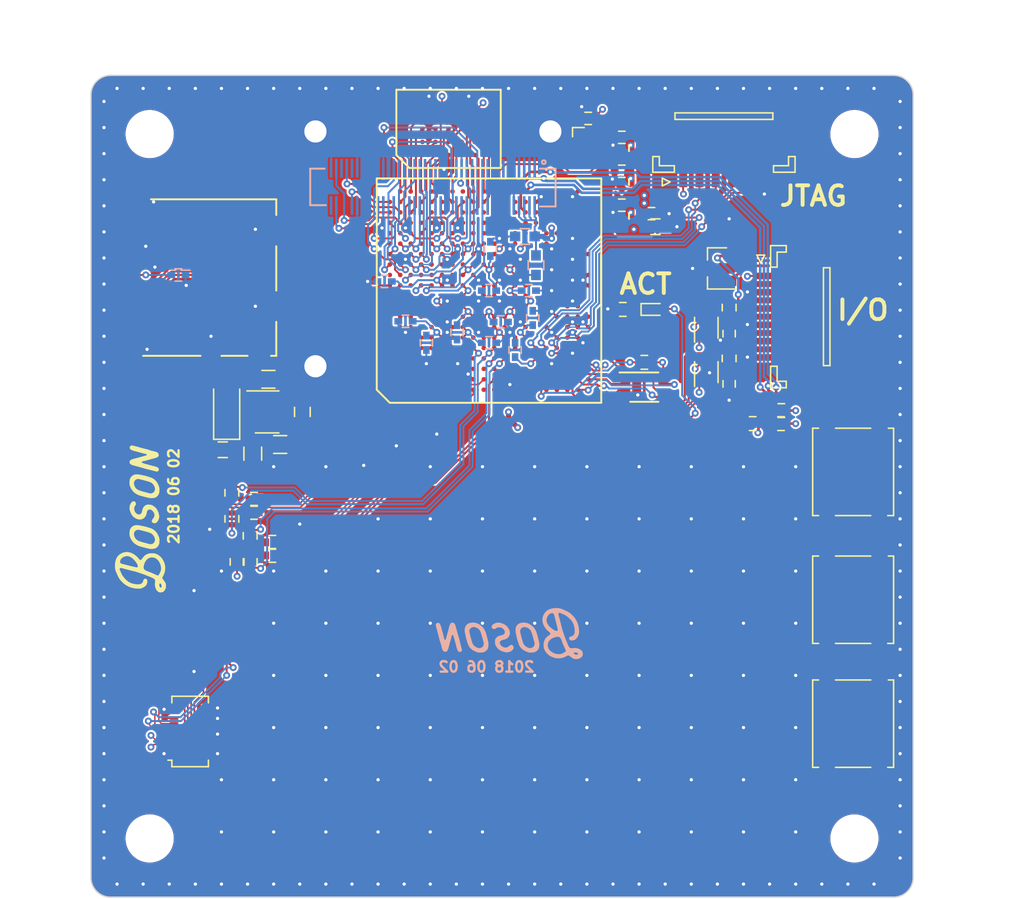
<source format=kicad_pcb>
(kicad_pcb (version 20221018) (generator pcbnew)
  (title_block (date "sam. 04 avril 2015"))
  (layers (0 "F.Cu" signal) (1 "In1.Cu" signal) (2 "In2.Cu" signal) (31 "B.Cu" signal) (34 "B.Paste" user) (35 "F.Paste" user) (36 "B.SilkS" user "B.Silkscreen") (37 "F.SilkS" user "F.Silkscreen") (38 "B.Mask" user) (39 "F.Mask" user) (44 "Edge.Cuts" user))
  (net 0 "")
  (net 1 "GND")
  (net 2 "+3V3")
  (net 3 "Net-(U3-PadH3)")
  (net 4 "Net-(U3-PadF4)")
  (net 5 "HYPERBUS_RESET#")
  (net 6 "HYPERBUS_DQ1")
  (net 7 "HYPERBUS_DQ2")
  (net 8 "HYPERBUS_DQ6")
  (net 9 "HYPERBUS_DQ7")
  (net 10 "HYPERBUS_RWDS")
  (net 11 "HYPERBUS_CS#")
  (net 12 "HYPERBUS_DQ0")
  (net 13 "HYPERBUS_DQ3")
  (net 14 "HYPERBUS_DQ4")
  (net 15 "HYPERBUS_CK")
  (net 16 "HYPERBUS_CK#")
  (net 17 "HYPERBUS_DQ5")
  (net 18 "+1V8")
  (net 19 "FPGA_CDONE")
  (net 20 "Net-(U4-PadB5)")
  (net 21 "Net-(U4-PadC5)")
  (net 22 "Net-(U5-Pad80)")
  (net 23 "BOSON_DATA_EN")
  (net 24 "BOSON_DATA0")
  (net 25 "Net-(U5-Pad75)")
  (net 26 "BOSON_HSYNC")
  (net 27 "Net-(U5-Pad71)")
  (net 28 "BOSON_DATA1")
  (net 29 "BOSON_DATA3")
  (net 30 "BOSON_CK")
  (net 31 "BOSON_VSYNC")
  (net 32 "BOSON_DATA2")
  (net 33 "BOSON_DATA11")
  (net 34 "BOSON_DATA12")
  (net 35 "BOSON_DATA9")
  (net 36 "BOSON_DATA10")
  (net 37 "BOSON_TXD")
  (net 38 "BOSON_DATA13")
  (net 39 "BOSON_DATA15")
  (net 40 "BOSON_RXD")
  (net 41 "BOSON_DATA6")
  (net 42 "BOSON_DATA7")
  (net 43 "BOSON_DATA5")
  (net 44 "BOSON_DATA4")
  (net 45 "BOSON_DATA8")
  (net 46 "BOSON_DATA14")
  (net 47 "BOSON_EXTSYNC")
  (net 48 "BOSON_RESET")
  (net 49 "Net-(U3-PadG3)")
  (net 50 "SPI_CONFIG_SS")
  (net 51 "SPI_CONFIG_SCK")
  (net 52 "SPI_CONFIG_MISO")
  (net 53 "SPI_CONFIG_MOSI")
  (net 54 "Net-(U3-PadD6)")
  (net 55 "SD_CMD")
  (net 56 "SD_CK")
  (net 57 "SD_DAT2")
  (net 58 "SD_DAT1")
  (net 59 "SD_DAT0")
  (net 60 "SD_CD")
  (net 61 "SD_DAT3")
  (net 62 "+2V5")
  (net 63 "QSPI_D2")
  (net 64 "QSPI_D3")
  (net 65 "FPGA_RESET")
  (net 66 "IO_B_INTERNAL")
  (net 67 "LED_A")
  (net 68 "IO_A_INTERNAL")
  (net 69 "IO_B_DIR")
  (net 70 "IO_A_DIR")
  (net 71 "16MHZ_IN")
  (net 72 "Net-(C1-Pad1)")
  (net 73 "Net-(C2-Pad1)")
  (net 74 "Net-(D1-Pad1)")
  (net 75 "IO_A")
  (net 76 "IO_B")
  (net 77 "Net-(U3-PadH4)")
  (net 78 "Net-(U3-PadJ3)")
  (net 79 "Net-(U3-PadH2)")
  (net 80 "Net-(U3-PadD3)")
  (net 81 "Net-(U3-PadL3)")
  (net 82 "Net-(U3-PadC4)")
  (net 83 "Net-(U3-PadC6)")
  (net 84 "Net-(U3-PadC7)")
  (net 85 "Net-(U3-PadC8)")
  (net 86 "Net-(U3-PadC10)")
  (net 87 "Net-(U3-PadC11)")
  (net 88 "Net-(U3-PadA12)")
  (net 89 "Net-(U3-PadD15)")
  (net 90 "Net-(U3-PadF16)")
  (net 91 "Net-(U3-PadG16)")
  (net 92 "Net-(U3-PadH16)")
  (net 93 "Net-(U3-PadJ16)")
  (net 94 "Net-(U3-PadL16)")
  (net 95 "Net-(U3-PadN16)")
  (net 96 "Net-(U3-PadR16)")
  (net 97 "Net-(U3-PadC17)")
  (net 98 "Net-(U3-PadD17)")
  (net 99 "Net-(U3-PadH17)")
  (net 100 "Net-(U3-PadJ17)")
  (net 101 "Net-(U3-PadM17)")
  (net 102 "Net-(U3-PadN17)")
  (net 103 "Net-(U3-PadR17)")
  (net 104 "Net-(U3-PadT17)")
  (net 105 "Net-(U3-PadD18)")
  (net 106 "Net-(U3-PadM18)")
  (net 107 "+1V1")
  (net 108 "JTAG_TDI")
  (net 109 "JTAG_TCK")
  (net 110 "JTAG_TMS")
  (net 111 "JTAG_TDO")
  (net 112 "Net-(U3-PadV3)")
  (net 113 "Net-(U3-PadD1)")
  (net 114 "Net-(U3-PadE1)")
  (net 115 "Net-(U3-PadH1)")
  (net 116 "Net-(U3-PadR1)")
  (net 117 "Net-(U3-PadT1)")
  (net 118 "Net-(U3-PadU1)")
  (net 119 "Net-(U3-PadV1)")
  (net 120 "Net-(U3-PadE2)")
  (net 121 "Net-(U3-PadF2)")
  (net 122 "Net-(U3-PadN2)")
  (net 123 "Net-(U3-PadU2)")
  (net 124 "Net-(U3-PadE3)")
  (net 125 "Net-(U3-PadF3)")
  (net 126 "Net-(U3-PadK3)")
  (net 127 "Net-(U3-PadR3)")
  (net 128 "Net-(U3-PadT3)")
  (net 129 "Net-(U3-PadE4)")
  (net 130 "Net-(U3-PadJ4)")
  (net 131 "Net-(U3-PadN4)")
  (net 132 "Net-(U3-PadP4)")
  (net 133 "Net-(U3-PadC5)")
  (net 134 "Net-(U3-PadD5)")
  (net 135 "Net-(U3-PadE5)")
  (net 136 "Net-(U3-PadF5)")
  (net 137 "Net-(U3-PadG5)")
  (net 138 "Net-(U3-PadH5)")
  (net 139 "Net-(U3-PadK5)")
  (net 140 "Net-(U3-PadA6)")
  (net 141 "Net-(U3-PadB6)")
  (net 142 "Net-(U3-PadE6)")
  (net 143 "Net-(U3-PadD7)")
  (net 144 "Net-(U3-PadE7)")
  (net 145 "Net-(U3-PadB8)")
  (net 146 "Net-(U3-PadD8)")
  (net 147 "Net-(U3-PadE8)")
  (net 148 "Net-(U3-PadD9)")
  (net 149 "Net-(U3-PadE9)")
  (net 150 "Net-(U3-PadB10)")
  (net 151 "Net-(U3-PadD12)")
  (net 152 "Net-(U3-PadE12)")
  (net 153 "Net-(U3-PadE13)")
  (net 154 "Net-(U3-PadE14)")
  (net 155 "Net-(U3-PadA16)")
  (net 156 "Net-(U3-PadE16)")
  (net 157 "Net-(U3-PadP16)")
  (net 158 "Net-(U3-PadU16)")
  (net 159 "Net-(U3-PadE17)")
  (net 160 "Net-(U3-PadF17)")
  (net 161 "Net-(U3-PadL17)")
  (net 162 "Net-(U3-PadP17)")
  (net 163 "Net-(U3-PadU17)")
  (net 164 "Net-(U3-PadE18)")
  (net 165 "Net-(U3-PadF18)")
  (net 166 "Net-(U3-PadG18)")
  (net 167 "Net-(U3-PadH18)")
  (net 168 "Net-(U3-PadK18)")
  (net 169 "Net-(U3-PadL18)")
  (net 170 "Net-(U3-PadN18)")
  (net 171 "Net-(U3-PadR18)")
  (net 172 "Net-(U3-PadT18)")
  (net 173 "Net-(U3-PadU18)")
  (net 174 "Net-(U3-PadF19)")
  (net 175 "Net-(U3-PadM19)")
  (net 176 "Net-(U3-PadN19)")
  (net 177 "Net-(U3-PadP19)")
  (net 178 "Net-(U3-PadT19)")
  (net 179 "Net-(U3-PadU19)")
  (net 180 "Net-(U3-PadE20)")
  (net 181 "Net-(U3-PadH20)")
  (net 182 "Net-(U3-PadL20)")
  (net 183 "Net-(U3-PadM20)")
  (net 184 "Net-(U3-PadR20)")
  (net 185 "Net-(U3-PadT20)")
  (net 186 "Net-(U3-PadU20)")
  (net 187 "Net-(U3-PadG1)")
  (net 188 "Net-(U3-PadK1)")
  (net 189 "Net-(U3-PadM3)")
  (net 190 "Net-(U3-PadN3)")
  (net 191 "Net-(U3-PadK4)")
  (net 192 "Net-(U3-PadN5)")
  (net 193 "Net-(U3-PadP5)")
  (net 194 "Net-(C23-Pad1)")
  (net 195 "Net-(D3-Pad2)")
  (net 196 "DATAP")
  (net 197 "DATAN")
  (net 198 "DATAP_BIAS")
  (net 199 "DATAN_BIAS")
  (net 200 "CLKP")
  (net 201 "CLKN")
  (net 202 "CLKP_BIAS")
  (net 203 "CLKN_BIAS")
  (net 204 "Net-(U3-PadC1)")
  (net 205 "Net-(U3-PadA2)")
  (net 206 "Net-(U3-PadB2)")
  (net 207 "Net-(U3-PadC2)")
  (net 208 "Net-(U3-PadD2)")
  (net 209 "LCD_SYNC")
  (net 210 "LCD_RESET")
  (net 211 "Net-(U3-PadA3)")
  (net 212 "Net-(U3-PadB3)")
  (net 213 "Net-(U3-PadC3)")
  (net 214 "Net-(U3-PadA4)")
  (net 215 "Net-(U3-PadB4)")
  (net 216 "Net-(U3-PadA5)")
  (net 217 "Net-(U3-PadB5)")
  (net 218 "LCD_LED")
  (net 219 "/sheetOLED/D_N")
  (net 220 "/sheetOLED/D_P")
  (net 221 "/sheetOLED/CLK_N")
  (net 222 "/sheetOLED/CLK_P")
  (net 223 "Net-(R5-Pad2)")
  (net 224 "LCD_LED_EN")
  (net 225 "BUTTON_A")
  (net 226 "BUTTON_B")
  (net 227 "BUTTON_C")
  (footprint "Capacitors_SMD:C_0402" (layer "F.Cu") (at 193.675 91.25 180)
    (fp_text reference "C8")
    (fp_text value "1uF")
  )
  (footprint "bosonFrameGrabber:csBGA_132" (layer "F.Cu") (at 183.5 103 90)
    (fp_text reference "U3")
    (fp_text value "ECP5U25")
  )
  (footprint "Capacitors_SMD:C_0402" (layer "F.Cu") (at 191.1 89.8 180)
    (fp_text reference "C16")
    (fp_text value "100nF")
  )
  (footprint "bosonFrameGrabber:BGA_24" (layer "F.Cu") (at 180.4 90.6 90)
    (fp_text reference "U4")
    (fp_text value "S27KS0641" hide)
  )
  (footprint "Housings_DFN_QFN:DFN-8-1EP_3x2mm_Pitch0.5mm" (layer "F.Cu") (at 195.4 110.4)
    (fp_text reference "U6")
    (fp_text value "AT25SF081")
  )
  (footprint "bosonFrameGrabber:1040310811" (layer "F.Cu") (at 156 102 -90)
    (fp_text reference "J4")
    (fp_text value "MicroSD")
  )
  (footprint "Connectors_JST:JST_GH_BM06B-GHS-TBT_06x1.25mm_Straight" (layer "F.Cu") (at 206.5 105 -90)
    (fp_text reference "J1")
    (fp_text value "JST GH Series")
  )
  (footprint "Capacitors_SMD:C_0402" (layer "F.Cu") (at 201.9 110.15 -90)
    (fp_text reference "C1")
    (fp_text value "100pF")
  )
  (footprint "Capacitors_SMD:C_0402" (layer "F.Cu") (at 193.675 96.45 180)
    (fp_text reference "C3")
    (fp_text value "1uF")
  )
  (footprint "Capacitors_SMD:C_0402" (layer "F.Cu") (at 193.675 93.85 180)
    (fp_text reference "C4")
    (fp_text value "1uF")
  )
  (footprint "LEDs:LED_0402" (layer "F.Cu") (at 196.102358 104.44421)
    (fp_text reference "D1")
    (fp_text value "LED")
  )
  (footprint "TO_SOT_Packages_SMD:SOT-23" (layer "F.Cu") (at 201 101.3 180)
    (fp_text reference "D2")
    (fp_text value "D_TVS_x2_AAC")
  )
  (footprint "Resistors_SMD:R_0402" (layer "F.Cu") (at 201.9 108.2 -90)
    (fp_text reference "R1")
    (fp_text value "100R")
  )
  (footprint "Resistors_SMD:R_0402" (layer "F.Cu") (at 201.9 104.3 -90)
    (fp_text reference "R2")
    (fp_text value "100R")
  )
  (footprint "TO_SOT_Packages_SMD:SOT-666" (layer "F.Cu") (at 200.149999 109.25 90)
    (fp_text reference "U2")
    (fp_text value "SN74LVC1T45")
  )
  (footprint "TO_SOT_Packages_SMD:SOT-666" (layer "F.Cu") (at 200.15 105.85 90)
    (fp_text reference "U7")
    (fp_text value "SN74LVC1T45")
  )
  (footprint "Oscillators:Oscillator_SMD_SeikoEpson_SG210-4pin_2.5x2.0mm" (layer "F.Cu") (at 191.2 92 -90)
    (fp_text reference "X1")
    (fp_text value "ASDMB")
  )
  (footprint "Resistors_SMD:R_0402" (layer "F.Cu") (at 193.752357 104.44421)
    (fp_text reference "R3")
    (fp_text value "R")
  )
  (footprint "Capacitors_SMD:C_0603" (layer "F.Cu") (at 196.25 98.1)
    (fp_text reference "C6")
    (fp_text value "10uF")
  )
  (footprint "Resistors_SMD:R_0402" (layer "F.Cu") (at 195.4 108.5 180)
    (fp_text reference "R4")
    (fp_text value "10k")
  )
  (footprint "LOGO" (layer "F.Cu") (at 157.25 111.65 90)
    (fp_text reference "G***" hide)
    (fp_text value "LOGO" hide)
  )
  (footprint "LOGO" (layer "F.Cu") (at 156.858404 111.422717 90)
    (fp_text reference "G***" hide)
    (fp_text value "LOGO" hide)
  )
  (footprint "LOGO" (layer "F.Cu") (at 159.258404 111.422717 90)
    (fp_text reference "G***" hide)
    (fp_text value "LOGO" hide)
  )
  (footprint "Capacitors_SMD:C_0402" (layer "F.Cu") (at 201.9 106.3 -90)
    (fp_text reference "C2")
    (fp_text value "100pF")
  )
  (footprint "bosonFrameGrabber:X2SON" (layer "F.Cu") (at 193.675 97.75 -90)
    (fp_text reference "U1")
    (fp_text value "TLV733P")
  )
  (footprint "bosonFrameGrabber:X2SON" (layer "F.Cu") (at 193.675 95.15 -90)
    (fp_text reference "U8")
    (fp_text value "TLV733P")
  )
  (footprint "bosonFrameGrabber:X2SON" (layer "F.Cu") (at 193.674999 92.55 -90)
    (fp_text reference "U9")
    (fp_text value "TLV733P")
  )
  (footprint "Capacitors_SMD:C_0402" (layer "F.Cu") (at 195.95 97.1)
    (fp_text reference "C22")
    (fp_text value "100nF")
  )
  (footprint "Connectors_JST:JST_GH_BM06B-GHS-TBT_06x1.25mm_Straight" (layer "F.Cu") (at 201.5 92.5)
    (fp_text reference "J2" hide)
    (fp_text value "JST GH Series" hide)
  )
  (footprint "Molex_SlimStack-502430-1410_2x07_P0.4mm_Vertical" (layer "F.Cu") (at 160.6 136.8 90)
    (fp_text reference "J5")
    (fp_text value "SlimStack_12P")
  )
  (footprint "Resistors_SMD:R_0402" (layer "F.Cu") (at 163.8 120.5 -90)
    (fp_text reference "R15")
    (fp_text value "47R")
  )
  (footprint "Capacitors_SMD:C_0603" (layer "F.Cu") (at 169.2 112.3 -90)
    (fp_text reference "C23")
    (fp_text value "C")
  )
  (footprint "Capacitors_SMD:C_0603" (layer "F.Cu") (at 163.1 115.2 180)
    (fp_text reference "C24")
    (fp_text value "1uF")
  )
  (footprint "Diodes_SMD:D_SOD-123F" (layer "F.Cu") (at 163.4 112.2 90)
    (fp_text reference "D3")
    (fp_text value "D_Schottky_ALT")
  )
  (footprint "Inductors_SMD:L_0603" (layer "F.Cu") (at 166.6 109.8 180)
    (fp_text reference "L1")
    (fp_text value "L")
  )
  (footprint "Resistors_SMD:R_0603" (layer "F.Cu") (at 165.4 115.5 90)
    (fp_text reference "R5")
    (fp_text value "R")
  )
  (footprint "Resistors_SMD:R_0603" (layer "F.Cu") (at 167.5 114.8)
    (fp_text reference "R6")
    (fp_text value "5.1K")
  )
  (footprint "TO_SOT_Packages_SMD:SOT-23-5" (layer "F.Cu") (at 166.5 112.3)
    (fp_text reference "U10")
    (fp_text value "AP3012")
  )
  (footprint "Resistors_SMD:R_0402" (layer "F.Cu") (at 166.9 122.3)
    (fp_text reference "R7")
    (fp_text value "220R")
  )
  (footprint "Resistors_SMD:R_0402" (layer "F.Cu") (at 166.9 123.3)
    (fp_text reference "R8")
    (fp_text value "220R")
  )
  (footprint "Resistors_SMD:R_0402" (layer "F.Cu") (at 165.2 121.8 90)
    (fp_text reference "R9")
    (fp_text value "47R")
  )
  (footprint "Resistors_SMD:R_0402" (layer "F.Cu") (at 165.2 123.8 -90)
    (fp_text reference "R10")
    (fp_text value "47R")
  )
  (footprint "Resistors_SMD:R_0402" (layer "F.Cu") (at 164.2 123.8 -90)
    (fp_text reference "R11")
    (fp_text value "1K")
  )
  (footprint "Resistors_SMD:R_0402" (layer "F.Cu") (at 165.499999 119)
    (fp_text reference "R12")
    (fp_text value "220R")
  )
  (footprint "Resistors_SMD:R_0402" (layer "F.Cu") (at 165.5 120)
    (fp_text reference "R13")
    (fp_text value "220R")
  )
  (footprint "Resistors_SMD:R_0402" (layer "F.Cu") (at 163.8 118.5 90)
    (fp_text reference "R14")
    (fp_text value "47R")
  )
  (footprint "lcd_outline" (layer "F.Cu") (at 188.9 130.2 -90)
    (fp_text reference "REF**")
    (fp_text value "lcd_outline")
  )
  (footprint "Resistors_SMD:R_0402" (layer "F.Cu") (at 203.7 113.19645)
    (fp_text reference "R16")
    (fp_text value "R")
  )
  (footprint "Resistors_SMD:R_0402" (layer "F.Cu") (at 205.9 112.2)
    (fp_text reference "R17")
    (fp_text value "R")
  )
  (footprint "Resistors_SMD:R_0402" (layer "F.Cu") (at 205.876331 113.19645)
    (fp_text reference "R18")
    (fp_text value "R")
  )
  (footprint "Buttons_Switches_SMD:SW_SPST_EVQP0" (layer "F.Cu") (at 211.4 136.2 90)
    (fp_text reference "SW1")
    (fp_text value "SW_Push")
  )
  (footprint "Buttons_Switches_SMD:SW_SPST_EVQP0" (layer "F.Cu") (at 211.4 126.7 90)
    (fp_text reference "SW2")
    (fp_text value "SW_Push")
  )
  (footprint "Buttons_Switches_SMD:SW_SPST_EVQP0" (layer "F.Cu") (at 211.4 116.9 90)
    (fp_text reference "SW3")
    (fp_text value "SW_Push")
  )
  (footprint "Mounting_Holes:MountingHole_3.2mm_M3" (layer "F.Cu") (at 211.5 145)
    (fp_text reference "REF**" hide)
    (fp_text value "MountingHole_3.2mm_M3" hide)
  )
  (footprint "Mounting_Holes:MountingHole_3.2mm_M3" (layer "F.Cu") (at 157.5 145)
    (fp_text reference "REF**" hide)
    (fp_text value "MountingHole_3.2mm_M3" hide)
  )
  (footprint "Mounting_Holes:MountingHole_3.2mm_M3" (layer "F.Cu") (at 157.5 91)
    (fp_text reference "REF**" hide)
    (fp_text value "MountingHole_3.2mm_M3" hide)
  )
  (footprint "Mounting_Holes:MountingHole_3.2mm_M3" (layer "F.Cu") (at 211.5 91)
    (fp_text reference "REF**" hide)
    (fp_text value "MountingHole_3.2mm_M3" hide)
  )
  (footprint "Capacitors_SMD:C_0402" (layer "B.Cu") (at 175.5 102.3 180)
    (fp_text reference "C9")
    (fp_text value "100nF")
  )
  (footprint "Capacitors_SMD:C_0402" (layer "B.Cu") (at 183.5 107)
    (fp_text reference "C12")
    (fp_text value "100nF")
  )
  (footprint "lib:DF40_80Pin" (layer "B.Cu") (at 179.2 95.05 180)
    (fp_text reference "U5")
    (fp_text value "Boson")
  )
  (footprint "Capacitors_SMD:C_0402" (layer "B.Cu") (at 184.4 105.4)
    (fp_text reference "C10")
    (fp_text value "100nF")
  )
  (footprint "Capacitors_SMD:C_0402" (layer "B.Cu") (at 181.05 106.2 -90)
    (fp_text reference "C14")
    (fp_text value "100nF")
  )
  (footprint "Capacitors_SMD:C_0402" (layer "B.Cu") (at 178.7 107 -90)
    (fp_text reference "C11")
    (fp_text value "100nF")
  )
  (footprint "Mounting_Holes:MountingHole_2.2mm_M2_Pad" (layer "B.Cu") (at 170.2 108.8 180)
    (fp_text reference "REF**" hide)
    (fp_text value "MountingHole_2.2mm_M2_Pad")
  )
  (footprint "Mounting_Holes:MountingHole_2.2mm_M2_Pad" (layer "B.Cu") (at 188.2 90.8 180)
    (fp_text reference "REF**" hide)
    (fp_text value "MountingHole_2.2mm_M2_Pad")
  )
  (footprint "Mounting_Holes:MountingHole_2.2mm_M2_Pad" (layer "B.Cu") (at 170.2 90.8 180)
    (fp_text reference "REF**" hide)
    (fp_text value "MountingHole_2.2mm_M2_Pad")
  )
  (footprint "Capacitors_SMD:C_0402" (layer "B.Cu") (at 186.85 105.1 90)
    (fp_text reference "C5")
    (fp_text value "100nF")
  )
  (footprint "Capacitors_SMD:C_0402" (layer "B.Cu") (at 183.6 99.8 90)
    (fp_text reference "C17")
    (fp_text value "100nF")
  )
  (footprint "Capacitors_SMD:C_0402" (layer "B.Cu") (at 177.1 105.35 180)
    (fp_text reference "C15")
    (fp_text value "100nF")
  )
  (footprint "Capacitors_SMD:C_0402" (layer "B.Cu") (at 183.5 103 180)
    (fp_text reference "C18")
    (fp_text value "100nF")
  )
  (footprint "Capacitors_SMD:C_0402" (layer "B.Cu") (at 159.7 101.8)
    (fp_text reference "C19")
    (fp_text value "100nF")
  )
  (footprint "Capacitors_SMD:C_0402" (layer "B.Cu") (at 186.55 103)
    (fp_text reference "C20")
    (fp_text value "100nF")
  )
  (footprint "Capacitors_SMD:C_0402" (layer "B.Cu") (at 185.5 107.55 90)
    (fp_text reference "C21")
    (fp_text value "100nF")
  )
  (footprint "LOGO" (layer "B.Cu") (at 176.2 129.75 180)
    (fp_text reference "G***" hide)
    (fp_text value "LOGO" hide)
  )
  (footprint "Capacitors_SMD:C_0603" (layer "B.Cu") (at 186.25 98.85 180)
    (fp_text reference "C13")
    (fp_text value "10uF")
  )
  (footprint "Capacitors_SMD:C_0603" (layer "B.Cu") (at 187.1 101.05 -90)
    (fp_text reference "C7")
    (fp_text value "10uF")
  )
  (gr_line (start 214.5 149.5) (end 154.5 149.5) (stroke (width 0.1)) (layer "Edge.Cuts"))
  (gr_arc (start 216 148) (mid 215.56066 149.06066) (end 214.5 149.5) (stroke (width 0.1)) (layer "Edge.Cuts"))
  (gr_line (start 154.5 86.5) (end 214.5 86.5) (stroke (width 0.1)) (layer "Edge.Cuts"))
  (gr_arc (start 214.5 86.5) (mid 215.56066 86.93934) (end 216 88) (stroke (width 0.1)) (layer "Edge.Cuts"))
  (gr_line (start 216 88) (end 216 148) (stroke (width 0.1)) (layer "Edge.Cuts"))
  (gr_line (start 153 148) (end 153 88) (stroke (width 0.1)) (layer "Edge.Cuts"))
  (gr_arc (start 153 88) (mid 153.43934 86.93934) (end 154.5 86.5) (stroke (width 0.1)) (layer "Edge.Cuts"))
  (gr_arc (start 154.5 149.5) (mid 153.43934 149.06066) (end 153 148) (stroke (width 0.1)) (layer "Edge.Cuts"))
  (gr_text "2018 06 02" (at 183.3 131.85) (layer "B.SilkS") (effects (font (size 0.8 0.8) (thickness 0.18)) (justify mirror)))
  (gr_text "2018 06 02" (at 159.35 118.75 90) (layer "F.SilkS") (effects (font (size 0.8 0.8) (thickness 0.18))))
  (gr_text "JTAG" (at 208.35 95.75) (layer "F.SilkS") (effects (font (size 1.5 1.5) (thickness 0.3))))
  (gr_text "I/O" (at 212.15 104.5) (layer "F.SilkS") (effects (font (size 1.5 1.5) (thickness 0.3))))
  (gr_text "ACT" (at 195.5 102.5) (layer "F.SilkS") (effects (font (size 1.5 1.5) (thickness 0.3))))
  (segment (start 189.5 101.8) (end 189.9 102.2) (width 0.15) (layer "F.Cu") (net 1))
  (segment (start 162.35 115.2) (end 162.35 115.975) (width 0.4) (layer "F.Cu") (net 1))
  (segment (start 161.795 135.06) (end 162.64 135.06) (width 0.1) (layer "F.Cu") (net 1))
  (segment (start 179.9 105.8) (end 180.3 106.2) (width 0.15) (layer "F.Cu") (net 1))
  (segment (start 190.3 98.6) (end 189.9 99) (width 0.15) (layer "F.Cu") (net 1))
  (segment (start 189.5 105) (end 189.9 105.4) (width 0.15) (layer "F.Cu") (net 1))
  (segment (start 162.64 135.06) (end 162.7 135) (width 0.1) (layer "F.Cu") (net 1))
  (segment (start 189.5 102.6) (end 189.9 102.2) (width 0.15) (layer "F.Cu") (net 1))
  (segment (start 189.5 106.6) (end 189.9 106.2) (width 0.15) (layer "F.Cu") (net 1))
  (segment (start 179.9 101) (end 180.3 100.6) (width 0.15) (layer "F.Cu") (net 1))
  (segment (start 187.9 105.8) (end 188.3 106.2) (width 0.15) (layer "F.Cu") (net 1))
  (segment (start 191.1 105.8) (end 190.7 105.4) (width 0.15) (layer "F.Cu") (net 1))
  (segment (start 163.079888 112.3) (end 164.47 112.3) (width 0.4) (layer "F.Cu") (net 1))
  (segment (start 190.6 92.75) (end 190.6 92.7) (width 0.15) (layer "F.Cu") (net 1))
  (segment (start 188.7 101.8) (end 188.3 101.4) (width 0.15) (layer "F.Cu") (net 1))
  (segment (start 185.5 100.2) (end 185.1 99.8) (width 0.15) (layer "F.Cu") (net 1))
  (segment (start 166.7 112.4) (end 166.8 112.3) (width 0.3) (layer "F.Cu") (net 1))
  (segment (start 197 98.1) (end 197.9 98.1) (width 0.15) (layer "F.Cu") (net 1))
  (segment (start 181.1 108.6) (end 180.7 108.2) (width 0.15) (layer "F.Cu") (net 1))
  (segment (start 180.7 105) (end 180.3 105.4) (width 0.15) (layer "F.Cu") (net 1))
  (segment (start 179.152513 90.6) (end 178.9 90.347487) (width 0.12) (layer "F.Cu") (net 1))
  (segment (start 200.149999 110.175) (end 200.149999 109.550001) (width 0.15) (layer "F.Cu") (net 1))
  (segment (start 187.9 103.4) (end 188.3 103) (width 0.15) (layer "F.Cu") (net 1))
  (segment (start 182.3 105.8) (end 182.7 106.2) (width 0.15) (layer "F.Cu") (net 1))
  (segment (start 180.7 101.8) (end 180.3 102.2) (width 0.15) (layer "F.Cu") (net 1))
  (segment (start 180.7 102.6) (end 180.3 102.2) (width 0.15) (layer "F.Cu") (net 1))
  (segment (start 168.475 112.3) (end 169.2 113.025) (width 0.3) (layer "F.Cu") (net 1))
  (segment (start 204.625 95.575) (end 204.6 95.6) (width 0.15) (layer "F.Cu") (net 1))
  (segment (start 190.3 105.8) (end 189.9 105.4) (width 0.15) (layer "F.Cu") (net 1))
  (segment (start 200.15 106.775) (end 200.15 106.459888) (width 0.2) (layer "F.Cu") (net 1))
  (segment (start 159.365 135.8) (end 158.8 135.8) (width 0.1) (layer "F.Cu") (net 1))
  (segment (start 167.7 114.05) (end 167.05 114.05) (width 0.3) (layer "F.Cu") (net 1))
  (segment (start 188.7 106.6) (end 188.3 106.2) (width 0.15) (layer "F.Cu") (net 1))
  (segment (start 190.3 99.4) (end 189.9 99) (width 0.15) (layer "F.Cu") (net 1))
  (segment (start 185.5 105.8) (end 185.1 106.2) (width 0.15) (layer "F.Cu") (net 1))
  (segment (start 193.95 111.15) (end 194.75 111.15) (width 0.15) (layer "F.Cu") (net 1))
  (segment (start 187.9 105) (end 188.3 104.6) (width 0.15) (layer "F.Cu") (net 1))
  (segment (start 180.7 105.8) (end 180.3 106.2) (width 0.15) (layer "F.Cu") (net 1))
  (segment (start 188.7 104.2) (end 188.3 104.6) (width 0.15) (layer "F.Cu") (net 1))
  (segment (start 193.125 96.45) (end 193.125 96.875) (width 0.4) (layer "F.Cu") (net 1))
  (segment (start 156.35 96.2) (end 157.8 96.2) (width 0.15) (layer "F.Cu") (net 1))
  (segment (start 179.4 90.6) (end 179.152513 90.6) (width 0.12) (layer "F.Cu") (net 1))
  (segment (start 158.64395 135.06) (end 158.60395 135.1) (width 0.1) (layer "F.Cu") (net 1))
  (segment (start 186.3 105) (end 185.9 105.4) (width 0.15) (layer "F.Cu") (net 1))
  (segment (start 200 101.3) (end 199.1 101.3) (width 0.15) (layer "F.Cu") (net 1))
  (segment (start 185.5 99.4) (end 185.1 99.8) (width 0.15) (layer "F.Cu") (net 1))
  (segment (start 184.7 102.6) (end 184.3 102.2) (width 0.15) (layer "F.Cu") (net 1))
  (segment (start 188.7 105.8) (end 188.3 106.2) (width 0.15) (layer "F.Cu") (net 1))
  (segment (start 201.278952 106.85) (end 201.228952 106.8) (width 0.2) (layer "F.Cu") (net 1))
  (segment (start 184.7 101.8) (end 184.3 102.2) (width 0.15) (layer "F.Cu") (net 1))
  (segment (start 190.3 96.2) (end 189.9 95.8) (width 0.15) (layer "F.Cu") (net 1))
  (segment (start 190.6 92.7) (end 190.036049 92.136049) (width 0.15) (layer "F.Cu") (net 1))
  (segment (start 203.325 105.625) (end 203.3 105.6) (width 0.15) (layer "F.Cu") (net 1))
  (segment (start 190.3 105.8) (end 190.7 105.4) (width 0.15) (layer "F.Cu") (net 1))
  (segment (start 193.674999 92.55) (end 193.674999 92.524999) (width 0.4) (layer "F.Cu") (net 1))
  (segment (start 182.3 103.4) (end 182.7 103.8) (width 0.15) (layer "F.Cu") (net 1))
  (segment (start 168.25 114.8) (end 168.25 114.6) (width 0.3) (layer "F.Cu") (net 1))
  (segment (start 183.1 100.2) (end 182.7 99.8) (width 0.15) (layer "F.Cu") (net 1))
  (segment (start 190.036049 92.136049) (end 190.036049 90.713951) (width 0.15) (layer "F.Cu") (net 1))
  (segment (start 186.3 101.8) (end 185.9 102.2) (width 0.15) (layer "F.Cu") (net 1))
  (segment (start 201.9 106.85) (end 201.278952 106.85) (width 0.2) (layer "F.Cu") (net 1))
  (segment (start 183.1 103.4) (end 182.7 103.8) (width 0.15) (layer "F.Cu") (net 1))
  (segment (start 193.125 94.275) (end 192.95 94.45) (width 0.4) (layer "F.Cu") (net 1))
  (segment (start 203.775 108.125) (end 203.75 108.1) (width 0.15) (layer "F.Cu") (net 1))
  (segment (start 194.75 111.15) (end 194.9 111) (width 0.15) (layer "F.Cu") (net 1))
  (segment (start 161.795 138.54) (end 162.66 138.54) (width 0.1) (layer "F.Cu") (net 1))
  (segment (start 189.5 96.2) (end 189.9 95.8) (width 0.15) (layer "F.Cu") (net 1))
  (segment (start 183.9 103.4) (end 184.3 103.8) (width 0.15) (layer "F.Cu") (net 1))
  (segment (start 156.1 107.5) (end 157.3 107.5) (width 0.15) (layer "F.Cu") (net 1))
  (segment (start 213.4 114.02) (end 213.4 115.595) (width 0.2) (layer "F.Cu") (net 1))
  (segment (start 183.1 105.8) (end 182.7 106.2) (width 0.15) (layer "F.Cu") (net 1))
  (segment (start 193.125 91.25) (end 193.125 91.725) (width 0.4) (layer "F.Cu") (net 1))
  (segment (start 188.7 102.6) (end 188.3 103) (width 0.15) (layer "F.Cu") (net 1))
  (segment (start 193.302357 104.44421) (end 192.64421 104.44421) (width 0.15) (layer "F.Cu") (net 1))
  (segment (start 185.5 106.6) (end 185.1 106.2) (width 0.15) (layer "F.Cu") (net 1))
  (segment (start 204.825 105.625) (end 203.325 105.625) (width 0.15) (layer "F.Cu") (net 1))
  (segment (start 189.5 98.6) (end 189.9 99) (width 0.15) (layer "F.Cu") (net 1))
  (segment (start 187.1 96.2) (end 187.5 95.8) (width 0.15) (layer "F.Cu") (net 1))
  (segment (start 203.75 108.1) (end 203.3 108.1) (width 0.15) (layer "F.Cu") (net 1))
  (segment (start 204.825 103.125) (end 203.325 103.125) (width 0.15) (layer "F.Cu") (net 1))
  (segment (start 180.4 92.6) (end 180.4 93.35) (width 0.15) (layer "F.Cu") (net 1))
  (segment (start 213.4 123.82) (end 213.4 119.78) (width 0.2) (layer "F.Cu") (net 1))
  (segment (start 183.1 101.8) (end 182.7 102.2) (width 0.15) (layer "F.Cu") (net 1))
  (segment (start 166.7 113.7) (end 166.7 112.4) (width 0.3) (layer "F.Cu") (net 1))
  (segment (start 168.25 114.6) (end 167.7 114.05) (width 0.3) (layer "F.Cu") (net 1))
  (segment (start 183.1 102.6) (end 182.7 102.2) (width 0.15) (layer "F.Cu") (net 1))
  (segment (start 181.1 96.6) (end 181.5 96.2) (width 0.15) (layer "F.Cu") (net 1))
  (segment (start 182.4 88.6) (end 182.4 88.55) (width 0.12) (layer "F.Cu") (net 1))
  (segment (start 189.5 103.4) (end 189.9 103.8) (width 0.15) (layer "F.Cu") (net 1))
  (segment (start 193.675 97.75) (end 193.675 97.675) (width 0.4) (layer "F.Cu") (net 1))
  (segment (start 188.7 103.4) (end 188.3 103) (width 0.15) (layer "F.Cu") (net 1))
  (segment (start 193.125 96.875) (end 193 97) (width 0.4) (layer "F.Cu") (net 1))
  (segment (start 201.064767 106.261049) (end 201.228952 106.425234) (width 0.2) (layer "F.Cu") (net 1))
  (segment (start 189.5 105.8) (end 189.9 105.4) (width 0.15) (layer "F.Cu") (net 1))
  (segment (start 186.3 105.8) (end 185.9 105.4) (width 0.15) (layer "F.Cu") (net 1))
  (segment (start 189.5 95.4) (end 189.9 95.8) (width 0.15) (layer "F.Cu") (net 1))
  (segment (start 191.1 101.8) (end 190.7 102.2) (width 0.15) (layer "F.Cu") (net 1))
  (segment (start 180.7 100.2) (end 181.1 99.8) (width 0.15) (layer "F.Cu") (net 1))
  (segment (start 190.036049 90.713951) (end 190.55 90.2) (width 0.15) (layer "F.Cu") (net 1))
  (segment (start 179.9 100.2) (end 180.3 100.6) (width 0.15) (layer "F.Cu") (net 1))
  (segment (start 166.9 104.2) (end 165.6 104.2) (width 0.15) (layer "F.Cu") (net 1))
  (segment (start 186.3 100.2) (end 185.9 100.6) (width 0.15) (layer "F.Cu") (net 1))
  (segment (start 189.5 107.4) (end 189.9 107.8) (width 0.15) (layer "F.Cu") (net 1))
  (segment (start 180.7 97.8) (end 181.1 98.2) (width 0.15) (layer "F.Cu") (net 1))
  (segment (start 184.7 109.8) (end 185.1 110.2) (width 0.15) (layer "F.Cu") (net 1))
  (segment (start 158.64 138.54) (end 158.6 138.5) (width 0.1) (layer "F.Cu") (net 1))
  (segment (start 187.9 106.6) (end 188.3 106.2) (width 0.15) (layer "F.Cu") (net 1))
  (segment (start 189.5 100.2) (end 189.9 100.6) (width 0.15) (layer "F.Cu") (net 1))
  (segment (start 162.66 138.54) (end 162.7 138.5) (width 0.1) (layer "F.Cu") (net 1))
  (segment (start 188.7 100.2) (end 188.3 99.8) (width 0.15) (layer "F.Cu") (net 1))
  (segment (start 177.1 106.2) (end 176.7 105.8) (width 0.15) (layer "F.Cu") (net 1))
  (segment (start 159.405 138.54) (end 158.64 138.54) (width 0.1) (layer "F.Cu") (net 1))
  (segment (start 179.9 105) (end 180.3 105.4) (width 0.15) (layer "F.Cu") (net 1))
  (segment (start 184.7 98.6) (end 184.3 99) (width 0.15) (layer "F.Cu") (net 1))
  (segment (start 182.4 88.55) (end 181.95 88.1) (width 0.12) (layer "F.Cu") (net 1))
  (segment (start 165.4 112.3) (end 166.8 112.3) (width 0.3) (layer "F.Cu") (net 1))
  (segment (start 169.2 113.025) (end 169.2 113.05) (width 0.3) (layer "F.Cu") (net 1))
  (segment (start 190.3 101.8) (end 189.9 102.2) (width 0.15) (layer "F.Cu") (net 1))
  (segment (start 183.9 104.2) (end 184.3 103.8) (width 0.15) (layer "F.Cu") (net 1))
  (segment (start 200.15 106.459888) (end 200.348839 106.261049) (width 0.2) (layer "F.Cu") (net 1))
  (segment (start 166.9 98.3) (end 165.6 98.3) (width 0.15) (layer "F.Cu") (net 1))
  (segment (start 162.2 107.7) (end 162.2 106.5) (width 0.15) (layer "F.Cu") (net 1))
  (segment (start 191.1 105) (end 190.7 105.4) (width 0.15) (layer "F.Cu") (net 1))
  (segment (start 184.7 100.2) (end 185.1 99.8) (width 0.15) (layer "F.Cu") (net 1))
  (segment (start 192.64421 104.44421) (end 192.6 104.4) (width 0.15) (layer "F.Cu") (net 1))
  (segment (start 191.1 107.4) (end 190.7 107) (width 0.15) (layer "F.Cu") (net 1))
  (segment (start 184.7 104.2) (end 184.3 103.8) (width 0.15) (layer "F.Cu") (net 1))
  (segment (start 190.55 88.95) (end 190.6 88.9) (width 0.15) (layer "F.Cu") (net 1))
  (segment (start 180.7 103.4) (end 180.3 103.8) (width 0.15) (layer "F.Cu") (net 1))
  (segment (start 180.7 99.4) (end 181.1 99.8) (width 0.15) (layer "F.Cu") (net 1))
  (segment (start 177.5 96.2) (end 177.1 96.6) (width 0.15) (layer "F.Cu") (net 1))
  (segment (start 161.835 135.8) (end 162.7 135.8) (width 0.1) (layer "F.Cu") (net 1))
  (segment (start 193.674999 92.524999) (end 193 91.85) (width 0.4) (layer "F.Cu") (net 1))
  (segment (start 183.9 102.6) (end 184.3 102.2) (width 0.15) (layer "F.Cu") (net 1))
  (segment (start 181.1 98.2) (end 181.1 96.6) (width 0.15) (layer "F.Cu") (net 1))
  (segment (start 156 99.605) (end 157.195 99.605) (width 0.15) (layer "F.Cu") (net 1))
  (segment (start 193.675 95.15) (end 193.65 95.15) (width 0.4) (layer "F.Cu") (net 1))
  (segment (start 182.3 101.8) (end 182.7 102.2) (width 0.15) (layer "F.Cu") (net 1))
  (segment (start 183.1 99.4) (end 182.7 99.8) (width 0.15) (layer "F.Cu") (net 1))
  (segment (start 193.125 91.725) (end 193 91.85) (width 0.4) (layer "F.Cu") (net 1))
  (segment (start 182.3 104.2) (end 182.7 103.8) (width 0.15) (layer "F.Cu") (net 1))
  (segment (start 180.7 106.6) (end 180.3 106.2) (width 0.15) (layer "F.Cu") (net 1))
  (segment (start 204.625 94.175) (end 204.625 95.575) (width 0.15) (layer "F.Cu") (net 1))
  (segment (start 183.9 101.8) (end 184.3 102.2) (width 0.15) (layer "F.Cu") (net 1))
  (segment (start 200.348839 106.261049) (end 201.064767 106.261049) (width 0.2) (layer "F.Cu") (net 1))
  (segment (start 167.05 114.05) (end 166.7 113.7) (width 0.3) (layer "F.Cu") (net 1))
  (segment (start 190.55 89.8) (end 190.55 88.95) (width 0.15) (layer "F.Cu") (net 1))
  (segment (start 186.3 102.6) (end 185.9 102.2) (width 0.15) (layer "F.Cu") (net 1))
  (segment (start 183.1 106.6) (end 182.7 106.2) (width 0.15) (layer "F.Cu") (net 1))
  (segment (start 189.5 104.2) (end 189.9 103.8) (width 0.15) (layer "F.Cu") (net 1))
  (segment (start 187.9 108.2) (end 188.3 108.6) (width 0.15) (layer "F.Cu") (net 1))
  (segment (start 188.7 105) (end 188.3 104.6) (width 0.15) (layer "F.Cu") (net 1))
  (segment (start 162.35 113.029888) (end 163.079888 112.3) (width 0.4) (layer "F.Cu") (net 1))
  (segment (start 193.675 97.675) (end 193 97) (width 0.4) (layer "F.Cu") (net 1))
  (segment (start 213.4 131.745) (end 213.4 129.58) (width 0.2) (layer "F.Cu") (net 1))
  (segment (start 193.65 95.15) (end 192.95 94.45) (width 0.4) (layer "F.Cu") (net 1))
  (segment (start 184.7 103.4) (end 184.3 103.8) (width 0.15) (layer "F.Cu") (net 1))
  (segment (start 158.8 135.8) (end 158.60395 135.60395) (width 0.1) (layer "F.Cu") (net 1))
  (segment (start 183.1 104.2) (end 182.7 103.8) (width 0.15) (layer "F.Cu") (net 1))
  (segment (start 180.7 101) (end 180.3 100.6) (width 0.15) (layer "F.Cu") (net 1))
  (segment (start 189.5 101) (end 189.9 100.6) (width 0.15) (layer "F.Cu") (net 1))
  (segment (start 188.7 101) (end 188.3 101.4) (width 0.15) (layer "F.Cu") (net 1))
  (segment (start 200.149999 109.550001) (end 200.4 109.3) (width 0.15) (layer "F.Cu") (net 1))
  (segment (start 190.3 106.6) (end 189.9 106.2) (width 0.15) (layer "F.Cu") (net 1))
  (segment (start 178.3 108.2) (end 178.7 108.6) (width 0.15) (layer "F.Cu") (net 1))
  (segment (start 177.1 96.6) (end 177.1 97.825224) (width 0.15) (layer "F.Cu") (net 1))
  (segment (start 193.125 93.85) (end 193.125 94.275) (width 0.4) (layer "F.Cu") (net 1))
  (segment (start 159.405 135.06) (end 158.64395 135.06) (width 0.1) (layer "F.Cu") (net 1))
  (segment (start 201 97.5) (end 201.9 97.5) (width 0.15) (layer "F.Cu") (net 1))
  (segment (start 204.825 108.125) (end 203.775 108.125) (width 0.15) (layer "F.Cu") (net 1))
  (segment (start 190.55 90.2) (end 190.55 89.8) (width 0.15) (layer "F.Cu") (net 1))
  (segment (start 166.8 112.3) (end 168.475 112.3) (width 0.3) (layer "F.Cu") (net 1))
  (segment (start 213.4 133.32) (end 213.4 131.745) (width 0.2) (layer "F.Cu") (net 1))
  (segment (start 191.1 106.6) (end 190.7 107) (width 0.15) (layer "F.Cu") (net 1))
  (segment (start 182.3 100.2) (end 182.7 99.8) (width 0.15) (layer "F.Cu") (net 1))
  (segment (start 188.7 108.2) (end 188.3 108.6) (width 0.15) (layer "F.Cu") (net 1))
  (segment (start 182.3 102.6) (end 182.7 102.2) (width 0.15) (layer "F.Cu") (net 1))
  (segment (start 201.228952 106.425234) (end 201.228952 106.8) (width 0.2) (layer "F.Cu") (net 1))
  (segment (start 164.47 112.3) (end 165.4 112.3) (width 0.4) (layer "F.Cu") (net 1))
  (segment (start 176.7 100.2) (end 177.1 100.6) (width 0.15) (layer "F.Cu") (net 1))
  (segment (start 187.9 104.2) (end 188.3 104.6) (width 0.15) (layer "F.Cu") (net 1))
  (segment (start 177.1 97.825224) (end 177.1 98.19999) (width 0.15) (layer "F.Cu") (net 1))
  (segment (start 162.35 115.2) (end 162.35 113.029888) (width 0.4) (layer "F.Cu") (net 1))
  (segment (start 158.60395 135.60395) (end 158.60395 135.1) (width 0.1) (layer "F.Cu") (net 1))
  (segment (start 186.3 101) (end 185.9 100.6) (width 0.15) (layer "F.Cu") (net 1))
  (segment (start 203.325 103.125) (end 203.3 103.1) (width 0.15) (layer "F.Cu") (net 1))
  (segment (start 213.4 123.82) (end 213.4 129.58) (width 0.2) (layer "F.Cu") (net 1))
  (segment (start 180.7 104.2) (end 180.3 103.8) (width 0.15) (layer "F.Cu") (net 1))
  (segment (start 180.4 93.35) (end 180.05 93.7) (width 0.15) (layer "F.Cu") (net 1))
  (segment (start 213.4 115.595) (end 213.4 119.78) (width 0.2) (layer "F.Cu") (net 1))
  (segment (start 161.835 137) (end 162.7 137) (width 0.1) (layer "F.Cu") (net 1))
  (segment (start 182.3 109.8) (end 181.9 109.4) (width 0.15) (layer "F.Cu") (net 1))
  (segment (start 178.9 90.347487) (end 178.9 88.1) (width 0.12) (layer "F.Cu") (net 1))
  (segment (start 184.7 105.8) (end 185.1 106.2) (width 0.15) (layer "F.Cu") (net 1))
  (segment (start 157.195 99.605) (end 157.2 99.6) (width 0.15) (layer "F.Cu") (net 1))
  (segment (start 201.9 110.7) (end 201.9 111.4) (width 0.2) (layer "F.Cu") (net 1))
  (segment (start 213.4 133.32) (end 213.4 139.08) (width 0.2) (layer "F.Cu") (net 1))
  (segment (start 191.1 102.6) (end 190.7 102.2) (width 0.15) (layer "F.Cu") (net 1))
  (segment (start 196.5 97.1) (end 197.3 97.1) (width 0.15) (layer "F.Cu") (net 1))
  (segment (start 189.5 99.4) (end 189.9 99) (width 0.15) (layer "F.Cu") (net 1))
  (via (at 157 87.5) (size 0.53) (drill 0.25) (layers "F.Cu" "B.Cu") (net 1))
  (via (at 159 87.5) (size 0.53) (drill 0.25) (layers "F.Cu" "B.Cu") (net 1))
  (via (at 161 87.5) (size 0.53) (drill 0.25) (layers "F.Cu" "B.Cu") (net 1))
  (via (at 163 87.5) (size 0.53) (drill 0.25) (layers "F.Cu" "B.Cu") (net 1))
  (via (at 165 87.5) (size 0.53) (drill 0.25) (layers "F.Cu" "B.Cu") (net 1))
  (via (at 167 87.5) (size 0.53) (drill 0.25) (layers "F.Cu" "B.Cu") (net 1))
  (via (at 169 87.5) (size 0.53) (drill 0.25) (layers "F.Cu" "B.Cu") (net 1))
  (via (at 171 87.5) (size 0.53) (drill 0.25) (layers "F.Cu" "B.Cu") (net 1))
  (via (at 173 87.5) (size 0.53) (drill 0.25) (layers "F.Cu" "B.Cu") (net 1))
  (via (at 175 87.5) (size 0.53) (drill 0.25) (layers "F.Cu" "B.Cu") (net 1))
  (via (at 177 87.5) (size 0.53) (drill 0.25) (layers "F.Cu" "B.Cu") (net 1))
  (via (at 179 87.5) (size 0.53) (drill 0.25) (layers "F.Cu" "B.Cu") (net 1))
  (via (at 181 87.5) (size 0.53) (drill 0.25) (layers "F.Cu" "B.Cu") (net 1))
  (via (at 183 87.5) (size 0.53) (drill 0.25) (layers "F.Cu" "B.Cu") (net 1))
  (via (at 185 87.5) (size 0.53) (drill 0.25) (layers "F.Cu" "B.Cu") (net 1))
  (via (at 187 87.5) (size 0.53) (drill 0.25) (layers "F.Cu" "B.Cu") (net 1))
  (via (at 189 87.5) (size 0.53) (drill 0.25) (layers "F.Cu" "B.Cu") (net 1))
  (via (at 191 87.5) (size 0.53) (drill 0.25) (layers "F.Cu" "B.Cu") (net 1))
  (via (at 193 87.5) (size 0.53) (drill 0.25) (layers "F.Cu" "B.Cu") (net 1))
  (via (at 195 87.5) (size 0.53) (drill 0.25) (layers "F.Cu" "B.Cu") (net 1))
  (via (at 197 87.5) (size 0.53) (drill 0.25) (layers "F.Cu" "B.Cu") (net 1))
  (via (at 199 87.5) (size 0.53) (drill 0.25) (layers "F.Cu" "B.Cu") (net 1))
  (via (at 201 87.5) (size 0.53) (drill 0.25) (layers "F.Cu" "B.Cu") (net 1))
  (via (at 203 87.5) (size 0.53) (drill 0.25) (layers "F.Cu" "B.Cu") (net 1))
  (via (at 205 87.5) (size 0.53) (drill 0.25) (layers "F.Cu" "B.Cu") (net 1))
  (via (at 207 87.5) (size 0.53) (drill 0.25) (layers "F.Cu" "B.Cu") (net 1))
  (via (at 209 87.5) (size 0.53) (drill 0.25) (layers "F.Cu" "B.Cu") (net 1))
  (via (at 211 87.5) (size 0.53) (drill 0.25) (layers "F.Cu" "B.Cu") (net 1))
  (via (at 213 87.5) (size 0.53) (drill 0.25) (layers "F.Cu" "B.Cu") (net 1))
  (via (at 154 88.5) (size 0.53) (drill 0.25) (layers "F.Cu" "B.Cu") (net 1))
  (via (at 154 90.5) (size 0.53) (drill 0.25) (layers "F.Cu" "B.Cu") (net 1))
  (via (at 154 92.5) (size 0.53) (drill 0.25) (layers "F.Cu" "B.Cu") (net 1))
  (via (at 154 94.5) (size 0.53) (drill 0.25) (layers "F.Cu" "B.Cu") (net 1))
  (via (at 154 96.5) (size 0.53) (drill 0.25) (layers "F.Cu" "B.Cu") (net 1))
  (via (at 154 98.5) (size 0.53) (drill 0.25) (layers "F.Cu" "B.Cu") (net 1))
  (via (at 154 100.5) (size 0.53) (drill 0.25) (layers "F.Cu" "B.Cu") (net 1))
  (via (at 154 102.5) (size 0.53) (drill 0.25) (layers "F.Cu" "B.Cu") (net 1))
  (via (at 154 104.5) (size 0.53) (drill 0.25) (layers "F.Cu" "B.Cu") (net 1))
  (via (at 154 106.5) (size 0.53) (drill 0.25) (layers "F.Cu" "B.Cu") (net 1))
  (via (at 154 108.5) (size 0.53) (drill 0.25) (layers "F.Cu" "B.Cu") (net 1))
  (via (at 154 110.5) (size 0.53) (drill 0.25) (layers "F.Cu" "B.Cu") (net 1))
  (via (at 154 112.5) (size 0.53) (drill 0.25) (layers "F.Cu" "B.Cu") (net 1))
  (via (at 154 114.5) (size 0.53) (drill 0.25) (layers "F.Cu" "B.Cu") (net 1))
  (via (at 154 116.5) (size 0.53) (drill 0.25) (layers "F.Cu" "B.Cu") (net 1))
  (via (at 154 118.5) (size 0.53) (drill 0.25) (layers "F.Cu" "B.Cu") (net 1))
  (via (at 154 120.5) (size 0.53) (drill 0.25) (layers "F.Cu" "B.Cu") (net 1))
  (via (at 154 122.5) (size 0.53) (drill 0.25) (layers "F.Cu" "B.Cu") (net 1))
  (via (at 154 124.5) (size 0.53) (drill 0.25) (layers "F.Cu" "B.Cu") (net 1))
  (via (at 154 126.5) (size 0.53) (drill 0.25) (layers "F.Cu" "B.Cu") (net 1))
  (via (at 154 128.5) (size 0.53) (drill 0.25) (layers "F.Cu" "B.Cu") (net 1))
  (via (at 154 130.5) (size 0.53) (drill 0.25) (layers "F.Cu" "B.Cu") (net 1))
  (via (at 154 132.5) (size 0.53) (drill 0.25) (layers "F.Cu" "B.Cu") (net 1))
  (via (at 154 134.5) (size 0.53) (drill 0.25) (layers "F.Cu" "B.Cu") (net 1))
  (via (at 154 136.5) (size 0.53) (drill 0.25) (layers "F.Cu" "B.Cu") (net 1))
  (via (at 154 138.5) (size 0.53) (drill 0.25) (layers "F.Cu" "B.Cu") (net 1))
  (via (at 154 140.5) (size 0.53) (drill 0.25) (layers "F.Cu" "B.Cu") (net 1))
  (via (at 154 142.5) (size 0.53) (drill 0.25) (layers "F.Cu" "B.Cu") (net 1))
  (via (at 154 144.5) (size 0.53) (drill 0.25) (layers "F.Cu" "B.Cu") (net 1))
  (via (at 154 146.5) (size 0.53) (drill 0.25) (layers "F.Cu" "B.Cu") (net 1))
  (via (at 215 88.5) (size 0.53) (drill 0.25) (layers "F.Cu" "B.Cu") (net 1))
  (via (at 215 90.5) (size 0.53) (drill 0.25) (layers "F.Cu" "B.Cu") (net 1))
  (via (at 215 92.5) (size 0.53) (drill 0.25) (layers "F.Cu" "B.Cu") (net 1))
  (via (at 215 94.5) (size 0.53) (drill 0.25) (layers "F.Cu" "B.Cu") (net 1))
  (via (at 215 96.5) (size 0.53) (drill 0.25) (layers "F.Cu" "B.Cu") (net 1))
  (via (at 215 98.5) (size 0.53) (drill 0.25) (layers "F.Cu" "B.Cu") (net 1))
  (via (at 215 100.5) (size 0.53) (drill 0.25) (layers "F.Cu" "B.Cu") (net 1))
  (via (at 215 102.5) (size 0.53) (drill 0.25) (layers "F.Cu" "B.Cu") (net 1))
  (via (at 215 104.5) (size 0.53) (drill 0.25) (layers "F.Cu" "B.Cu") (net 1))
  (via (at 215 106.5) (size 0.53) (drill 0.25) (layers "F.Cu" "B.Cu") (net 1))
  (via (at 215 108.5) (size 0.53) (drill 0.25) (layers "F.Cu" "B.Cu") (net 1))
  (via (at 215 110.5) (size 0.53) (drill 0.25) (layers "F.Cu" "B.Cu") (net 1))
  (via (at 215 112.5) (size 0.53) (drill 0.25) (layers "F.Cu" "B.Cu") (net 1))
  (via (at 215 114.5) (size 0.53) (drill 0.25) (layers "F.Cu" "B.Cu") (net 1))
  (via (at 215 116.5) (size 0.53) (drill 0.25) (layers "F.Cu" "B.Cu") (net 1))
  (via (at 215 118.5) (size 0.53) (drill 0.25) (layers "F.Cu" "B.Cu") (net 1))
  (via (at 215 120.5) (size 0.53) (drill 0.25) (layers "F.Cu" "B.Cu") (net 1))
  (via (at 215 122.5) (size 0.53) (drill 0.25) (layers "F.Cu" "B.Cu") (net 1))
  (via (at 215 124.5) (size 0.53) (drill 0.25) (layers "F.Cu" "B.Cu") (net 1))
  (via (at 215 126.5) (size 0.53) (drill 0.25) (layers "F.Cu" "B.Cu") (net 1))
  (via (at 215 128.5) (size 0.53) (drill 0.25) (layers "F.Cu" "B.Cu") (net 1))
  (via (at 215 130.5) (size 0.53) (drill 0.25) (layers "F.Cu" "B.Cu") (net 1))
  (via (at 215 132.5) (size 0.53) (drill 0.25) (layers "F.Cu" "B.Cu") (net 1))
  (via (at 215 134.5) (size 0.53) (drill 0.25) (layers "F.Cu" "B.Cu") (net 1))
  (via (at 215 136.5) (size 0.53) (drill 0.25) (layers "F.Cu" "B.Cu") (net 1))
  (via (at 215 138.5) (size 0.53) (drill 0.25) (layers "F.Cu" "B.Cu") (net 1))
  (via (at 215 140.5) (size 0.53) (drill 0.25) (layers "F.Cu" "B.Cu") (net 1))
  (via (at 215 142.5) (size 0.53) (drill 0.25) (layers "F.Cu" "B.Cu") (net 1))
  (via (at 215 144.5) (size 0.53) (drill 0.25) (layers "F.Cu" "B.Cu") (net 1))
  (via (at 215 146.5) (size 0.53) (drill 0.25) (layers "F.Cu" "B.Cu") (net 1))
  (via (at 155 148.5) (size 0.53) (drill 0.25) (layers "F.Cu" "B.Cu") (net 1))
  (via (at 157 148.5) (size 0.53) (drill 0.25) (layers "F.Cu" "B.Cu") (net 1))
  (via (at 159 148.5) (size 0.53) (drill 0.25) (layers "F.Cu" "B.Cu") (net 1))
  (via (at 161 148.5) (size 0.53) (drill 0.25) (layers "F.Cu" "B.Cu") (net 1))
  (via (at 163 148.5) (size 0.53) (drill 0.25) (layers "F.Cu" "B.Cu") (net 1))
  (via (at 165 148.5) (size 0.53) (drill 0.25) (layers "F.Cu" "B.Cu") (net 1))
  (via (at 167 148.5) (size 0.53) (drill 0.25) (layers "F.Cu" "B.Cu") (net 1))
  (via (at 169 148.5) (size 0.53) (drill 0.25) (layers "F.Cu" "B.Cu") (net 1))
  (via (at 171 148.5) (size 0.53) (drill 0.25) (layers "F.Cu" "B.Cu") (net 1))
  (via (at 173 148.5) (size 0.53) (drill 0.25) (layers "F.Cu" "B.Cu") (net 1))
  (via (at 175 148.5) (size 0.53) (drill 0.25) (layers "F.Cu" "B.Cu") (net 1))
  (via (at 177 148.5) (size 0.53) (drill 0.25) (layers "F.Cu" "B.Cu") (net 1))
  (via (at 179 148.5) (size 0.53) (drill 0.25) (layers "F.Cu" "B.Cu") (net 1))
  (via (at 181 148.5) (size 0.53) (drill 0.25) (layers "F.Cu" "B.Cu") (net 1))
  (via (at 183 148.5) (size 0.53) (drill 0.25) (layers "F.Cu" "B.Cu") (net 1))
  (via (at 185 148.5) (size 0.53) (drill 0.25) (layers "F.Cu" "B.Cu") (net 1))
  (via (at 187 148.5) (size 0.53) (drill 0.25) (layers "F.Cu" "B.Cu") (net 1))
  (via (at 189 148.5) (size 0.53) (drill 0.25) (layers "F.Cu" "B.Cu") (net 1))
  (via (at 191 148.5) (size 0.53) (drill 0.25) (layers "F.Cu" "B.Cu") (net 1))
  (via (at 193 148.5) (size 0.53) (drill 0.25) (layers "F.Cu" "B.Cu") (net 1))
  (via (at 195 148.5) (size 0.53) (drill 0.25) (layers "F.Cu" "B.Cu") (net 1))
  (via (at 197 148.5) (size 0.53) (drill 0.25) (layers "F.Cu" "B.Cu") (net 1))
  (via (at 199 148.5) (size 0.53) (drill 0.25) (layers "F.Cu" "B.Cu") (net 1))
  (via (at 201 148.5) (size 0.53) (drill 0.25) (layers "F.Cu" "B.Cu") (net 1))
  (via (at 203 148.5) (size 0.53) (drill 0.25) (layers "F.Cu" "B.Cu") (net 1))
  (via (at 205 148.5) (size 0.53) (drill 0.25) (layers "F.Cu" "B.Cu") (net 1))
  (via (at 207 148.5) (size 0.53) (drill 0.25) (layers "F.Cu" "B.Cu") (net 1))
  (via (at 209 148.5) (size 0.53) (drill 0.25) (layers "F.Cu" "B.Cu") (net 1))
  (via (at 211 148.5) (size 0.53) (drill 0.25) (layers "F.Cu" "B.Cu") (net 1))
  (via (at 213 148.5) (size 0.53) (drill 0.25) (layers "F.Cu" "B.Cu") (net 1))
  (via (at 163 144.5) (size 0.53) (drill 0.25) (layers "F.Cu" "B.Cu") (net 1))
  (via (at 167 144.5) (size 0.53) (drill 0.25) (layers "F.Cu" "B.Cu") (net 1))
  (via (at 171 144.5) (size 0.53) (drill 0.25) (layers "F.Cu" "B.Cu") (net 1))
  (via (at 175 144.5) (size 0.53) (drill 0.25) (layers "F.Cu" "B.Cu") (net 1))
  (via (at 179 144.5) (size 0.53) (drill 0.25) (layers "F.Cu" "B.Cu") (net 1))
  (via (at 183 144.5) (size 0.53) (drill 0.25) (layers "F.Cu" "B.Cu") (net 1))
  (via (at 187 144.5) (size 0.53) (drill 0.25) (layers "F.Cu" "B.Cu") (net 1))
  (via (at 191 144.5) (size 0.53) (drill 0.25) (layers "F.Cu" "B.Cu") (net 1))
  (via (at 195 144.5) (size 0.53) (drill 0.25) (layers "F.Cu" "B.Cu") (net 1))
  (via (at 199 144.5) (size 0.53) (drill 0.25) (layers "F.Cu" "B.Cu") (net 1))
  (via (at 203 144.5) (size 0.53) (drill 0.25) (layers "F.Cu" "B.Cu") (net 1))
  (via (at 207 144.5) (size 0.53) (drill 0.25) (layers "F.Cu" "B.Cu") (net 1))
  (via (at 163 140.5) (size 0.53) (drill 0.25) (layers "F.Cu" "B.Cu") (net 1))
  (via (at 167 140.5) (size 0.53) (drill 0.25) (layers "F.Cu" "B.Cu") (net 1))
  (via (at 171 140.5) (size 0.53) (drill 0.25) (layers "F.Cu" "B.Cu") (net 1))
  (via (at 175 140.5) (size 0.53) (drill 0.25) (layers "F.Cu" "B.Cu") (net 1))
  (via (at 179 140.5) (size 0.53) (drill 0.25) (layers "F.Cu" "B.Cu") (net 1))
  (via (at 183 140.5) (size 0.53) (drill 0.25) (layers "F.Cu" "B.Cu") (net 1))
  (via (at 187 140.5) (size 0.53) (drill 0.25) (layers "F.Cu" "B.Cu") (net 1))
  (via (at 191 140.5) (size 0.53) (drill 0.25) (layers "F.Cu" "B.Cu") (net 1))
  (via (at 195 140.5) (size 0.53) (drill 0.25) (layers "F.Cu" "B.Cu") (net 1))
  (via (at 199 140.5) (size 0.53) (drill 0.25) (layers "F.Cu" "B.Cu") (net 1))
  (via (at 203 140.5) (size 0.53) (drill 0.25) (layers "F.Cu" "B.Cu") (net 1))
  (via (at 207 140.5) (size 0.53) (drill 0.25) (layers "F.Cu" "B.Cu") (net 1))
  (via (at 167 136.5) (size 0.53) (drill 0.25) (layers "F.Cu" "B.Cu") (net 1))
  (via (at 171 136.5) (size 0.53) (drill 0.25) (layers "F.Cu" "B.Cu") (net 1))
  (via (at 175 136.5) (size 0.53) (drill 0.25) (layers "F.Cu" "B.Cu") (net 1))
  (via (at 179 136.5) (size 0.53) (drill 0.25) (layers "F.Cu" "B.Cu") (net 1))
  (via (at 183 136.5) (size 0.53) (drill 0.25) (layers "F.Cu" "B.Cu") (net 1))
  (via (at 187 136.5) (size 0.53) (drill 0.25) (layers "F.Cu" "B.Cu") (net 1))
  (via (at 191 136.5) (size 0.53) (drill 0.25) (layers "F.Cu" "B.Cu") (net 1))
  (via (at 195 136.5) (size 0.53) (drill 0.25) (layers "F.Cu" "B.Cu") (net 1))
  (via (at 199 136.5) (size 0.53) (drill 0.25) (layers "F.Cu" "B.Cu") (net 1))
  (via (at 203 136.5) (size 0.53) (drill 0.25) (layers "F.Cu" "B.Cu") (net 1))
  (via (at 207 136.5) (size 0.53) (drill 0.25) (layers "F.Cu" "B.Cu") (net 1))
  (via (at 167 132.5) (size 0.53) (drill 0.25) (layers "F.Cu" "B.Cu") (net 1))
  (via (at 171 132.5) (size 0.53) (drill 0.25) (layers "F.Cu" "B.Cu") (net 1))
  (via (at 175 132.5) (size 0.53) (drill 0.25) (layers "F.Cu" "B.Cu") (net 1))
  (via (at 179 132.5) (size 0.53) (drill 0.25) (layers "F.Cu" "B.Cu") (net 1))
  (via (at 183 132.5) (size 0.53) (drill 0.25) (layers "F.Cu" "B.Cu") (net 1))
  (via (at 187 132.5) (size 0.53) (drill 0.25) (layers "F.Cu" "B.Cu") (net 1))
  (via (at 191 132.5) (size 0.53) (drill 0.25) (layers "F.Cu" "B.Cu") (net 1))
  (via (at 195 132.5) (size 0.53) (drill 0.25) (layers "F.Cu" "B.Cu") (net 1))
  (via (at 199 132.5) (size 0.53) (drill 0.25) (layers "F.Cu" "B.Cu") (net 1))
  (via (at 203 132.5) (size 0.53) (drill 0.25) (layers "F.Cu" "B.Cu") (net 1))
  (via (at 207 132.5) (size 0.53) (drill 0.25) (layers "F.Cu" "B.Cu") (net 1))
  (via (at 167 128.5) (size 0.53) (drill 0.25) (layers "F.Cu" "B.Cu") (net 1))
  (via (at 171 128.5) (size 0.53) (drill 0.25) (layers "F.Cu" "B.Cu") (net 1))
  (via (at 175 128.5) (size 0.53) (drill 0.25) (layers "F.Cu" "B.Cu") (net 1))
  (via (at 179 128.5) (size 0.53) (drill 0.25) (layers "F.Cu" "B.Cu") (net 1))
  (via (at 183 128.5) (size 0.53) (drill 0.25) (layers "F.Cu" "B.Cu") (net 1))
  (via (at 187 128.5) (size 0.53) (drill 0.25) (layers "F.Cu" "B.Cu") (net 1))
  (via (at 191 128.5) (size 0.53) (drill 0.25) (layers "F.Cu" "B.Cu") (net 1))
  (via (at 195 128.5) (size 0.53) (drill 0.25) (layers "F.Cu" "B.Cu") (net 1))
  (via (at 199 128.5) (size 0.53) (drill 0.25) (layers "F.Cu" "B.Cu") (net 1))
  (via (at 203 128.5) (size 0.53) (drill 0.25) (layers "F.Cu" "B.Cu") (net 1))
  (via (at 207 128.5) (size 0.53) (drill 0.25) (layers "F.Cu" "B.Cu") (net 1))
  (via (at 163 124.5) (size 0.53) (drill 0.25) (layers "F.Cu" "B.Cu") (net 1))
  (via (at 167 124.5) (size 0.53) (drill 0.25) (layers "F.Cu" "B.Cu") (net 1))
  (via (at 171 124.5) (size 0.53) (drill 0.25) (layers "F.Cu" "B.Cu") (net 1))
  (via (at 175 124.5) (size 0.53) (drill 0.25) (layers "F.Cu" "B.Cu") (net 1))
  (via (at 179 124.5) (size 0.53) (drill 0.25) (layers "F.Cu" "B.Cu") (net 1))
  (via (at 183 124.5) (size 0.53) (drill 0.25) (layers "F.Cu" "B.Cu") (net 1))
  (via (at 187 124.5) (size 0.53) (drill 0.25) (layers "F.Cu" "B.Cu") (net 1))
  (via (at 191 124.5) (size 0.53) (drill 0.25) (layers "F.Cu" "B.Cu") (net 1))
  (via (at 195 124.5) (size 0.53) (drill 0.25) (layers "F.Cu" "B.Cu") (net 1))
  (via (at 199 124.5) (size 0.53) (drill 0.25) (layers "F.Cu" "B.Cu") (net 1))
  (via (at 203 124.5) (size 0.53) (drill 0.25) (layers "F.Cu" "B.Cu") (net 1))
  (via (at 207 124.5) (size 0.53) (drill 0.25) (layers "F.Cu" "B.Cu") (net 1))
  (via (at 175 120.5) (size 0.53) (drill 0.25) (layers "F.Cu" "B.Cu") (net 1))
  (via (at 179 120.5) (size 0.53) (drill 0.25) (layers "F.Cu" "B.Cu") (net 1))
  (via (at 183 120.5) (size 0.53) (drill 0.25) (layers "F.Cu" "B.Cu") (net 1))
  (via (at 187 120.5) (size 0.53) (drill 0.25) (layers "F.Cu" "B.Cu") (net 1))
  (via (at 191 120.5) (size 0.53) (drill 0.25) (layers "F.Cu" "B.Cu") (net 1))
  (via (at 195 120.5) (size 0.53) (drill 0.25) (layers "F.Cu" "B.Cu") (net 1))
  (via (at 199 120.5) (size 0.53) (drill 0.25) (layers "F.Cu" "B.Cu") (net 1))
  (via (at 203 120.5) (size 0.53) (drill 0.25) (layers "F.Cu" "B.Cu") (net 1))
  (via (at 207 120.5) (size 0.53) (drill 0.25) (layers "F.Cu" "B.Cu") (net 1))
  (via (at 167 116.5) (size 0.53) (drill 0.25) (layers "F.Cu" "B.Cu") (net 1))
  (via (at 171 116.5) (size 0.53) (drill 0.25) (layers "F.Cu" "B.Cu") (net 1))
  (via (at 179 116.5) (size 0.53) (drill 0.25) (layers "F.Cu" "B.Cu") (net 1))
  (via (at 183 116.5) (size 0.53) (drill 0.25) (layers "F.Cu" "B.Cu") (net 1))
  (via (at 187 116.5) (size 0.53) (drill 0.25) (layers "F.Cu" "B.Cu") (net 1))
  (via (at 191 116.5) (size 0.53) (drill 0.25) (layers "F.Cu" "B.Cu") (net 1))
  (via (at 195 116.5) (size 0.53) (drill 0.25) (layers "F.Cu" "B.Cu") (net 1))
  (via (at 199 116.5) (size 0.53) (drill 0.25) (layers "F.Cu" "B.Cu") (net 1))
  (via (at 203 116.5) (size 0.53) (drill 0.25) (layers "F.Cu" "B.Cu") (net 1))
  (via (at 207 116.5) (size 0.53) (drill 0.25) (layers "F.Cu" "B.Cu") (net 1))
  (via (at 177.1 106.2) (size 0.53) (drill 0.25) (layers "F.Cu" "B.Cu") (net 1))
  (via (at 188.3 106.2) (size 0.53) (drill 0.25) (layers "F.Cu" "B.Cu") (net 1))
  (via (at 158.6 138.5) (size 0.53) (drill 0.25) (layers "F.Cu" "B.Cu") (net 1))
  (via (at 184.3 103.8) (size 0.53) (drill 0.25) (layers "F.Cu" "B.Cu") (net 1))
  (via (at 160.9 126) (size 0.53) (drill 0.25) (layers "F.Cu" "B.Cu") (net 1))
  (via (at 188.3 101.4) (size 0.53) (drill 0.25) (layers "F.Cu" "B.Cu") (net 1))
  (via (at 204.6 95.6) (size 0.53) (drill 0.25) (layers "F.Cu" "B.Cu") (net 1))
  (via (at 197.3 97.1) (size 0.53) (drill 0.25) (layers "F.Cu" "B.Cu") (net 1))
  (via (at 181.1 99.8) (size 0.53) (drill 0.25) (layers "F.Cu" "B.Cu") (net 1))
  (via (at 169 120.9) (size 0.53) (drill 0.25) (layers "F.Cu" "B.Cu") (net 1))
  (via (at 189.9 95.8) (size 0.53) (drill 0.25) (layers "F.Cu" "B.Cu") (net 1))
  (via (at 184.3 99) (size 0.53) (drill 0.25) (layers "F.Cu" "B.Cu") (net 1))
  (via (at 189.9 103.8) (size 0.53) (drill 0.25) (layers "F.Cu" "B.Cu") (net 1))
  (via (at 201.9 97.5) (size 0.53) (drill 0.25) (layers "F.Cu" "B.Cu") (net 1))
  (via (at 181.9 109.4) (size 0.53) (drill 0.25) (layers "F.Cu" "B.Cu") (net 1))
  (via (at 189.9 100.6) (size 0.53) (drill 0.25) (layers "F.Cu" "B.Cu") (net 1))
  (via (at 182.7 99.8) (size 0.53) (drill 0.25) (layers "F.Cu" "B.Cu") (net 1))
  (via (at 157.2 99.6) (size 0.53) (drill 0.25) (layers "F.Cu" "B.Cu") (net 1))
  (via (at 157.8 96.2) (size 0.53) (drill 0.25) (layers "F.Cu" "B.Cu") (net 1))
  (via (at 175.3 98.2) (size 0.53) (drill 0.25) (layers "F.Cu" "B.Cu") (net 1))
  (via (at 157.3 107.5) (size 0.53) (drill 0.25) (layers "F.Cu" "B.Cu") (net 1))
  (via (at 173.9 116.4) (size 0.53) (drill 0.25) (layers "F.Cu" "B.Cu") (net 1))
  (via (at 199.1 101.3) (size 0.53) (drill 0.25) (layers "F.Cu" "B.Cu") (net 1))
  (via (at 182.7 106.2) (size 0.53) (drill 0.25) (layers "F.Cu" "B.Cu") (net 1))
  (via (at 185.1 99.8) (size 0.53) (drill 0.25) (layers "F.Cu" "B.Cu") (net 1))
  (via (at 188.3 103) (size 0.53) (drill 0.25) (layers "F.Cu" "B.Cu") (net 1))
  (via (at 180.05 93.7) (size 0.53) (drill 0.25) (layers "F.Cu" "B.Cu") (net 1))
  (via (at 178.9 88.1) (size 0.53) (drill 0.25) (layers "F.Cu" "B.Cu") (net 1))
  (via (at 182.7 103.8) (size 0.53) (drill 0.25) (layers "F.Cu" "B.Cu") (net 1))
  (via (at 189.9 105.4) (size 0.53) (drill 0.25) (layers "F.Cu" "B.Cu") (net 1))
  (via (at 203.3 103.1) (size 0.53) (drill 0.25) (layers "F.Cu" "B.Cu") (net 1))
  (via (at 180.3 105.4) (size 0.53) (drill 0.25) (layers "F.Cu" "B.Cu") (net 1))
  (via (at 160.3 102.6) (size 0.53) (drill 0.25) (layers "F.Cu" "B.Cu") (net 1))
  (via (at 157.9 101.2) (size 0.53) (drill 0.25) (layers "F.Cu" "B.Cu") (net 1))
  (via (at 188.3 104.6) (size 0.53) (drill 0.25) (layers "F.Cu" "B.Cu") (net 1))
  (via (at 181.1 98.2) (size 0.53) (drill 0.25) (layers "F.Cu" "B.Cu") (net 1))
  (via (at 165.6 104.2) (size 0.53) (drill 0.25) (layers "F.Cu" "B.Cu") (net 1))
  (via (at 165.6 98.3) (size 0.53) (drill 0.25) (layers "F.Cu" "B.Cu") (net 1))
  (via (at 188.3 108.6) (size 0.53) (drill 0.25) (layers "F.Cu" "B.Cu") (net 1))
  (via (at 197.9 98.1) (size 0.53) (drill 0.25) (layers "F.Cu" "B.Cu") (net 1))
  (via (at 189.9 106.2) (size 0.53) (drill 0.25) (layers "F.Cu" "B.Cu") (net 1))
  (via (at 182.7 102.2) (size 0.53) (drill 0.25) (layers "F.Cu" "B.Cu") (net 1))
  (via (at 190.6 88.9) (size 0.53) (drill 0.25) (layers "F.Cu" "B.Cu") (net 1))
  (via (at 162.7 135.8) (size 0.53) (drill 0.25) (layers "F.Cu" "B.Cu") (net 1))
  (via (at 162.7 138.5) (size 0.53) (drill 0.25) (layers "F.Cu" "B.Cu") (net 1))
  (via (at 162.7 135) (size 0.53) (drill 0.25) (layers "F.Cu" "B.Cu") (net 1))
  (via (at 179.5 114) (size 0.53) (drill 0.25) (layers "F.Cu" "B.Cu") (net 1))
  (via (at 176.4 114.9) (size 0.53) (drill 0.25) (layers "F.Cu" "B.Cu") (net 1))
  (via (at 201.9 111.4) (size 0.53) (drill 0.25) (layers "F.Cu" "B.Cu") (net 1))
  (via (at 203.3 105.6) (size 0.53) (drill 0.25) (layers "F.Cu" "B.Cu") (net 1))
  (via (at 184.3 102.2) (size 0.53) (drill 0.25) (layers "F.Cu" "B.Cu") (net 1))
  (via (at 194.9 111) (size 0.53) (drill 0.25) (layers "F.Cu" "B.Cu") (net 1))
  (via (at 193 97) (size 0.53) (drill 0.25) (layers "F.Cu" "B.Cu") (net 1))
  (via (at 162.2 106.5) (size 0.53) (drill 0.25) (layers "F.Cu" "B.Cu") (net 1))
  (via (at 179.5 98.2) (size 0.53) (drill 0.25) (layers "F.Cu" "B.Cu") (net 1))
  (via (at 185.1 106.2) (size 0.53) (drill 0.25) (layers "F.Cu" "B.Cu") (net 1))
  (via (at 185.9 102.2) (size 0.53) (drill 0.25) (layers "F.Cu" "B.Cu") (net 1))
  (via (at 180.3 102.2) (size 0.53) (drill 0.25) (layers "F.Cu" "B.Cu") (net 1))
  (via (at 158.60395 135.1) (size 0.53) (drill 0.25) (layers "F.Cu" "B.Cu") (net 1))
  (via (at 180.3 103.8) (size 0.53) (drill 0.25) (layers "F.Cu" "B.Cu") (net 1))
  (via (at 193 91.85) (size 0.53) (drill 0.25) (layers "F.Cu" "B.Cu") (net 1))
  (via (at 192.6 104.4) (size 0.53) (drill 0.25) (layers "F.Cu" "B.Cu") (net 1))
  (via (at 177.1 98.19999) (size 0.53) (drill 0.25) (layers "F.Cu" "B.Cu") (net 1))
  (via (at 162.1 121.3) (size 0.53) (drill 0.25) (layers "F.Cu" "B.Cu") (net 1))
  (via (at 189.9 107.8) (size 0.53) (drill 0.25) (layers "F.Cu" "B.Cu") (net 1))
  (via (at 189.9 99) (size 0.53) (drill 0.25) (layers "F.Cu" "B.Cu") (net 1))
  (via (at 181.1 108.6) (size 0.53) (drill 0.25) (layers "F.Cu" "B.Cu") (net 1))
  (via (at 190.7 102.2) (size 0.53) (drill 0.25) (layers "F.Cu" "B.Cu") (net 1))
  (via (at 185.1 110.2) (size 0.53) (drill 0.25) (layers "F.Cu" "B.Cu") (net 1))
  (via (at 188.3 99.8) (size 0.53) (drill 0.25) (layers "F.Cu" "B.Cu") (net 1))
  (via (at 180.3 106.2) (size 0.53) (drill 0.25) (layers "F.Cu" "B.Cu") (net 1))
  (via (at 201.228952 106.8) (size 0.53) (drill 0.25) (layers "F.Cu" "B.Cu") (net 1))
  (via (at 185.9 100.6) (size 0.53) (drill 0.25) (layers "F.Cu" "B.Cu") (net 1))
  (via (at 189.9 102.2) (size 0.53) (drill 0.25) (layers "F.Cu" "B.Cu") (net 1))
  (via (at 190.7 107) (size 0.53) (drill 0.25) (layers "F.Cu" "B.Cu") (net 1))
  (via (at 162.7 137) (size 0.53) (drill 0.25) (layers "F.Cu" "B.Cu") (net 1))
  (via (at 181.95 88.1) (size 0.53) (drill 0.25) (layers "F.Cu" "B.Cu") (net 1))
  (via (at 180.3 100.6) (size 0.53) (drill 0.25) (layers "F.Cu" "B.Cu") (net 1))
  (via (at 192.95 94.45) (size 0.53) (drill 0.25) (layers "F.Cu" "B.Cu") (net 1))
  (via (at 160.9 132.2) (size 0.53) (drill 0.25) (layers "F.Cu" "B.Cu") (net 1))
  (via (at 185.9 105.4) (size 0.53) (drill 0.25) (layers "F.Cu" "B.Cu") (net 1))
  (via (at 200.4 109.3) (size 0.53) (drill 0.25) (layers "F.Cu" "B.Cu") (net 1))
  (via (at 190.7 105.4) (size 0.53) (drill 0.25) (layers "F.Cu" "B.Cu") (net 1))
  (via (at 178.7 108.6) (size 0.53) (drill 0.25) (layers "F.Cu" "B.Cu") (net 1))
  (via (at 203.3 108.1) (size 0.53) (drill 0.25) (layers "F.Cu" "B.Cu") (net 1))
  (via (at 174.2 102.3) (size 0.53) (drill 0.25) (layers "F.Cu" "B.Cu") (net 1))
  (via (at 187.5 95.8) (size 0.53) (drill 0.25) (layers "F.Cu" "B.Cu") (net 1))
  (via (at 177.1 100.6) (size 0.53) (drill 0.25) (layers "F.Cu" "B.Cu") (net 1))
  (via (at 155 87.5) (size 0.53) (drill 0.25) (layers "F.Cu" "B.Cu") (net 1))
  (segment (start 184.3 107) (end 184.835001 106.464999) (width 0.12) (layer "B.Cu") (net 1))
  (segment (start 187.875234 104.55) (end 187.5 104.55) (width 0.15) (layer "B.Cu") (net 1))
  (segment (start 182.95 103) (end 182.95 103.55) (width 0.15) (layer "B.Cu") (net 1))
  (segment (start 184.05 107) (end 184.3 107) (width 0.12) (layer "B.Cu") (net 1))
  (segment (start 184.95 105.4) (end 184.95 105.65) (width 0.15) (layer "B.Cu") (net 1))
  (segment (start 184.3 99) (end 183.85 99) (width 0.15) (layer "B.Cu") (net 1))
  (segment (start 181.4 93.625) (end 181.4 92.35) (width 0.15) (layer "B.Cu") (net 1))
  (segment (start 185.1 105.825234) (end 184.95 105.675234) (width 0.15) (layer "B.Cu") (net 1))
  (segment (start 179.4 98.1) (end 179.5 98.2) (width 0.15) (layer "B.Cu") (net 1))
  (segment (start 173.4 96.475) (end 173.4 97.34) (width 0.15) (layer "B.Cu") (net 1))
  (segment (start 177.364999 97.934991) (end 177.1 98.19999) (width 0.15) (layer "B.Cu") (net 1))
  (segment (start 184.835001 106.464999) (end 185.1 106.2) (width 0.12) (layer "B.Cu") (net 1))
  (segment (start 177.124072 92.63896) (end 176.73896 92.63896) (width 0.15) (layer "B.Cu") (net 1))
  (segment (start 184.3 99) (end 184.85 99) (width 0.15) (layer "B.Cu") (net 1))
  (segment (start 186.6 93.625) (end 186.6 92.5) (width 0.15) (layer "B.Cu") (net 1))
  (segment (start 186.2 93.625) (end 186.2 92.5) (width 0.15) (layer "B.Cu") (net 1))
  (segment (start 184.95 105.675234) (end 184.95 105.65) (width 0.15) (layer "B.Cu") (net 1))
  (segment (start 186.85 104.55) (end 187.5 104.55) (width 0.15) (layer "B.Cu") (net 1))
  (segment (start 185.4 96.475) (end 185.4 95.61) (width 0.15) (layer "B.Cu") (net 1))
  (segment (start 184.6 93.625) (end 184.6 94.7) (width 0.15) (layer "B.Cu") (net 1))
  (segment (start 187.1 103) (end 188.3 103) (width 0.15) (layer "B.Cu") (net 1))
  (segment (start 181.4 96.475) (end 181.4 97.9) (width 0.15) (layer "B.Cu") (net 1))
  (segment (start 160.25 102.55) (end 160.3 102.6) (width 0.15) (layer "B.Cu") (net 1))
  (segment (start 187.1 101.8) (end 186.3 101.8) (width 0.15) (layer "B.Cu") (net 1))
  (segment (start 173.4 93.625) (end 173.4 92.7) (width 0.15) (layer "B.Cu") (net 1))
  (segment (start 183.4 96.475) (end 183.4 95.61) (width 0.15) (layer "B.Cu") (net 1))
  (segment (start 187 93.625) (end 187 92.7) (width 0.15) (layer "B.Cu") (net 1))
  (segment (start 173.4 97.34) (end 173.5 97.44) (width 0.15) (layer "B.Cu") (net 1))
  (segment (start 175.3 97.825234) (end 175.4 97.725234) (width 0.15) (layer "B.Cu") (net 1))
  (segment (start 179.4 96.475) (end 179.4 98.1) (width 0.15) (layer "B.Cu") (net 1))
  (segment (start 177.4 92.914888) (end 177.124072 92.63896) (width 0.15) (layer "B.Cu") (net 1))
  (segment (start 175.4 96.475) (end 175.4 97.4) (width 0.15) (layer "B.Cu") (net 1))
  (segment (start 174.95 102.3) (end 174.2 102.3) (width 0.15) (layer "B.Cu") (net 1))
  (segment (start 175.3 98.2) (end 175.3 97.825234) (width 0.15) (layer "B.Cu") (net 1))
  (segment (start 181.05 106.75) (end 180.85 106.75) (width 0.15) (layer "B.Cu") (net 1))
  (segment (start 176.55 105.65) (end 177.1 106.2) (width 0.15) (layer "B.Cu") (net 1))
  (segment (start 179.4 93.625) (end 179.4 96.1) (width 0.15) (layer "B.Cu") (net 1))
  (segment (start 160.25 101.8) (end 160.25 102.55) (width 0.15) (layer "B.Cu") (net 1))
  (segment (start 171.4 93.625) (end 171.4 92.7) (width 0.15) (layer "B.Cu") (net 1))
  (segment (start 177.4 93.625) (end 177.4 92.914888) (width 0.15) (layer "B.Cu") (net 1))
  (segment (start 185.4 95.61) (end 185.3 95.51) (width 0.15) (layer "B.Cu") (net 1))
  (segment (start 183.4 95.61) (end 183.5 95.51) (width 0.15) (layer "B.Cu") (net 1))
  (segment (start 185.5 98.85) (end 185 98.85) (width 0.15) (layer "B.Cu") (net 1))
  (segment (start 188.3 104.6) (end 187.925234 104.6) (width 0.15) (layer "B.Cu") (net 1))
  (segment (start 185.5 107) (end 185.5 106.6) (width 0.15) (layer "B.Cu") (net 1))
  (segment (start 175.4 93.625) (end 175.4 92.7) (width 0.15) (layer "B.Cu") (net 1))
  (segment (start 183.4 93.625) (end 183.4 94.5) (width 0.15) (layer "B.Cu") (net 1))
  (segment (start 187.925234 104.6) (end 187.875234 104.55) (width 0.15) (layer "B.Cu") (net 1))
  (segment (start 177.4 97.89999) (end 177.364999 97.934991) (width 0.15) (layer "B.Cu") (net 1))
  (segment (start 175.4 97.725234) (end 175.4 97.4) (width 0.15) (layer "B.Cu") (net 1))
  (segment (start 178.7 108.6) (end 178.7 107.55) (width 0.15) (layer "B.Cu") (net 1))
  (segment (start 183.85 99) (end 183.6 99.25) (width 0.15) (layer "B.Cu") (net 1))
  (segment (start 180.85 106.75) (end 180.3 106.2) (width 0.15) (layer "B.Cu") (net 1))
  (segment (start 185.1 106.2) (end 185.1 105.825234) (width 0.15) (layer "B.Cu") (net 1))
  (segment (start 176.55 105.35) (end 176.55 105.65) (width 0.15) (layer "B.Cu") (net 1))
  (segment (start 185.5 106.6) (end 185.1 106.2) (width 0.15) (layer "B.Cu") (net 1))
  (segment (start 185.8 93.625) (end 185.8 92.5) (width 0.15) (layer "B.Cu") (net 1))
  (segment (start 179.4 96.1) (end 179.4 96.475) (width 0.15) (layer "B.Cu") (net 1))
  (segment (start 186.3 101.8) (end 185.9 102.2) (width 0.15) (layer "B.Cu") (net 1))
  (segment (start 181.4 97.9) (end 181.1 98.2) (width 0.15) (layer "B.Cu") (net 1))
  (segment (start 182.95 103.55) (end 182.7 103.8) (width 0.15) (layer "B.Cu") (net 1))
  (segment (start 184.85 99) (end 185 98.85) (width 0.15) (layer "B.Cu") (net 1))
  (segment (start 177.4 96.475) (end 177.4 97.89999) (width 0.15) (layer "B.Cu") (net 1))
  (segment (start 196.85 109.65) (end 196.85 108.55) (width 0.15) (layer "F.Cu") (net 2))
  (segment (start 199.6125 105) (end 199.6125 105.36076) (width 0.15) (layer "F.Cu") (net 2))
  (segment (start 196.85 108.55) (end 196.8 108.5) (width 0.15) (layer "F.Cu") (net 2))
  (segment (start 199.612499 108.687501) (end 199.3 109) (width 0.15) (layer "F.Cu") (net 2))
  (segment (start 156 101.805) (end 157.195 101.805) (width 0.15) (layer "F.Cu") (net 2))
  (segment (start 186.3 103.4) (end 186.7 103.8) (width 0.15) (layer "F.Cu") (net 2))
  (segment (start 198.375 94.175) (end 198.375 95.575) (width 0.15) (layer "F.Cu") (net 2))
  (segment (start 198.375 95.575) (end 198.4 95.6) (width 0.15) (layer "F.Cu") (net 2))
  (segment (start 199.612499 108.4) (end 199.612499 108.687501) (width 0.15) (layer "F.Cu") (net 2))
  (segment (start 199.6125 105.36076) (end 199.18663 105.78663) (width 0.15) (layer "F.Cu") (net 2))
  (segment (start 157.195 101.805) (end 157.2 101.8) (width 0.15) (layer "F.Cu") (net 2))
  (segment (start 157.8 137.8) (end 157.6 138) (width 0.1) (layer "F.Cu") (net 2))
  (segment (start 204.825 101.875) (end 203.325 101.875) (width 0.15) (layer "F.Cu") (net 2))
  (segment (start 187.1 108.2) (end 186.7 108.6) (width 0.15) (layer "F.Cu") (net 2))
  (segment (start 179.9 104.2) (end 179.5 103.8) (width 0.15) (layer "F.Cu") (net 2))
  (segment (start 179.9 103.4) (end 179.5 103.8) (width 0.15) (layer "F.Cu") (net 2))
  (segment (start 195.85 108.5) (end 196.8 108.5) (width 0.15) (layer "F.Cu") (net 2))
  (segment (start 186.3 104.2) (end 186.7 103.8) (width 0.15) (layer "F.Cu") (net 2))
  (segment (start 203.325 101.875) (end 203.3 101.9) (width 0.15) (layer "F.Cu") (net 2))
  (segment (start 159.365 137.8) (end 157.8 137.8) (width 0.1) (layer "F.Cu") (net 2))
  (via (at 188.3 98.2) (size 0.53) (drill 0.25) (layers "F.Cu" "B.Cu") (net 2))
  (via (at 157.6 138) (size 0.53) (drill 0.25) (layers "F.Cu" "B.Cu") (net 2))
  (via (at 203.3 101.9) (size 0.53) (drill 0.25) (layers "F.Cu" "B.Cu") (net 2))
  (via (at 199.18663 105.78663) (size 0.53) (drill 0.25) (layers "F.Cu" "B.Cu") (net 2))
  (via (at 186.7 108.6) (size 0.53) (drill 0.25) (layers "F.Cu" "B.Cu") (net 2))
  (via (at 198.4 95.6) (size 0.53) (drill 0.25) (layers "F.Cu" "B.Cu") (net 2))
  (via (at 188.3 99) (size 0.53) (drill 0.25) (layers "F.Cu" "B.Cu") (net 2))
  (via (at 195.4 95.7) (size 0.53) (drill 0.25) (layers "F.Cu" "B.Cu") (net 2))
  (via (at 157.2 101.8) (size 0.53) (drill 0.25) (layers "F.Cu" "B.Cu") (net 2))
  (via (at 199.3 109) (size 0.53) (drill 0.25) (layers "F.Cu" "B.Cu") (net 2))
  (via (at 194.6 98.3) (size 0.53) (drill 0.25) (layers "F.Cu" "B.Cu") (net 2))
  (via (at 179.5 103.8) (size 0.53) (drill 0.25) (layers "F.Cu" "B.Cu") (net 2))
  (via (at 196.8 108.5) (size 0.53) (drill 0.25) (layers "F.Cu" "B.Cu") (net 2))
  (via (at 195.4 96.3) (size 0.53) (drill 0.25) (layers "F.Cu" "B.Cu") (net 2))
  (via (at 186.7 103.8) (size 0.53) (drill 0.25) (layers "F.Cu" "B.Cu") (net 2))
  (segment (start 186.7 97.6) (end 187.1 97.6) (width 0.15) (layer "B.Cu") (net 2))
  (segment (start 187.1 98) (end 187 98.1) (width 0.15) (layer "B.Cu") (net 2))
  (segment (start 185.8 96.475) (end 185.8 97.34) (width 0.15) (layer "B.Cu") (net 2))
  (segment (start 187 97.34) (end 187.1 97.44) (width 0.15) (layer "B.Cu") (net 2))
  (segment (start 187 96.475) (end 187 97.34) (width 0.15) (layer "B.Cu") (net 2))
  (segment (start 188.3 99) (end 188.3 98.2) (width 0.4) (layer "B.Cu") (net 2))
  (segment (start 157.574766 101.8) (end 159.15 101.8) (width 0.15) (layer "B.Cu") (net 2))
  (segment (start 186.2 96.475) (end 186.2 97.34) (width 0.15) (layer "B.Cu") (net 2))
  (segment (start 187.65 98.85) (end 187 98.85) (width 0.4) (layer "B.Cu") (net 2))
  (segment (start 187.8 99) (end 187.65 98.85) (width 0.4) (layer "B.Cu") (net 2))
  (segment (start 187.1 97.6) (end 187.1 98) (width 0.15) (layer "B.Cu") (net 2))
  (segment (start 187 98.85) (end 187 98.1) (width 0.15) (layer "B.Cu") (net 2))
  (segment (start 186.7 108.6) (end 186 108.6) (width 0.15) (layer "B.Cu") (net 2))
  (segment (start 188.3 99) (end 187.8 99) (width 0.4) (layer "B.Cu") (net 2))
  (segment (start 186.06 97.6) (end 186.3 97.6) (width 0.15) (layer "B.Cu") (net 2))
  (segment (start 186 108.6) (end 185.5 108.1) (width 0.15) (layer "B.Cu") (net 2))
  (segment (start 186.2 97.34) (end 186.3 97.44) (width 0.15) (layer "B.Cu") (net 2))
  (segment (start 187.1 97.44) (end 187.1 97.6) (width 0.15) (layer "B.Cu") (net 2))
  (segment (start 186.7 97.44) (end 186.7 97.6) (width 0.15) (layer "B.Cu") (net 2))
  (segment (start 157.2 101.8) (end 157.574766 101.8) (width 0.15) (layer "B.Cu") (net 2))
  (segment (start 185.8 97.34) (end 186.06 97.6) (width 0.15) (layer "B.Cu") (net 2))
  (segment (start 186.3 97.6) (end 186.7 97.6) (width 0.15) (layer "B.Cu") (net 2))
  (segment (start 186.6 97.34) (end 186.7 97.44) (width 0.15) (layer "B.Cu") (net 2))
  (segment (start 186.3 97.44) (end 186.3 97.6) (width 0.15) (layer "B.Cu") (net 2))
  (segment (start 187.1 100.3) (end 187.1 98.95) (width 0.15) (layer "B.Cu") (net 2))
  (segment (start 187.1 98.95) (end 187 98.85) (width 0.15) (layer "B.Cu") (net 2))
  (segment (start 186.6 96.475) (end 186.6 97.34) (width 0.15) (layer "B.Cu") (net 2))
  (segment (start 177.528955 94.847983) (end 177.528955 90.471045) (width 0.15) (layer "F.Cu") (net 5))
  (segment (start 177.528955 90.471045) (end 178.225001 89.774999) (width 0.15) (layer "F.Cu") (net 5))
  (segment (start 178.225001 89.774999) (end 178.4 89.6) (width 0.15) (layer "F.Cu") (net 5))
  (segment (start 177.52896 95.37104) (end 177.52896 94.847988) (width 0.15) (layer "F.Cu") (net 5))
  (segment (start 177.52896 94.847988) (end 177.528955 94.847983) (width 0.15) (layer "F.Cu") (net 5))
  (segment (start 177.5 95.4) (end 177.52896 95.37104) (width 0.15) (layer "F.Cu") (net 5))
  (segment (start 181 94.2) (end 180.7 94.5) (width 0.15) (layer "F.Cu") (net 6))
  (segment (start 181 92) (end 181 94.2) (width 0.15) (layer "F.Cu") (net 6))
  (segment (start 181.4 91.6) (end 181 92) (width 0.15) (layer "F.Cu") (net 6))
  (segment (start 180.7 94.5) (end 180.7 95.4) (width 0.15) (layer "F.Cu") (net 6))
  (segment (start 179.8 92.8) (end 179.1 93.5) (width 0.15) (layer "F.Cu") (net 7))
  (segment (start 179.8 90.2) (end 179.8 92.8) (width 0.15) (layer "F.Cu") (net 7))
  (segment (start 179.1 93.5) (end 179.1 94.75) (width 0.15) (layer "F.Cu") (net 7))
  (segment (start 179.5 95.8) (end 179.1 96.2) (width 0.15) (layer "F.Cu") (net 7))
  (segment (start 179.5 95.15) (end 179.5 95.8) (width 0.15) (layer "F.Cu") (net 7))
  (segment (start 179.1 94.75) (end 179.5 95.15) (width 0.15) (layer "F.Cu") (net 7))
  (segment (start 180.4 89.6) (end 179.8 90.2) (width 0.15) (layer "F.Cu") (net 7))
  (segment (start 183.1 92.3) (end 182.8 92) (width 0.15) (layer "F.Cu") (net 8))
  (segment (start 183.1 95.4) (end 183.1 92.3) (width 0.15) (layer "F.Cu") (net 8))
  (segment (start 182.8 92) (end 182.4 91.6) (width 0.15) (layer "F.Cu") (net 8))
  (segment (start 182.3 97) (end 182.7 96.6) (width 0.15) (layer "F.Cu") (net 9))
  (segment (start 182.7 92.9) (end 182.4 92.6) (width 0.15) (layer "F.Cu") (net 9))
  (segment (start 182.7 96.6) (end 182.7 92.9) (width 0.15) (layer "F.Cu") (net 9))
  (segment (start 179.4 93.53794) (end 180.03896 92.89898) (width 0.15) (layer "F.Cu") (net 10))
  (segment (start 179.4 94.6) (end 179.4 93.53794) (width 0.15) (layer "F.Cu") (net 10))
  (segment (start 179.9 95.1) (end 179.4 94.6) (width 0.15) (layer "F.Cu") (net 10))
  (segment (start 179.9 95.4) (end 179.9 95.1) (width 0.15) (layer "F.Cu") (net 10))
  (segment (start 180.03896 90.96104) (end 180.4 90.6) (width 0.15) (layer "F.Cu") (net 10))
  (segment (start 180.03896 92.89898) (end 180.03896 90.96104) (width 0.15) (layer "F.Cu") (net 10))
  (segment (start 177.9 91.1) (end 178.4 90.6) (width 0.15) (layer "F.Cu") (net 11))
  (segment (start 177.5 97) (end 177.9 96.6) (width 0.15) (layer "F.Cu") (net 11))
  (segment (start 177.9 96.6) (end 177.9 91.1) (width 0.15) (layer "F.Cu") (net 11))
  (segment (start 180.76104 93.93896) (end 180.76104 91.23896) (width 0.15) (layer "F.Cu") (net 12))
  (segment (start 180.3 95.8) (end 180.3 94.4) (width 0.15) (layer "F.Cu") (net 12))
  (segment (start 181.225001 90.774999) (end 181.4 90.6) (width 0.15) (layer "F.Cu") (net 12))
  (segment (start 180.76104 91.23896) (end 181.225001 90.774999) (width 0.15) (layer "F.Cu") (net 12))
  (segment (start 180.7 96.2) (end 180.3 95.8) (width 0.15) (layer "F.Cu") (net 12))
  (segment (start 180.3 94.4) (end 180.76104 93.93896) (width 0.15) (layer "F.Cu") (net 12))
  (segment (start 181.8 90) (end 181.4 89.6) (width 0.15) (layer "F.Cu") (net 13))
  (segment (start 182.3 96.2) (end 181.9 95.8) (width 0.15) (layer "F.Cu") (net 13))
  (segment (start 181.9 93.6) (end 181.8 93.5) (width 0.15) (layer "F.Cu") (net 13))
  (segment (start 181.8 93.5) (end 181.8 90) (width 0.15) (layer "F.Cu") (net 13))
  (segment (start 181.9 95.8) (end 181.9 93.6) (width 0.15) (layer "F.Cu") (net 13))
  (segment (start 182.3 93.5) (end 182.3 95.4) (width 0.15) (layer "F.Cu") (net 14))
  (segment (start 181.4 88.6) (end 182.061049 89.261049) (width 0.15) (layer "F.Cu") (net 14))
  (segment (start 182.061049 89.261049) (end 182.061049 93.261049) (width 0.15) (layer "F.Cu") (net 14))
  (segment (start 182.061049 93.261049) (end 182.3 93.5) (width 0.15) (layer "F.Cu") (net 14))
  (segment (start 178.3 95.4) (end 178.3 92.7) (width 0.15) (layer "F.Cu") (net 15))
  (segment (start 178.3 92.7) (end 179.4 91.6) (width 0.15) (layer "F.Cu") (net 15))
  (segment (start 178.7 93.3) (end 179.4 92.6) (width 0.15) (layer "F.Cu") (net 16))
  (segment (start 178.7 95.8) (end 178.7 93.3) (width 0.15) (layer "F.Cu") (net 16))
  (segment (start 178.3 96.2) (end 178.7 95.8) (width 0.15) (layer "F.Cu") (net 16))
  (segment (start 183.1 96.2) (end 183.5 95.8) (width 0.15) (layer "F.Cu") (net 17))
  (segment (start 183.5 95.8) (end 183.5 91.7) (width 0.15) (layer "F.Cu") (net 17))
  (segment (start 183.5 91.7) (end 182.4 90.6) (width 0.15) (layer "F.Cu") (net 17))
  (segment (start 206.99645 113.19645) (end 207 113.2) (width 0.2) (layer "F.Cu") (net 18))
  (segment (start 164.2 124.25) (end 164.2 124.9) (width 0.15) (layer "F.Cu") (net 18))
  (segment (start 184.7 106.6) (end 184.3 106.2) (width 0.15) (layer "F.Cu") (net 18))
  (segment (start 199.612499 110.787501) (end 199.6 110.8) (width 0.15) (layer "F.Cu") (net 18))
  (segment (start 206.35 112.2) (end 207 112.2) (width 0.2) (layer "F.Cu") (net 18))
  (segment (start 183.9 100.2) (end 184.3 99.8) (width 0.15) (layer "F.Cu") (net 18))
  (segment (start 199.6125 107.35855) (end 199.6 107.37105) (width 0.15) (layer "F.Cu") (net 18))
  (segment (start 181.5 105.8) (end 181.9 106.2) (width 0.15) (layer "F.Cu") (net 18))
  (segment (start 184.996686 112.796686) (end 184.996686 112.303314) (width 0.4) (layer "F.Cu") (net 18))
  (segment (start 185.7 113.5) (end 184.996686 112.796686) (width 0.4) (layer "F.Cu") (net 18))
  (segment (start 181.4 92.6) (end 181.4 94.695087) (width 0.12) (layer "F.Cu") (net 18))
  (segment (start 181.5 99.4) (end 181.9 99.8) (width 0.15) (layer "F.Cu") (net 18))
  (segment (start 157.9 137.4) (end 157.6 137.1) (width 0.1) (layer "F.Cu") (net 18))
  (segment (start 194.225 93.85) (end 194.225 94.275001) (width 0.4) (layer "F.Cu") (net 18))
  (segment (start 179.9 102.6) (end 179.5 102.2) (width 0.15) (layer "F.Cu") (net 18))
  (segment (start 182.4 89.25) (end 183.05 88.6) (width 0.12) (layer "F.Cu") (net 18))
  (segment (start 182.3 106.6) (end 181.9 106.2) (width 0.15) (layer "F.Cu") (net 18))
  (segment (start 179.4 89.6) (end 179.9 89.1) (width 0.12) (layer "F.Cu") (net 18))
  (segment (start 194.225 94.275001) (end 194.349999 94.4) (width 0.4) (layer "F.Cu") (net 18))
  (segment (start 199.612499 110.1) (end 199.612499 110.787501) (width 0.15) (layer "F.Cu") (net 18))
  (segment (start 191.8 89.95) (end 191.65 89.8) (width 0.15) (layer "F.Cu") (net 18))
  (segment (start 204.15 113.85) (end 204.1 113.9) (width 0.2) (layer "F.Cu") (net 18))
  (segment (start 183.9 99.4) (end 184.3 99.8) (width 0.15) (layer "F.Cu") (net 18))
  (segment (start 181.5 100.2) (end 181.9 99.8) (width 0.15) (layer "F.Cu") (net 18))
  (segment (start 183.9 106.6) (end 184.3 106.2) (width 0.15) (layer "F.Cu") (net 18))
  (segment (start 181.4 94.695087) (end 181.324154 94.770933) (width 0.12) (layer "F.Cu") (net 18))
  (segment (start 191.8 91.25) (end 191.8 89.95) (width 0.15) (layer "F.Cu") (net 18))
  (segment (start 190.6 91.25) (end 191.8 91.25) (width 0.15) (layer "F.Cu") (net 18))
  (segment (start 182.4 89.6) (end 182.4 89.25) (width 0.12) (layer "F.Cu") (net 18))
  (segment (start 191.65 89.65) (end 192.2 89.1) (width 0.15) (layer "F.Cu") (net 18))
  (segment (start 182.3 99.4) (end 181.9 99.8) (width 0.15) (layer "F.Cu") (net 18))
  (segment (start 179.9 101.8) (end 179.5 102.2) (width 0.15) (layer "F.Cu") (net 18))
  (segment (start 179.9 89.1) (end 179.9 88.1) (width 0.12) (layer "F.Cu") (net 18))
  (segment (start 181.5 106.6) (end 181.9 106.2) (width 0.15) (layer "F.Cu") (net 18))
  (segment (start 183.9 105.8) (end 184.3 106.2) (width 0.15) (layer "F.Cu") (net 18))
  (segment (start 204.15 113.19645) (end 204.15 113.85) (width 0.2) (layer "F.Cu") (net 18))
  (segment (start 159.365 137.4) (end 157.9 137.4) (width 0.1) (layer "F.Cu") (net 18))
  (segment (start 199.6125 106.7) (end 199.6125 107.35855) (width 0.15) (layer "F.Cu") (net 18))
  (segment (start 184.7 99.4) (end 184.3 99.8) (width 0.15) (layer "F.Cu") (net 18))
  (segment (start 191.65 89.8) (end 191.65 89.65) (width 0.15) (layer "F.Cu") (net 18))
  (segment (start 206.326331 113.19645) (end 206.99645 113.19645) (width 0.2) (layer "F.Cu") (net 18))
  (via (at 164.2 124.9) (size 0.53) (drill 0.25) (layers "F.Cu" "B.Cu") (net 18))
  (via (at 183.05 88.6) (size 0.53) (drill 0.25) (layers "F.Cu" "B.Cu") (net 18))
  (via (at 207 113.2) (size 0.53) (drill 0.25) (layers "F.Cu" "B.Cu") (net 18))
  (via (at 204.1 113.9) (size 0.53) (drill 0.25) (layers "F.Cu" "B.Cu") (net 18))
  (via (at 185.7 113.5) (size 0.53) (drill 0.25) (layers "F.Cu" "B.Cu") (net 18))
  (via (at 184.996686 112.303314) (size 0.53) (drill 0.25) (layers "F.Cu" "B.Cu") (net 18))
  (via (at 199.6 110.8) (size 0.53) (drill 0.25) (layers "F.Cu" "B.Cu") (net 18))
  (via (at 194.349999 94.4) (size 0.53) (drill 0.25) (layers "F.Cu" "B.Cu") (net 18))
  (via (at 179.9 88.1) (size 0.53) (drill 0.25) (layers "F.Cu" "B.Cu") (net 18))
  (via (at 184.3 106.2) (size 0.53) (drill 0.25) (layers "F.Cu" "B.Cu") (net 18))
  (via (at 184.3 99.8) (size 0.53) (drill 0.25) (layers "F.Cu" "B.Cu") (net 18))
  (via (at 199.6 107.37105) (size 0.53) (drill 0.25) (layers "F.Cu" "B.Cu") (net 18))
  (via (at 181.9 106.2) (size 0.53) (drill 0.25) (layers "F.Cu" "B.Cu") (net 18))
  (via (at 207 112.2) (size 0.53) (drill 0.25) (layers "F.Cu" "B.Cu") (net 18))
  (via (at 192.2 89.1) (size 0.53) (drill 0.25) (layers "F.Cu" "B.Cu") (net 18))
  (via (at 157.6 137.1) (size 0.53) (drill 0.25) (layers "F.Cu" "B.Cu") (net 18))
  (via (at 181.324154 94.770933) (size 0.53) (drill 0.25) (layers "F.Cu" "B.Cu") (net 18))
  (via (at 181.9 99.8) (size 0.53) (drill 0.25) (layers "F.Cu" "B.Cu") (net 18))
  (via (at 179.5 102.2) (size 0.53) (drill 0.25) (layers "F.Cu" "B.Cu") (net 18))
  (segment (start 178.065152 102.2) (end 178.3 102.2) (width 0.15) (layer "B.Cu") (net 18))
  (segment (start 182.95 107) (end 182.7 107) (width 0.12) (layer "B.Cu") (net 18))
  (segment (start 179.5 102.2) (end 178.3 102.2) (width 0.15) (layer "B.Cu") (net 18))
  (segment (start 177.565152 102.7) (end 178.065152 102.2) (width 0.15) (layer "B.Cu") (net 18))
  (segment (start 176.5 102.3) (end 176.05 102.3) (width 0.15) (layer "B.Cu") (net 18))
  (segment (start 176.9 102.7) (end 177.565152 102.7) (width 0.15) (layer "B.Cu") (net 18))
  (segment (start 182.164999 106.464999) (end 181.9 106.2) (width 0.12) (layer "B.Cu") (net 18))
  (segment (start 182.7 107) (end 182.164999 106.464999) (width 0.12) (layer "B.Cu") (net 18))
  (segment (start 176.5 102.3) (end 176.9 102.7) (width 0.15) (layer "B.Cu") (net 18))
  (segment (start 191.1 109) (end 191.365152 109) (width 0.15) (layer "F.Cu") (net 19))
  (segment (start 191.494103 109.128951) (end 191.971049 109.128951) (width 0.15) (layer "F.Cu") (net 19))
  (segment (start 191.365152 109) (end 191.494103 109.128951) (width 0.15) (layer "F.Cu") (net 19))
  (segment (start 191.971049 109.128951) (end 192.4 108.7) (width 0.15) (layer "F.Cu") (net 19))
  (via (at 192.4 108.7) (size 0.53) (drill 0.25) (layers "F.Cu" "B.Cu") (net 19))
  (segment (start 172.775 98.225) (end 173.1 97.9) (width 0.15) (layer "F.Cu") (net 23))
  (segment (start 174.33794 97.9) (end 174.83794 97.4) (width 0.15) (layer "F.Cu") (net 23))
  (segment (start 173.1 97.9) (end 174.33794 97.9) (width 0.15) (layer "F.Cu") (net 23))
  (segment (start 172 98.225) (end 172.775 98.225) (width 0.15) (layer "F.Cu") (net 23))
  (segment (start 174.83794 97.4) (end 176.3 97.4) (width 0.15) (layer "F.Cu") (net 23))
  (segment (start 176.3 97.4) (end 176.7 97.8) (width 0.15) (layer "F.Cu") (net 23))
  (via (at 172 98.225) (size 0.53) (drill 0.25) (layers "F.Cu" "B.Cu") (net 23))
  (segment (start 171.8 98.025) (end 172 98.225) (width 0.15) (layer "B.Cu") (net 23))
  (segment (start 171.8 96.475) (end 171.8 98.025) (width 0.15) (layer "B.Cu") (net 23))
  (segment (start 172.4 97.625) (end 174.275 97.625) (width 0.15) (layer "F.Cu") (net 24))
  (segment (start 174.9 97) (end 175.9 97) (width 0.15) (layer "F.Cu") (net 24))
  (segment (start 174.275 97.625) (end 174.9 97) (width 0.15) (layer "F.Cu") (net 24))
  (via (at 172.4 97.625) (size 0.53) (drill 0.25) (layers "F.Cu" "B.Cu") (net 24))
  (segment (start 172.4 95.55) (end 171.8 94.95) (width 0.15) (layer "B.Cu") (net 24))
  (segment (start 171.8 94.95) (end 171.8 93.625) (width 0.15) (layer "B.Cu") (net 24))
  (segment (start 172.4 97.625) (end 172.4 95.55) (width 0.15) (layer "B.Cu") (net 24))
  (segment (start 175.9 96.2) (end 175 96.2) (width 0.15) (layer "F.Cu") (net 26))
  (segment (start 174.7 96.2) (end 175 96.2) (width 0.15) (layer "F.Cu") (net 26))
  (segment (start 173.321198 94.821198) (end 174.7 96.2) (width 0.15) (layer "F.Cu") (net 26))
  (segment (start 172.623397 94.821198) (end 173.321198 94.821198) (width 0.15) (layer "F.Cu") (net 26))
  (via (at 172.623397 94.821198) (size 0.53) (drill 0.25) (layers "F.Cu" "B.Cu") (net 26))
  (segment (start 172.6 94.797801) (end 172.623397 94.821198) (width 0.15) (layer "B.Cu") (net 26))
  (segment (start 172.6 93.625) (end 172.6 94.797801) (width 0.15) (layer "B.Cu") (net 26))
  (segment (start 176.1 99) (end 174.7 99) (width 0.15) (layer "F.Cu") (net 28))
  (segment (start 176.3 98.8) (end 176.1 99) (width 0.15) (layer "F.Cu") (net 28))
  (segment (start 175.9 97.8) (end 176.3 98.2) (width 0.15) (layer "F.Cu") (net 28))
  (segment (start 176.3 98.2) (end 176.3 98.8) (width 0.15) (layer "F.Cu") (net 28))
  (via (at 174.7 99) (size 0.53) (drill 0.25) (layers "F.Cu" "B.Cu") (net 28))
  (segment (start 174.7 98) (end 174.7 98.625234) (width 0.15) (layer "B.Cu") (net 28))
  (segment (start 174.7 98.625234) (end 174.7 99) (width 0.15) (layer "B.Cu") (net 28))
  (segment (start 175 97.7) (end 174.7 98) (width 0.15) (layer "B.Cu") (net 28))
  (segment (start 175 96.475) (end 175 97.7) (width 0.15) (layer "B.Cu") (net 28))
  (segment (start 176.7 101) (end 177.1 101.4) (width 0.15) (layer "F.Cu") (net 29))
  (via (at 177.1 101.4) (size 0.53) (drill 0.25) (layers "F.Cu" "B.Cu") (net 29))
  (segment (start 176.037869 97.72419) (end 176.037869 99.427283) (width 0.15) (layer "B.Cu") (net 29))
  (segment (start 176.6 101.4) (end 177.1 101.4) (width 0.15) (layer "B.Cu") (net 29))
  (segment (start 176.037869 99.427283) (end 175.73896 99.726192) (width 0.15) (layer "B.Cu") (net 29))
  (segment (start 176.2 96.475) (end 176.2 97.562059) (width 0.15) (layer "B.Cu") (net 29))
  (segment (start 175.73896 99.726192) (end 175.73896 100.53896) (width 0.15) (layer "B.Cu") (net 29))
  (segment (start 176.2 97.562059) (end 176.037869 97.72419) (width 0.15) (layer "B.Cu") (net 29))
  (segment (start 175.73896 100.53896) (end 176.6 101.4) (width 0.15) (layer "B.Cu") (net 29))
  (segment (start 176.3 100.8) (end 176.1 100.6) (width 0.15) (layer "F.Cu") (net 30))
  (segment (start 176.7 101.8) (end 176.3 101.4) (width 0.15) (layer "F.Cu") (net 30))
  (segment (start 175.5 100.6) (end 174.7 99.8) (width 0.15) (layer "F.Cu") (net 30))
  (segment (start 176.3 101.4) (end 176.3 100.8) (width 0.15) (layer "F.Cu") (net 30))
  (segment (start 176.1 100.6) (end 175.5 100.6) (width 0.15) (layer "F.Cu") (net 30))
  (via (at 174.7 99.8) (size 0.53) (drill 0.25) (layers "F.Cu" "B.Cu") (net 30))
  (segment (start 174.235001 97.95) (end 174.235001 99.335001) (width 0.15) (layer "B.Cu") (net 30))
  (segment (start 174.7 97.485001) (end 174.235001 97.95) (width 0.15) (layer "B.Cu") (net 30))
  (segment (start 174.235001 99.335001) (end 174.7 99.8) (width 0.15) (layer "B.Cu") (net 30))
  (segment (start 176.2 94.55) (end 175.75 95) (width 0.15) (layer "B.Cu") (net 30))
  (segment (start 176.2 93.625) (end 176.2 94.55) (width 0.15) (layer "B.Cu") (net 30))
  (segment (start 175.75 95) (end 174.9 95) (width 0.15) (layer "B.Cu") (net 30))
  (segment (start 174.7 95.2) (end 174.7 97.485001) (width 0.15) (layer "B.Cu") (net 30))
  (segment (start 174.9 95) (end 174.7 95.2) (width 0.15) (layer "B.Cu") (net 30))
  (segment (start 175.9 101) (end 175.5 101.4) (width 0.15) (layer "F.Cu") (net 31))
  (via (at 175.5 101.4) (size 0.53) (drill 0.25) (layers "F.Cu" "B.Cu") (net 31))
  (segment (start 175.798908 97.62521) (end 175.798908 99.328304) (width 0.15) (layer "B.Cu") (net 31))
  (segment (start 176.6 93.625) (end 176.6 94.7) (width 0.15) (layer "B.Cu") (net 31))
  (segment (start 175.8 97.624118) (end 175.798908 97.62521) (width 0.15) (layer "B.Cu") (net 31))
  (segment (start 175.798908 99.328304) (end 175.5 99.627212) (width 0.15) (layer "B.Cu") (net 31))
  (segment (start 175.5 101.025234) (end 175.5 101.4) (width 0.15) (layer "B.Cu") (net 31))
  (segment (start 175.8 95.5) (end 175.8 97.624118) (width 0.15) (layer "B.Cu") (net 31))
  (segment (start 175.5 99.627212) (end 175.5 101.025234) (width 0.15) (layer "B.Cu") (net 31))
  (segment (start 176.6 94.7) (end 175.8 95.5) (width 0.15) (layer "B.Cu") (net 31))
  (segment (start 175.9 100.2) (end 176.3 99.8) (width 0.15) (layer "F.Cu") (net 32))
  (via (at 176.3 99.8) (size 0.53) (drill 0.25) (layers "F.Cu" "B.Cu") (net 32))
  (segment (start 177 94.9) (end 176.6 95.3) (width 0.15) (layer "B.Cu") (net 32))
  (segment (start 177 93.625) (end 177 94.9) (width 0.15) (layer "B.Cu") (net 32))
  (segment (start 176.6 95.3) (end 176.6 97.5) (width 0.15) (layer "B.Cu") (net 32))
  (segment (start 176.6 97.5) (end 176.3 97.8) (width 0.15) (layer "B.Cu") (net 32))
  (segment (start 176.3 97.8) (end 176.3 99.425234) (width 0.15) (layer "B.Cu") (net 32))
  (segment (start 176.3 99.425234) (end 176.3 99.8) (width 0.15) (layer "B.Cu") (net 32))
  (segment (start 177.1 99.8) (end 176.7 99.4) (width 0.15) (layer "F.Cu") (net 33))
  (via (at 177.1 99.8) (size 0.53) (drill 0.25) (layers "F.Cu" "B.Cu") (net 33))
  (segment (start 177.4 99.625) (end 177.275 99.625) (width 0.15) (layer "B.Cu") (net 33))
  (segment (start 177.8 99.225) (end 177.4 99.625) (width 0.15) (layer "B.Cu") (net 33))
  (segment (start 177.275 99.625) (end 177.1 99.8) (width 0.15) (layer "B.Cu") (net 33))
  (segment (start 177.8 96.475) (end 177.8 99.225) (width 0.15) (layer "B.Cu") (net 33))
  (segment (start 177.1 99) (end 176.7 98.6) (width 0.15) (layer "F.Cu") (net 34))
  (via (at 177.1 99) (size 0.53) (drill 0.25) (layers "F.Cu" "B.Cu") (net 34))
  (segment (start 176.53896 98.43896) (end 176.53896 97.89898) (width 0.15) (layer "B.Cu") (net 34))
  (segment (start 176.53896 97.89898) (end 177 97.43794) (width 0.15) (layer "B.Cu") (net 34))
  (segment (start 177.1 99) (end 176.53896 98.43896) (width 0.15) (layer "B.Cu") (net 34))
  (segment (start 177.8 94.6) (end 177.8 93.625) (width 0.15) (layer "B.Cu") (net 34))
  (segment (start 177 95.4) (end 177.8 94.6) (width 0.15) (layer "B.Cu") (net 34))
  (segment (start 177 97.43794) (end 177 95.4) (width 0.15) (layer "B.Cu") (net 34))
  (segment (start 177.9 99.8) (end 177.5 99.4) (width 0.15) (layer "F.Cu") (net 35))
  (via (at 177.9 99.8) (size 0.53) (drill 0.25) (layers "F.Cu" "B.Cu") (net 35))
  (segment (start 178.2 99.425) (end 178 99.625) (width 0.15) (layer "B.Cu") (net 35))
  (segment (start 178 99.625) (end 178 99.7) (width 0.15) (layer "B.Cu") (net 35))
  (segment (start 178.2 96.475) (end 178.2 99.425) (width 0.15) (layer "B.Cu") (net 35))
  (segment (start 178 99.7) (end 177.9 99.8) (width 0.15) (layer "B.Cu") (net 35))
  (segment (start 177.9 100.6) (end 177.5 100.2) (width 0.15) (layer "F.Cu") (net 36))
  (via (at 177.9 100.6) (size 0.53) (drill 0.25) (layers "F.Cu" "B.Cu") (net 36))
  (segment (start 178.2 93.625) (end 178.2 95.364888) (width 0.15) (layer "B.Cu") (net 36))
  (segment (start 177.925 100.625) (end 177.9 100.6) (width 0.15) (layer "B.Cu") (net 36))
  (segment (start 178 100.625) (end 177.925 100.625) (width 0.15) (layer "B.Cu") (net 36))
  (segment (start 178.2 95.364888) (end 178.5 95.664888) (width 0.15) (layer "B.Cu") (net 36))
  (segment (start 178.5 100.125) (end 178 100.625) (width 0.15) (layer "B.Cu") (net 36))
  (segment (start 178.5 95.664888) (end 178.5 100.125) (width 0.15) (layer "B.Cu") (net 36))
  (segment (start 178.7 100.6) (end 178.3 100.2) (width 0.15) (layer "F.Cu") (net 37))
  (via (at 178.7 100.6) (size 0.53) (drill 0.25) (layers "F.Cu" "B.Cu") (net 37))
  (segment (start 178.7 100.6) (end 178.7 100.26294) (width 0.15) (layer "B.Cu") (net 37))
  (segment (start 178.7 100.26294) (end 178.73896 100.22398) (width 0.15) (layer "B.Cu") (net 37))
  (segment (start 178.73896 95.43896) (end 178.6 95.3) (width 0.15) (layer "B.Cu") (net 37))
  (segment (start 178.6 95.3) (end 178.6 93.625) (width 0.15) (layer "B.Cu") (net 37))
  (segment (start 178.73896 100.22398) (end 178.73896 95.43896) (width 0.15) (layer "B.Cu") (net 37))
  (segment (start 177.5 101) (end 177.9 101.4) (width 0.15) (layer "F.Cu") (net 38))
  (via (at 177.9 101.4) (size 0.53) (drill 0.25) (layers "F.Cu" "B.Cu") (net 38))
  (segment (start 178.97792 100.07792) (end 178.97792 95.32208) (width 0.15) (layer "B.Cu") (net 38))
  (segment (start 178.97792 95.32208) (end 179 95.3) (width 0.15) (layer "B.Cu") (net 38))
  (segment (start 179 95.3) (end 179 93.625) (width 0.15) (layer "B.Cu") (net 38))
  (segment (start 178.9 101) (end 178.917424 101.017424) (width 0.15) (layer "B.Cu") (net 38))
  (segment (start 177.9 101.4) (end 178.164999 101.135001) (width 0.15) (layer "B.Cu") (net 38))
  (segment (start 178.3 101) (end 178.9 101) (width 0.0889) (layer "B.Cu") (net 38))
  (segment (start 178.917424 101.017424) (end 179.128951 100.805897) (width 0.15) (layer "B.Cu") (net 38))
  (segment (start 179.128951 100.228951) (end 178.97792 100.07792) (width 0.15) (layer "B.Cu") (net 38))
  (segment (start 179.128951 100.805897) (end 179.128951 100.228951) (width 0.15) (layer "B.Cu") (net 38))
  (segment (start 178.164999 101.135001) (end 178.3 101) (width 0.15) (layer "B.Cu") (net 38))
  (segment (start 179.5 99) (end 177.9 99) (width 0.15) (layer "F.Cu") (net 39))
  (segment (start 177.9 99) (end 177.5 98.6) (width 0.15) (layer "F.Cu") (net 39))
  (via (at 179.5 99) (size 0.53) (drill 0.25) (layers "F.Cu" "B.Cu") (net 39))
  (segment (start 179.5 99) (end 180.06104 98.43896) (width 0.15) (layer "B.Cu") (net 39))
  (segment (start 180.06104 98.43896) (end 180.06104 97.76104) (width 0.15) (layer "B.Cu") (net 39))
  (segment (start 180.06104 97.76104) (end 179.8 97.5) (width 0.15) (layer "B.Cu") (net 39))
  (segment (start 179.8 96.475) (end 179.8 97.5) (width 0.15) (layer "B.Cu") (net 39))
  (segment (start 177.1 93) (end 176.1 92) (width 0.15) (layer "F.Cu") (net 40))
  (segment (start 176.7 96.2) (end 177.1 95.8) (width 0.15) (layer "F.Cu") (net 40))
  (segment (start 177.1 95.8) (end 177.1 93) (width 0.15) (layer "F.Cu") (net 40))
  (segment (start 176.1 92) (end 176.1 91.6) (width 0.15) (layer "F.Cu") (net 40))
  (via (at 176.1 91.6) (size 0.53) (drill 0.25) (layers "F.Cu" "B.Cu") (net 40))
  (segment (start 180.1 91.6) (end 180.6 92.1) (width 0.15) (layer "B.Cu") (net 40))
  (segment (start 180.6 92.1) (end 180.6 93.625) (width 0.15) (layer "B.Cu") (net 40))
  (segment (start 176.474766 91.6) (end 176.1 91.6) (width 0.15) (layer "B.Cu") (net 40))
  (segment (start 180.1 91.6) (end 176.93485 91.6) (width 0.15) (layer "B.Cu") (net 40))
  (segment (start 176.1 91.6) (end 180.1 91.6) (width 0.15) (layer "B.Cu") (net 40))
  (segment (start 178.300008 101) (end 178.700008 101.4) (width 0.15) (layer "F.Cu") (net 41))
  (segment (start 178.3 101) (end 178.300008 101) (width 0.15) (layer "F.Cu") (net 41))
  (via (at 178.700008 101.4) (size 0.53) (drill 0.25) (layers "F.Cu" "B.Cu") (net 41))
  (segment (start 180.488035 100.201599) (end 180.063553 100.201599) (width 0.0889) (layer "B.Cu") (net 41))
  (segment (start 180.7 99.4) (end 180.7 99.6) (width 0.15) (layer "B.Cu") (net 41))
  (segment (start 179.898409 100.201599) (end 179.7 100.400008) (width 0.15) (layer "B.Cu") (net 41))
  (segment (start 181 97.34) (end 180.53896 97.80104) (width 0.15) (layer "B.Cu") (net 41))
  (segment (start 178.700008 101.4) (end 179.3 101.4) (width 0.15) (layer "B.Cu") (net 41))
  (segment (start 180.063553 100.201599) (end 179.898409 100.201599) (width 0.15) (layer "B.Cu") (net 41))
  (segment (start 180.53896 99.23896) (end 180.7 99.4) (width 0.15) (layer "B.Cu") (net 41))
  (segment (start 179.3 101.4) (end 179.7 101) (width 0.15) (layer "B.Cu") (net 41))
  (segment (start 180.7 99.989634) (end 180.488035 100.201599) (width 0.0889) (layer "B.Cu") (net 41))
  (segment (start 179.7 101) (end 179.7 100.400008) (width 0.15) (layer "B.Cu") (net 41))
  (segment (start 180.7 99.6) (end 180.7 99.989634) (width 0.0889) (layer "B.Cu") (net 41))
  (segment (start 180.53896 97.80104) (end 180.53896 99.23896) (width 0.15) (layer "B.Cu") (net 41))
  (segment (start 181 96.475) (end 181 97.34) (width 0.15) (layer "B.Cu") (net 41))
  (segment (start 179.5 99.8) (end 179.1 99.4) (width 0.15) (layer "F.Cu") (net 42))
  (via (at 179.5 99.8) (size 0.53) (drill 0.25) (layers "F.Cu" "B.Cu") (net 42))
  (segment (start 180.3 99) (end 180.3 97.428951) (width 0.15) (layer "B.Cu") (net 42))
  (segment (start 180.728951 97) (end 180.728951 94.761049) (width 0.15) (layer "B.Cu") (net 42))
  (segment (start 179.5 99.8) (end 180.3 99) (width 0.15) (layer "B.Cu") (net 42))
  (segment (start 181 94.49) (end 181 93.625) (width 0.15) (layer "B.Cu") (net 42))
  (segment (start 180.728951 94.761049) (end 181 94.49) (width 0.15) (layer "B.Cu") (net 42))
  (segment (start 180.3 97.428951) (end 180.728951 97) (width 0.15) (layer "B.Cu") (net 42))
  (segment (start 178.7 98.2) (end 178.3 98.6) (width 0.15) (layer "F.Cu") (net 43))
  (segment (start 178.7 97.6) (end 178.7 98.2) (width 0.15) (layer "F.Cu") (net 43))
  (segment (start 180.3 98.8) (end 180.3 97.6) (width 0.15) (layer "F.Cu") (net 43))
  (segment (start 181.1 99) (end 180.5 99) (width 0.15) (layer "F.Cu") (net 43))
  (segment (start 180.5 99) (end 180.3 98.8) (width 0.15) (layer "F.Cu") (net 43))
  (segment (start 180.3 97.6) (end 180.1 97.4) (width 0.15) (layer "F.Cu") (net 43))
  (segment (start 180.1 97.4) (end 178.9 97.4) (width 0.15) (layer "F.Cu") (net 43))
  (segment (start 178.9 97.4) (end 178.7 97.6) (width 0.15) (layer "F.Cu") (net 43))
  (via (at 181.1 99) (size 0.53) (drill 0.25) (layers "F.Cu" "B.Cu") (net 43))
  (segment (start 181.8 96.475) (end 181.8 98.9) (width 0.15) (layer "B.Cu") (net 43))
  (segment (start 181.7 99) (end 181.1 99) (width 0.15) (layer "B.Cu") (net 43))
  (segment (start 181.8 98.9) (end 181.7 99) (width 0.15) (layer "B.Cu") (net 43))
  (segment (start 177.5 101.8) (end 177.1 102.2) (width 0.15) (layer "F.Cu") (net 44))
  (via (at 177.1 102.2) (size 0.53) (drill 0.25) (layers "F.Cu" "B.Cu") (net 44))
  (segment (start 181.8 94.95) (end 181.8 93.625) (width 0.15) (layer "B.Cu") (net 44))
  (segment (start 181.5 100.2) (end 181.5 100) (width 0.15) (layer "B.Cu") (net 44))
  (segment (start 180.567911 101.532089) (end 179.967911 101.532089) (width 0.15) (layer "B.Cu") (net 44))
  (segment (start 182.063951 99.163951) (end 182.063951 95.213951) (width 0.15) (layer "B.Cu") (net 44))
  (segment (start 181.694103 99.371049) (end 181.856853 99.371049) (width 0.15) (layer "B.Cu") (net 44))
  (segment (start 181.5 100.6) (end 180.567911 101.532089) (width 0.15) (layer "B.Cu") (net 44))
  (segment (start 178.905905 101.828951) (end 177.471049 101.828951) (width 0.15) (layer "B.Cu") (net 44))
  (segment (start 179.505851 101.532089) (end 179.208989 101.828951) (width 0.15) (layer "B.Cu") (net 44))
  (segment (start 182.063951 95.213951) (end 181.8 94.95) (width 0.15) (layer "B.Cu") (net 44))
  (segment (start 177.471049 101.828951) (end 177.1 102.2) (width 0.15) (layer "B.Cu") (net 44))
  (segment (start 179.208989 101.828951) (end 178.905905 101.828951) (width 0.15) (layer "B.Cu") (net 44))
  (segment (start 181.856853 99.371049) (end 182.063951 99.163951) (width 0.15) (layer "B.Cu") (net 44))
  (segment (start 181.5 99.565152) (end 181.694103 99.371049) (width 0.15) (layer "B.Cu") (net 44))
  (segment (start 181.5 100.2) (end 181.5 100.6) (width 0.15) (layer "B.Cu") (net 44))
  (segment (start 181.5 99.565152) (end 181.5 100) (width 0.0889) (layer "B.Cu") (net 44))
  (segment (start 179.967911 101.532089) (end 179.505851 101.532089) (width 0.15) (layer "B.Cu") (net 44))
  (segment (start 177.9 103) (end 178.3 102.6) (width 0.15) (layer "F.Cu") (net 45))
  (via (at 177.9 103) (size 0.53) (drill 0.25) (layers "F.Cu" "B.Cu") (net 45))
  (segment (start 182.336049 95.036049) (end 182.2 94.9) (width 0.15) (layer "B.Cu") (net 45))
  (segment (start 178.328952 102.571048) (end 178.921048 102.571048) (width 0.15) (layer "B.Cu") (net 45))
  (segment (start 182.2 94.9) (end 182.2 93.625) (width 0.15) (layer "B.Cu") (net 45))
  (segment (start 182.3 100.365152) (end 182.3 100) (width 0.15) (layer "B.Cu") (net 45))
  (segment (start 182.3 99.4) (end 182.336049 99.363951) (width 0.15) (layer "B.Cu") (net 45))
  (segment (start 182.3 99.6) (end 182.3 100) (width 0.0889) (layer "B.Cu") (net 45))
  (segment (start 181.265152 102.434848) (end 181.265152 101.4) (width 0.15) (layer "B.Cu") (net 45))
  (segment (start 181.265152 101.4) (end 182.3 100.365152) (width 0.15) (layer "B.Cu") (net 45))
  (segment (start 179.1 102.75) (end 180.95 102.75) (width 0.15) (layer "B.Cu") (net 45))
  (segment (start 178.921048 102.571048) (end 179.1 102.75) (width 0.15) (layer "B.Cu") (net 45))
  (segment (start 182.3 99.6) (end 182.3 99.4) (width 0.15) (layer "B.Cu") (net 45))
  (segment (start 182.336049 99.363951) (end 182.336049 95.036049) (width 0.15) (layer "B.Cu") (net 45))
  (segment (start 180.95 102.75) (end 181.265152 102.434848) (width 0.15) (layer "B.Cu") (net 45))
  (segment (start 177.9 103) (end 178.328952 102.571048) (width 0.15) (layer "B.Cu") (net 45))
  (segment (start 178.7 103) (end 179.1 102.6) (width 0.15) (layer "F.Cu") (net 46))
  (via (at 178.7 103) (size 0.53) (drill 0.25) (layers "F.Cu" "B.Cu") (net 46))
  (segment (start 179.074766 103) (end 178.7 103) (width 0.15) (layer "B.Cu") (net 46))
  (segment (start 183 93.625) (end 183 99.221049) (width 0.15) (layer "B.Cu") (net 46))
  (segment (start 183.128951 99.35) (end 183.128951 100.971049) (width 0.15) (layer "B.Cu") (net 46))
  (segment (start 181.1 103) (end 179.074766 103) (width 0.15) (layer "B.Cu") (net 46))
  (segment (start 183.128951 100.971049) (end 181.1 103) (width 0.15) (layer "B.Cu") (net 46))
  (segment (start 183 99.221049) (end 183.128951 99.35) (width 0.15) (layer "B.Cu") (net 46))
  (segment (start 176.7 97) (end 176.3 96.6) (width 0.15) (layer "F.Cu") (net 47))
  (segment (start 173.425 95.425) (end 173 95.425) (width 0.15) (layer "F.Cu") (net 47))
  (segment (start 176.3 96.6) (end 174.6 96.6) (width 0.15) (layer "F.Cu") (net 47))
  (segment (start 174.6 96.6) (end 173.425 95.425) (width 0.15) (layer "F.Cu") (net 47))
  (via (at 173 95.425) (size 0.53) (drill 0.25) (layers "F.Cu" "B.Cu") (net 47))
  (segment (start 173 96.475) (end 173 95.425) (width 0.15) (layer "B.Cu") (net 47))
  (segment (start 176.7 93.1) (end 175.45 91.85) (width 0.15) (layer "F.Cu") (net 48))
  (segment (start 176.7 95.4) (end 176.7 93.1) (width 0.15) (layer "F.Cu") (net 48))
  (segment (start 175.45 90.874766) (end 175.45 90.5) (width 0.15) (layer "F.Cu") (net 48))
  (segment (start 175.45 91.85) (end 175.45 90.874766) (width 0.15) (layer "F.Cu") (net 48))
  (via (at 175.45 90.5) (size 0.53) (drill 0.25) (layers "F.Cu" "B.Cu") (net 48))
  (segment (start 180.8 90.5) (end 175.824766 90.5) (width 0.15) (layer "B.Cu") (net 48))
  (segment (start 182.6 92.3) (end 180.8 90.5) (width 0.15) (layer "B.Cu") (net 48))
  (segment (start 175.824766 90.5) (end 175.45 90.5) (width 0.15) (layer "B.Cu") (net 48))
  (segment (start 182.6 96.475) (end 182.6 96.7) (width 0.15) (layer "B.Cu") (net 48))
  (segment (start 182.6 96.475) (end 182.6 92.3) (width 0.15) (layer "B.Cu") (net 48))
  (segment (start 192.5 109.4) (end 192.75 109.65) (width 0.15) (layer "F.Cu") (net 50))
  (segment (start 187.9 109.8) (end 188.3 109.4) (width 0.15) (layer "F.Cu") (net 50))
  (segment (start 188.3 109.4) (end 192.5 109.4) (width 0.15) (layer "F.Cu") (net 50))
  (segment (start 192.75 109.65) (end 193.95 109.65) (width 0.15) (layer "F.Cu") (net 50))
  (segment (start 196.325 110.65) (end 196.1 110.425) (width 0.15) (layer "F.Cu") (net 51))
  (segment (start 191 108.2) (end 190.6 108.6) (width 0.15) (layer "F.Cu") (net 51))
  (segment (start 189.1 108.6) (end 188.7 109) (width 0.15) (layer "F.Cu") (net 51))
  (segment (start 190.6 108.6) (end 189.1 108.6) (width 0.15) (layer "F.Cu") (net 51))
  (segment (start 195.7 109.2) (end 193.7 109.2) (width 0.15) (layer "F.Cu") (net 51))
  (segment (start 196.85 110.65) (end 196.325 110.65) (width 0.15) (layer "F.Cu") (net 51))
  (segment (start 196.1 109.6) (end 195.7 109.2) (width 0.15) (layer "F.Cu") (net 51))
  (segment (start 192.7 108.2) (end 191 108.2) (width 0.15) (layer "F.Cu") (net 51))
  (segment (start 196.1 110.425) (end 196.1 109.6) (width 0.15) (layer "F.Cu") (net 51))
  (segment (start 193.7 109.2) (end 192.7 108.2) (width 0.15) (layer "F.Cu") (net 51))
  (segment (start 192.5 109.8) (end 192.85 110.15) (width 0.15) (layer "F.Cu") (net 52))
  (segment (start 191.1 109.8) (end 192.5 109.8) (width 0.15) (layer "F.Cu") (net 52))
  (segment (start 192.85 110.15) (end 193.95 110.15) (width 0.15) (layer "F.Cu") (net 52))
  (segment (start 196.85 111.15) (end 196.15 111.15) (width 0.15) (layer "F.Cu") (net 53))
  (segment (start 196.15 111.15) (end 196 111) (width 0.15) (layer "F.Cu") (net 53))
  (segment (start 190.3 109.8) (end 190.7 110.2) (width 0.15) (layer "F.Cu") (net 53))
  (segment (start 191.8 110.2) (end 191.9 110.3) (width 0.15) (layer "F.Cu") (net 53))
  (segment (start 191.9 110.3) (end 192.3 110.3) (width 0.15) (layer "F.Cu") (net 53))
  (segment (start 190.7 110.2) (end 191.8 110.2) (width 0.15) (layer "F.Cu") (net 53))
  (via (at 196 111) (size 0.53) (drill 0.25) (layers "F.Cu" "B.Cu") (net 53))
  (via (at 192.3 110.3) (size 0.53) (drill 0.25) (layers "F.Cu" "B.Cu") (net 53))
  (segment (start 192.704112 110.504112) (end 195.504112 110.504112) (width 0.15) (layer "B.Cu") (net 53))
  (segment (start 195.504112 110.504112) (end 196 111) (width 0.15) (layer "B.Cu") (net 53))
  (segment (start 192.3 110.3) (end 192.5 110.3) (width 0.15) (layer "B.Cu") (net 53))
  (segment (start 192.5 110.3) (end 192.704112 110.504112) (width 0.15) (layer "B.Cu") (net 53))
  (segment (start 171.4 102.9) (end 169.8 102.9) (width 0.15) (layer "F.Cu") (net 55))
  (segment (start 175.9 104.2) (end 172.7 104.2) (width 0.15) (layer "F.Cu") (net 55))
  (segment (start 172.7 104.2) (end 171.4 102.9) (width 0.15) (layer "F.Cu") (net 55))
  (segment (start 169.8 102.9) (end 168.2 101.3) (width 0.15) (layer "F.Cu") (net 55))
  (segment (start 159 101.3) (end 157.395 102.905) (width 0.15) (layer "F.Cu") (net 55))
  (segment (start 168.2 101.3) (end 159 101.3) (width 0.15) (layer "F.Cu") (net 55))
  (segment (start 157.395 102.905) (end 156 102.905) (width 0.15) (layer "F.Cu") (net 55))
  (segment (start 170.3 102.4) (end 168.6 100.7) (width 0.15) (layer "F.Cu") (net 56))
  (segment (start 175.9 103.4) (end 172.8 103.4) (width 0.15) (layer "F.Cu") (net 56))
  (segment (start 156.705 100.7) (end 156.7 100.705) (width 0.15) (layer "F.Cu") (net 56))
  (segment (start 172.8 103.4) (end 171.8 102.4) (width 0.15) (layer "F.Cu") (net 56))
  (segment (start 156.7 100.705) (end 156 100.705) (width 0.15) (layer "F.Cu") (net 56))
  (segment (start 168.6 100.7) (end 156.705 100.7) (width 0.15) (layer "F.Cu") (net 56))
  (segment (start 171.8 102.4) (end 170.3 102.4) (width 0.15) (layer "F.Cu") (net 56))
  (segment (start 175.18794 104.68794) (end 175.5 105) (width 0.15) (layer "F.Cu") (net 57))
  (segment (start 172.51206 104.68794) (end 175.18794 104.68794) (width 0.15) (layer "F.Cu") (net 57))
  (segment (start 156 105.105) (end 156.995 105.105) (width 0.15) (layer "F.Cu") (net 57))
  (segment (start 159.24294 101.8) (end 167.9 101.8) (width 0.15) (layer "F.Cu") (net 57))
  (segment (start 167.9 101.8) (end 169.47792 103.37792) (width 0.15) (layer "F.Cu") (net 57))
  (segment (start 169.47792 103.37792) (end 171.20204 103.37792) (width 0.15) (layer "F.Cu") (net 57))
  (segment (start 175.5 105) (end 175.9 105) (width 0.15) (layer "F.Cu") (net 57))
  (segment (start 157.6 104.5) (end 157.6 103.44294) (width 0.15) (layer "F.Cu") (net 57))
  (segment (start 171.20204 103.37792) (end 172.51206 104.68794) (width 0.15) (layer "F.Cu") (net 57))
  (segment (start 156.995 105.105) (end 157.6 104.5) (width 0.15) (layer "F.Cu") (net 57))
  (segment (start 157.6 103.44294) (end 159.24294 101.8) (width 0.15) (layer "F.Cu") (net 57))
  (segment (start 175.9 102.6) (end 175.1 102.6) (width 0.15) (layer "F.Cu") (net 58))
  (segment (start 175.1 102.6) (end 174.93794 102.76206) (width 0.15) (layer "F.Cu") (net 58))
  (segment (start 168.761041 99.861041) (end 159.29898 99.86104) (width 0.15) (layer "F.Cu") (net 58))
  (segment (start 174.93794 102.76206) (end 173.3 102.76206) (width 0.15) (layer "F.Cu") (net 58))
  (segment (start 173.3 102.76206) (end 172.198981 101.661041) (width 0.15) (layer "F.Cu") (net 58))
  (segment (start 159.29898 99.86104) (end 156.84294 97.405) (width 0.15) (layer "F.Cu") (net 58))
  (segment (start 156.84294 97.405) (end 156 97.405) (width 0.15) (layer "F.Cu") (net 58))
  (segment (start 172.198981 101.661041) (end 170.561041 101.661041) (width 0.15) (layer "F.Cu") (net 58))
  (segment (start 170.561041 101.661041) (end 168.761041 99.861041) (width 0.15) (layer "F.Cu") (net 58))
  (segment (start 176.3 103) (end 175.03794 103) (width 0.15) (layer "F.Cu") (net 59))
  (segment (start 175.03692 103.00102) (end 173.20102 103.00102) (width 0.15) (layer "F.Cu") (net 59))
  (segment (start 176.7 102.6) (end 176.3 103) (width 0.15) (layer "F.Cu") (net 59))
  (segment (start 173.20102 103.00102) (end 172.1 101.9) (width 0.15) (layer "F.Cu") (net 59))
  (segment (start 157.605 98.505) (end 156 98.505) (width 0.15) (layer "F.Cu") (net 59))
  (segment (start 170.46206 101.9) (end 168.66206 100.1) (width 0.15) (layer "F.Cu") (net 59))
  (segment (start 172.1 101.9) (end 170.46206 101.9) (width 0.15) (layer "F.Cu") (net 59))
  (segment (start 168.66206 100.1) (end 159.2 100.1) (width 0.15) (layer "F.Cu") (net 59))
  (segment (start 159.2 100.1) (end 157.605 98.505) (width 0.15) (layer "F.Cu") (net 59))
  (segment (start 175.03794 103) (end 175.03692 103.00102) (width 0.15) (layer "F.Cu") (net 59))
  (segment (start 164.7 105.75) (end 165.9 106.95) (width 0.15) (layer "F.Cu") (net 60))
  (segment (start 171.1 103.9) (end 169.1 103.9) (width 0.15) (layer "F.Cu") (net 60))
  (segment (start 172.3 105.1) (end 171.1 103.9) (width 0.15) (layer "F.Cu") (net 60))
  (segment (start 165.9 106.95) (end 165.9 107.7) (width 0.15) (layer "F.Cu") (net 60))
  (segment (start 175.9 105.8) (end 175.3 105.8) (width 0.15) (layer "F.Cu") (net 60))
  (segment (start 174.6 105.1) (end 172.3 105.1) (width 0.15) (layer "F.Cu") (net 60))
  (segment (start 165.4 102.4) (end 164.7 103.1) (width 0.15) (layer "F.Cu") (net 60))
  (segment (start 164.7 103.1) (end 164.7 105.75) (width 0.15) (layer "F.Cu") (net 60))
  (segment (start 169.1 103.9) (end 167.6 102.4) (width 0.15) (layer "F.Cu") (net 60))
  (segment (start 175.3 105.8) (end 174.6 105.1) (width 0.15) (layer "F.Cu") (net 60))
  (segment (start 167.6 102.4) (end 165.4 102.4) (width 0.15) (layer "F.Cu") (net 60))
  (segment (start 175.5 104.6) (end 175.33896 104.43896) (width 0.15) (layer "F.Cu") (net 61))
  (segment (start 168.10102 101.53896) (end 159.16604 101.53896) (width 0.15) (layer "F.Cu") (net 61))
  (segment (start 175.33896 104.43896) (end 172.60102 104.43896) (width 0.15) (layer "F.Cu") (net 61))
  (segment (start 176.3 104.6) (end 175.5 104.6) (width 0.15) (layer "F.Cu") (net 61))
  (segment (start 172.60102 104.43896) (end 171.30102 103.13896) (width 0.15) (layer "F.Cu") (net 61))
  (segment (start 159.16604 101.53896) (end 156.7 104.005) (width 0.15) (layer "F.Cu") (net 61))
  (segment (start 169.70102 103.13896) (end 168.10102 101.53896) (width 0.15) (layer "F.Cu") (net 61))
  (segment (start 171.30102 103.13896) (end 169.70102 103.13896) (width 0.15) (layer "F.Cu") (net 61))
  (segment (start 156.7 104.005) (end 156 104.005) (width 0.15) (layer "F.Cu") (net 61))
  (segment (start 176.7 104.2) (end 176.3 104.6) (width 0.15) (layer "F.Cu") (net 61))
  (segment (start 179.9 99.4) (end 180.3 99.8) (width 0.15) (layer "F.Cu") (net 62))
  (segment (start 186.3 99.4) (end 185.9 99.8) (width 0.15) (layer "F.Cu") (net 62))
  (segment (start 186.3 106.6) (end 185.9 106.2) (width 0.15) (layer "F.Cu") (net 62))
  (segment (start 179.9 106.6) (end 179.5 106.2) (width 0.15) (layer "F.Cu") (net 62))
  (via (at 185.9 99.8) (size 0.53) (drill 0.25) (layers "F.Cu" "B.Cu") (net 62))
  (via (at 179.5 106.2) (size 0.53) (drill 0.25) (layers "F.Cu" "B.Cu") (net 62))
  (via (at 180.3 99.8) (size 0.53) (drill 0.25) (layers "F.Cu" "B.Cu") (net 62))
  (via (at 185.9 106.2) (size 0.53) (drill 0.25) (layers "F.Cu" "B.Cu") (net 62))
  (via (at 194.35 97) (size 0.53) (drill 0.25) (layers "F.Cu" "B.Cu") (net 62))
  (segment (start 178.7 106.45) (end 179.25 106.45) (width 0.15) (layer "B.Cu") (net 62))
  (segment (start 179.25 106.45) (end 179.5 106.2) (width 0.15) (layer "B.Cu") (net 62))
  (segment (start 186.45 105.65) (end 185.9 106.2) (width 0.15) (layer "B.Cu") (net 62))
  (segment (start 177.65 105.35) (end 178.65 105.35) (width 0.15) (layer "B.Cu") (net 62))
  (segment (start 186.85 105.65) (end 186.45 105.65) (width 0.15) (layer "B.Cu") (net 62))
  (segment (start 178.65 105.35) (end 179.5 106.2) (width 0.15) (layer "B.Cu") (net 62))
  (segment (start 189.9 110.2) (end 189.9 110.9) (width 0.15) (layer "F.Cu") (net 63))
  (segment (start 189.5 109.8) (end 189.9 110.2) (width 0.15) (layer "F.Cu") (net 63))
  (segment (start 190.128952 111.128952) (end 192.946048 111.128952) (width 0.15) (layer "F.Cu") (net 63))
  (segment (start 193.425 110.65) (end 193.95 110.65) (width 0.15) (layer "F.Cu") (net 63))
  (segment (start 189.9 110.9) (end 190.128952 111.128952) (width 0.15) (layer "F.Cu") (net 63))
  (segment (start 192.946048 111.128952) (end 193.425 110.65) (width 0.15) (layer "F.Cu") (net 63))
  (segment (start 197.65 110.15) (end 197.7 110.2) (width 0.15) (layer "F.Cu") (net 64))
  (segment (start 190.3 110.6) (end 191.07105 110.6) (width 0.15) (layer "F.Cu") (net 64))
  (segment (start 191.07105 110.6) (end 191.1 110.62895) (width 0.15) (layer "F.Cu") (net 64))
  (segment (start 196.85 110.15) (end 197.65 110.15) (width 0.15) (layer "F.Cu") (net 64))
  (via (at 191.1 110.62895) (size 0.53) (drill 0.25) (layers "F.Cu" "B.Cu") (net 64))
  (via (at 197.7 110.2) (size 0.53) (drill 0.25) (layers "F.Cu" "B.Cu") (net 64))
  (segment (start 192.9 110.265152) (end 197.634848 110.265152) (width 0.15) (layer "B.Cu") (net 64))
  (segment (start 191.1 110.62895) (end 191.857901 109.871049) (width 0.15) (layer "B.Cu") (net 64))
  (segment (start 191.857901 109.871049) (end 192.505897 109.871049) (width 0.15) (layer "B.Cu") (net 64))
  (segment (start 197.634848 110.265152) (end 197.7 110.2) (width 0.15) (layer "B.Cu") (net 64))
  (segment (start 192.505897 109.871049) (end 192.9 110.265152) (width 0.15) (layer "B.Cu") (net 64))
  (segment (start 191.4 108.7) (end 191.7 108.7) (width 0.15) (layer "F.Cu") (net 65))
  (segment (start 191.361049 108.661049) (end 191.4 108.7) (width 0.15) (layer "F.Cu") (net 65))
  (segment (start 194.95 108.5) (end 194.3 108.5) (width 0.15) (layer "F.Cu") (net 65))
  (segment (start 187.5 110.2) (end 187.5 111.1) (width 0.15) (layer "F.Cu") (net 65))
  (segment (start 190.6 109) (end 190.761049 108.838951) (width 0.15) (layer "F.Cu") (net 65))
  (segment (start 187.1 109.8) (end 187.5 110.2) (width 0.15) (layer "F.Cu") (net 65))
  (segment (start 190.937303 108.661049) (end 191.361049 108.661049) (width 0.15) (layer "F.Cu") (net 65))
  (segment (start 190.761049 108.838951) (end 190.761049 108.837303) (width 0.15) (layer "F.Cu") (net 65))
  (segment (start 190.761049 108.837303) (end 190.937303 108.661049) (width 0.15) (layer "F.Cu") (net 65))
  (segment (start 190.3 109) (end 190.6 109) (width 0.15) (layer "F.Cu") (net 65))
  (via (at 191.7 108.7) (size 0.53) (drill 0.25) (layers "F.Cu" "B.Cu") (net 65))
  (via (at 187.5 111.1) (size 0.53) (drill 0.25) (layers "F.Cu" "B.Cu") (net 65))
  (via (at 194.3 108.5) (size 0.53) (drill 0.25) (layers "F.Cu" "B.Cu") (net 65))
  (segment (start 187.5 111.1) (end 187.764999 110.835001) (width 0.15) (layer "B.Cu") (net 65))
  (segment (start 187.764999 110.835001) (end 189.964999 110.835001) (width 0.15) (layer "B.Cu") (net 65))
  (segment (start 191.7 109.1) (end 191.7 108.7) (width 0.15) (layer "B.Cu") (net 65))
  (segment (start 193.234848 108.5) (end 192.605897 109.128951) (width 0.15) (layer "B.Cu") (net 65))
  (segment (start 191.964999 108.964999) (end 191.7 108.7) (width 0.15) (layer "B.Cu") (net 65))
  (segment (start 192.605897 109.128951) (end 192.128951 109.128951) (width 0.15) (layer "B.Cu") (net 65))
  (segment (start 194.3 108.5) (end 193.234848 108.5) (width 0.15) (layer "B.Cu") (net 65))
  (segment (start 189.964999 110.835001) (end 191.7 109.1) (width 0.15) (layer "B.Cu") (net 65))
  (segment (start 192.128951 109.128951) (end 191.964999 108.964999) (width 0.15) (layer "B.Cu") (net 65))
  (segment (start 186.3 110.6) (end 186.3 111.43794) (width 0.15) (layer "F.Cu") (net 66))
  (segment (start 186.90102 112.03896) (end 198.198981 112.038959) (width 0.15) (layer "F.Cu") (net 66))
  (segment (start 198.198981 112.038959) (end 198.8 111.43794) (width 0.15) (layer "F.Cu") (net 66))
  (segment (start 198.8 108.3) (end 199.3 107.8) (width 0.15) (layer "F.Cu") (net 66))
  (segment (start 200.6875 107.2125) (end 200.6875 106.7) (width 0.15) (layer "F.Cu") (net 66))
  (segment (start 186.3 111.43794) (end 186.90102 112.03896) (width 0.15) (layer "F.Cu") (net 66))
  (segment (start 198.8 111.43794) (end 198.8 108.3) (width 0.15) (layer "F.Cu") (net 66))
  (segment (start 200.1 107.8) (end 200.6875 107.2125) (width 0.15) (layer "F.Cu") (net 66))
  (segment (start 199.3 107.8) (end 200.1 107.8) (width 0.15) (layer "F.Cu") (net 66))
  (segment (start 196.652358 104.44421) (end 197.15579 104.44421) (width 0.15) (layer "F.Cu") (net 67))
  (segment (start 186.3 112.8) (end 184.7 111.2) (width 0.15) (layer "F.Cu") (net 67))
  (segment (start 197.15579 104.44421) (end 197.2 104.4) (width 0.15) (layer "F.Cu") (net 67))
  (segment (start 197.7 104.4) (end 197.2 104.4) (width 0.15) (layer "F.Cu") (net 67))
  (segment (start 198.9 112.8) (end 186.3 112.8) (width 0.15) (layer "F.Cu") (net 67))
  (segment (start 199.3 112.4) (end 198.9 112.8) (width 0.15) (layer "F.Cu") (net 67))
  (segment (start 184.7 111.2) (end 184.7 110.6) (width 0.15) (layer "F.Cu") (net 67))
  (via (at 199.3 112.4) (size 0.53) (drill 0.25) (layers "F.Cu" "B.Cu") (net 67))
  (via (at 197.7 104.4) (size 0.53) (drill 0.25) (layers "F.Cu" "B.Cu") (net 67))
  (segment (start 198.3 105) (end 197.7 104.4) (width 0.15) (layer "B.Cu") (net 67))
  (segment (start 199.3 112.4) (end 199.3 112.025234) (width 0.15) (layer "B.Cu") (net 67))
  (segment (start 198.3 111.025234) (end 198.3 105) (width 0.15) (layer "B.Cu") (net 67))
  (segment (start 199.3 112.025234) (end 198.3 111.025234) (width 0.15) (layer "B.Cu") (net 67))
  (segment (start 200.687499 110.1) (end 200.687499 110.5) (width 0.15) (layer "F.Cu") (net 68))
  (segment (start 185.5 110.6) (end 185.5 111.4) (width 0.15) (layer "F.Cu") (net 68))
  (segment (start 186.616878 112.516878) (end 198.396943 112.516877) (width 0.15) (layer "F.Cu") (net 68))
  (segment (start 198.396943 112.516877) (end 199.3 111.61382) (width 0.15) (layer "F.Cu") (net 68))
  (segment (start 185.5 111.4) (end 186.616878 112.516878) (width 0.15) (layer "F.Cu") (net 68))
  (segment (start 200.687499 110.5) (end 199.573679 111.61382) (width 0.15) (layer "F.Cu") (net 68))
  (segment (start 199.573679 111.61382) (end 199.3 111.61382) (width 0.15) (layer "F.Cu") (net 68))
  (segment (start 198.1 111.8) (end 198.5 111.4) (width 0.15) (layer "F.Cu") (net 69))
  (segment (start 198.5 108.06206) (end 199.1 107.46206) (width 0.15) (layer "F.Cu") (net 69))
  (segment (start 186.7 109.4) (end 186.7 111.5) (width 0.15) (layer "F.Cu") (net 69))
  (segment (start 198.5 111.4) (end 198.5 108.06206) (width 0.15) (layer "F.Cu") (net 69))
  (segment (start 186.3 109) (end 186.7 109.4) (width 0.15) (layer "F.Cu") (net 69))
  (segment (start 199.1 107.46206) (end 199.1 106.479888) (width 0.15) (layer "F.Cu") (net 69))
  (segment (start 187 111.8) (end 198.1 111.8) (width 0.15) (layer "F.Cu") (net 69))
  (segment (start 199.1 106.479888) (end 200.15 105.429888) (width 0.15) (layer "F.Cu") (net 69))
  (segment (start 200.15 105.429888) (end 200.15 104.925) (width 0.15) (layer "F.Cu") (net 69))
  (segment (start 186.7 111.5) (end 187 111.8) (width 0.15) (layer "F.Cu") (net 69))
  (segment (start 200.149999 108.325) (end 200.149999 108.8) (width 0.15) (layer "F.Cu") (net 70))
  (segment (start 186.802041 112.277919) (end 185.9 111.37588) (width 0.15) (layer "F.Cu") (net 70))
  (segment (start 199.1 109.849999) (end 199.1 111.47588) (width 0.15) (layer "F.Cu") (net 70))
  (segment (start 200.149999 108.8) (end 199.1 109.849999) (width 0.15) (layer "F.Cu") (net 70))
  (segment (start 185.9 110.2) (end 186.3 109.8) (width 0.15) (layer "F.Cu") (net 70))
  (segment (start 185.9 111.37588) (end 185.9 110.2) (width 0.15) (layer "F.Cu") (net 70))
  (segment (start 199.1 111.47588) (end 198.297962 112.277918) (width 0.15) (layer "F.Cu") (net 70))
  (segment (start 198.297962 112.277918) (end 186.802041 112.277919) (width 0.15) (layer "F.Cu") (net 70))
  (segment (start 184.8 93.3) (end 184.3 93.8) (width 0.15) (layer "F.Cu") (net 71))
  (segment (start 184.3 95.8) (end 183.9 96.2) (width 0.15) (layer "F.Cu") (net 71))
  (segment (start 184.3 93.8) (end 184.3 95.8) (width 0.15) (layer "F.Cu") (net 71))
  (segment (start 191.8 93.35) (end 191.25 93.9) (width 0.15) (layer "F.Cu") (net 71))
  (segment (start 189.05 93.3) (end 184.8 93.3) (width 0.15) (layer "F.Cu") (net 71))
  (segment (start 191.25 93.9) (end 189.65 93.9) (width 0.15) (layer "F.Cu") (net 71))
  (segment (start 191.8 92.75) (end 191.8 93.35) (width 0.15) (layer "F.Cu") (net 71))
  (segment (start 189.65 93.9) (end 189.05 93.3) (width 0.15) (layer "F.Cu") (net 71))
  (segment (start 201.9 109.6) (end 201.9 108.65) (width 0.2) (layer "F.Cu") (net 72))
  (segment (start 200.687499 108.4) (end 201.1 108.4) (width 0.2) (layer "F.Cu") (net 72))
  (segment (start 201.35 108.65) (end 201.1 108.4) (width 0.2) (layer "F.Cu") (net 72))
  (segment (start 201.9 108.65) (end 201.35 108.65) (width 0.2) (layer "F.Cu") (net 72))
  (segment (start 200.6875 105) (end 201 105) (width 0.2) (layer "F.Cu") (net 73))
  (segment (start 201.15 105) (end 201 105) (width 0.2) (layer "F.Cu") (net 73))
  (segment (start 201.4 104.75) (end 201.15 105) (width 0.2) (layer "F.Cu") (net 73))
  (segment (start 201.9 104.75) (end 201.4 104.75) (width 0.2) (layer "F.Cu") (net 73))
  (segment (start 201.9 105.75) (end 201.9 104.75) (width 0.2) (layer "F.Cu") (net 73))
  (segment (start 195.552358 104.44421) (end 194.202357 104.44421) (width 0.15) (layer "F.Cu") (net 74))
  (segment (start 205.925 106.875) (end 206.8 106) (width 0.2) (layer "F.Cu") (net 75))
  (segment (start 203.05 100.35) (end 202 100.35) (width 0.2) (layer "F.Cu") (net 75))
  (segment (start 202.4 107.75) (end 202.6 107.55) (width 0.2) (layer "F.Cu") (net 75))
  (segment (start 201.9 107.75) (end 202.4 107.75) (width 0.2) (layer "F.Cu") (net 75))
  (segment (start 206.8 101.3) (end 206.2 100.7) (width 0.2) (layer "F.Cu") (net 75))
  (segment (start 204.825 106.875) (end 205.925 106.875) (width 0.2) (layer "F.Cu") (net 75))
  (segment (start 206.8 106) (end 206.8 101.3) (width 0.2) (layer "F.Cu") (net 75))
  (segment (start 203.4 100.7) (end 203.05 100.35) (width 0.2) (layer "F.Cu") (net 75))
  (segment (start 202 100.35) (end 201.15 100.35) (width 0.2) (layer "F.Cu") (net 75))
  (segment (start 206.2 100.7) (end 203.4 100.7) (width 0.2) (layer "F.Cu") (net 75))
  (segment (start 202.6 107.55) (end 202.6 103.3) (width 0.2) (layer "F.Cu") (net 75))
  (segment (start 201.15 100.35) (end 201 100.5) (width 0.2) (layer "F.Cu") (net 75))
  (via (at 201 100.5) (size 0.53) (drill 0.25) (layers "F.Cu" "B.Cu") (net 75))
  (via (at 202.6 103.3) (size 0.53) (drill 0.25) (layers "F.Cu" "B.Cu") (net 75))
  (segment (start 202.6 103.3) (end 202.6 102.1) (width 0.2) (layer "B.Cu") (net 75))
  (segment (start 202.6 102.1) (end 201 100.5) (width 0.2) (layer "B.Cu") (net 75))
  (segment (start 204.825 104.375) (end 205.925 104.375) (width 0.2) (layer "F.Cu") (net 76))
  (segment (start 203.2 101.1) (end 202.05 102.25) (width 0.2) (layer "F.Cu") (net 76))
  (segment (start 202 102.85) (end 201.9 102.95) (width 0.2) (layer "F.Cu") (net 76))
  (segment (start 202.05 102.25) (end 202 102.25) (width 0.2) (layer "F.Cu") (net 76))
  (segment (start 206.4 101.4) (end 206.1 101.1) (width 0.2) (layer "F.Cu") (net 76))
  (segment (start 205.925 104.375) (end 206.4 103.9) (width 0.2) (layer "F.Cu") (net 76))
  (segment (start 202 102.25) (end 202 102.85) (width 0.2) (layer "F.Cu") (net 76))
  (segment (start 201.9 102.95) (end 201.9 103.3) (width 0.2) (layer "F.Cu") (net 76))
  (segment (start 201.9 103.85) (end 201.9 103.3) (width 0.2) (layer "F.Cu") (net 76))
  (segment (start 206.4 103.9) (end 206.4 101.4) (width 0.2) (layer "F.Cu") (net 76))
  (segment (start 206.1 101.1) (end 203.2 101.1) (width 0.2) (layer "F.Cu") (net 76))
  (segment (start 183.9 101) (end 183.5 101.4) (width 0.15) (layer "F.Cu") (net 107))
  (segment (start 181.5 102.6) (end 181.9 103) (width 0.15) (layer "F.Cu") (net 107))
  (segment (start 185.5 101) (end 185.1 101.4) (width 0.15) (layer "F.Cu") (net 107))
  (segment (start 183.1 105) (end 183.5 104.6) (width 0.15) (layer "F.Cu") (net 107))
  (segment (start 185.5 104.2) (end 185.1 104.6) (width 0.15) (layer "F.Cu") (net 107))
  (segment (start 185.5 102.6) (end 185.1 103) (width 0.15) (layer "F.Cu") (net 107))
  (segment (start 183.9 105) (end 183.5 104.6) (width 0.15) (layer "F.Cu") (net 107))
  (segment (start 181.5 104.2) (end 181.9 104.6) (width 0.15) (layer "F.Cu") (net 107))
  (segment (start 181.5 105) (end 181.9 104.6) (width 0.15) (layer "F.Cu") (net 107))
  (segment (start 181.5 101) (end 181.7 101.2) (width 0.15) (layer "F.Cu") (net 107))
  (segment (start 181.5 101.8) (end 181.9 101.4) (width 0.15) (layer "F.Cu") (net 107))
  (segment (start 182.3 101) (end 181.9 101.4) (width 0.15) (layer "F.Cu") (net 107))
  (segment (start 185.5 103.4) (end 185.1 103) (width 0.15) (layer "F.Cu") (net 107))
  (segment (start 181.5 103.4) (end 181.9 103) (width 0.15) (layer "F.Cu") (net 107))
  (segment (start 185.5 101.8) (end 185.1 101.4) (width 0.15) (layer "F.Cu") (net 107))
  (segment (start 182.3 105) (end 181.9 104.6) (width 0.15) (layer "F.Cu") (net 107))
  (segment (start 185.5 105) (end 185.1 104.6) (width 0.15) (layer "F.Cu") (net 107))
  (segment (start 181.7 101.2) (end 181.9 101.4) (width 0.15) (layer "F.Cu") (net 107))
  (segment (start 184.7 101) (end 185.1 101.4) (width 0.15) (layer "F.Cu") (net 107))
  (segment (start 184.7 105) (end 185.1 104.6) (width 0.15) (layer "F.Cu") (net 107))
  (segment (start 183.1 101) (end 183.5 101.4) (width 0.15) (layer "F.Cu") (net 107))
  (via (at 185.1 103) (size 0.53) (drill 0.25) (layers "F.Cu" "B.Cu") (net 107))
  (via (at 181.9 101.4) (size 0.53) (drill 0.25) (layers "F.Cu" "B.Cu") (net 107))
  (via (at 185.1 101.4) (size 0.53) (drill 0.25) (layers "F.Cu" "B.Cu") (net 107))
  (via (at 185.1 104.6) (size 0.53) (drill 0.25) (layers "F.Cu" "B.Cu") (net 107))
  (via (at 194.35 91.85) (size 0.53) (drill 0.25) (layers "F.Cu" "B.Cu") (net 107))
  (via (at 183.5 101.4) (size 0.53) (drill 0.25) (layers "F.Cu" "B.Cu") (net 107))
  (via (at 183.5 104.6) (size 0.53) (drill 0.25) (layers "F.Cu" "B.Cu") (net 107))
  (via (at 181.9 103) (size 0.53) (drill 0.25) (layers "F.Cu" "B.Cu") (net 107))
  (via (at 181.9 104.6) (size 0.53) (drill 0.25) (layers "F.Cu" "B.Cu") (net 107))
  (segment (start 183.6 100.8) (end 183.5 100.9) (width 0.15) (layer "B.Cu") (net 107))
  (segment (start 183.6 100.35) (end 183.6 100.8) (width 0.15) (layer "B.Cu") (net 107))
  (segment (start 183.5 104.6) (end 183.5 105.05) (width 0.15) (layer "B.Cu") (net 107))
  (segment (start 181.05 105.45) (end 181.9 104.6) (width 0.15) (layer "B.Cu") (net 107))
  (segment (start 184.05 103) (end 184.05 102.6) (width 0.15) (layer "B.Cu") (net 107))
  (segment (start 183.5 101.4) (end 183.5 101) (width 0.15) (layer "B.Cu") (net 107))
  (segment (start 183.5 102.05) (end 183.5 101.774766) (width 0.15) (layer "B.Cu") (net 107))
  (segment (start 183.5 105.05) (end 183.85 105.4) (width 0.15) (layer "B.Cu") (net 107))
  (segment (start 183.5 101.774766) (end 183.5 101.4) (width 0.15) (layer "B.Cu") (net 107))
  (segment (start 181.05 105.65) (end 181.05 105.45) (width 0.15) (layer "B.Cu") (net 107))
  (segment (start 184.05 102.6) (end 183.5 102.05) (width 0.15) (layer "B.Cu") (net 107))
  (segment (start 185.1 103) (end 186 103) (width 0.15) (layer "B.Cu") (net 107))
  (segment (start 183.5 100.9) (end 183.5 101) (width 0.15) (layer "B.Cu") (net 107))
  (segment (start 199.434848 96.8) (end 198.8 96.8) (width 0.15) (layer "F.Cu") (net 108))
  (segment (start 201.45 95.9) (end 200.334848 95.9) (width 0.15) (layer "F.Cu") (net 108))
  (segment (start 200.334848 95.9) (end 199.434848 96.8) (width 0.15) (layer "F.Cu") (net 108))
  (segment (start 187.1 107.4) (end 186.7 107) (width 0.15) (layer "F.Cu") (net 108))
  (segment (start 202.125 94.175) (end 202.125 95.225) (width 0.15) (layer "F.Cu") (net 108))
  (segment (start 202.125 95.225) (end 201.45 95.9) (width 0.15) (layer "F.Cu") (net 108))
  (via (at 198.8 96.8) (size 0.53) (drill 0.25) (layers "F.Cu" "B.Cu") (net 108))
  (via (at 186.7 107) (size 0.53) (drill 0.25) (layers "F.Cu" "B.Cu") (net 108))
  (segment (start 186.7 107) (end 187.2 106.5) (width 0.15) (layer "B.Cu") (net 108))
  (segment (start 191.2 99.9) (end 192.3 98.8) (width 0.15) (layer "B.Cu") (net 108))
  (segment (start 187.2 106.327212) (end 189.027212 104.5) (width 0.15) (layer "B.Cu") (net 108))
  (segment (start 191.2 103.7) (end 191.2 99.9) (width 0.15) (layer "B.Cu") (net 108))
  (segment (start 189.027212 104.5) (end 190.4 104.5) (width 0.15) (layer "B.Cu") (net 108))
  (segment (start 187.2 106.5) (end 187.2 106.327212) (width 0.15) (layer "B.Cu") (net 108))
  (segment (start 190.4 104.5) (end 191.2 103.7) (width 0.15) (layer "B.Cu") (net 108))
  (segment (start 198.8 98.2) (end 198.8 96.8) (width 0.15) (layer "B.Cu") (net 108))
  (segment (start 192.3 98.8) (end 198.2 98.8) (width 0.15) (layer "B.Cu") (net 108))
  (segment (start 198.2 98.8) (end 198.8 98.2) (width 0.15) (layer "B.Cu") (net 108))
  (segment (start 200.875 94.175) (end 200.875 95.38604) (width 0.15) (layer "F.Cu") (net 109))
  (segment (start 200.875 95.38604) (end 200.6 95.66104) (width 0.15) (layer "F.Cu") (net 109))
  (segment (start 187.9 107.4) (end 187.5 107) (width 0.15) (layer "F.Cu") (net 109))
  (segment (start 199.938959 95.661041) (end 199.3 96.3) (width 0.15) (layer "F.Cu") (net 109))
  (segment (start 200.6 95.66104) (end 199.938959 95.661041) (width 0.15) (layer "F.Cu") (net 109))
  (via (at 187.5 107) (size 0.53) (drill 0.25) (layers "F.Cu" "B.Cu") (net 109))
  (via (at 199.3 96.3) (size 0.53) (drill 0.25) (layers "F.Cu" "B.Cu") (net 109))
  (segment (start 192.39898 99.03896) (end 198.298981 99.038959) (width 0.15) (layer "B.Cu") (net 109))
  (segment (start 199.03896 97.26104) (end 199.3 97) (width 0.15) (layer "B.Cu") (net 109))
  (segment (start 198.298981 99.038959) (end 199.03896 98.29898) (width 0.15) (layer "B.Cu") (net 109))
  (segment (start 199.03896 98.29898) (end 199.03896 97.26104) (width 0.15) (layer "B.Cu") (net 109))
  (segment (start 191.43896 99.99898) (end 192.39898 99.03896) (width 0.15) (layer "B.Cu") (net 109))
  (segment (start 189.115152 104.75) (end 190.48794 104.75) (width 0.15) (layer "B.Cu") (net 109))
  (segment (start 191.43896 103.79898) (end 191.43896 99.99898) (width 0.15) (layer "B.Cu") (net 109))
  (segment (start 190.48794 104.75) (end 191.43896 103.79898) (width 0.15) (layer "B.Cu") (net 109))
  (segment (start 187.5 106.365152) (end 189.115152 104.75) (width 0.15) (layer "B.Cu") (net 109))
  (segment (start 199.3 97) (end 199.3 96.3) (width 0.15) (layer "B.Cu") (net 109))
  (segment (start 187.5 107) (end 187.5 106.365152) (width 0.15) (layer "B.Cu") (net 109))
  (segment (start 198.2 97.1) (end 198.5 97.4) (width 0.15) (layer "F.Cu") (net 110))
  (segment (start 199.625 94.175) (end 199.625 95.340152) (width 0.15) (layer "F.Cu") (net 110))
  (segment (start 198.2 96.765152) (end 198.2 97.1) (width 0.15) (layer "F.Cu") (net 110))
  (segment (start 188.7 107.4) (end 188.3 107) (width 0.15) (layer "F.Cu") (net 110))
  (segment (start 198.5 97.4) (end 199.6 97.4) (width 0.15) (layer "F.Cu") (net 110))
  (segment (start 199.625 95.340152) (end 198.2 96.765152) (width 0.15) (layer "F.Cu") (net 110))
  (via (at 199.6 97.4) (size 0.53) (drill 0.25) (layers "F.Cu" "B.Cu") (net 110))
  (via (at 188.3 107) (size 0.53) (drill 0.25) (layers "F.Cu" "B.Cu") (net 110))
  (segment (start 192.522082 99.277918) (end 198.400002 99.277918) (width 0.15) (layer "B.Cu") (net 110))
  (segment (start 191.3 104.27588) (end 191.7 103.87588) (width 0.15) (layer "B.Cu") (net 110))
  (segment (start 190.298401 105.798401) (end 190.4 105.9) (width 0.0889) (layer "B.Cu") (net 110))
  (segment (start 189.5 105.8) (end 189.7 105.8) (width 0.15) (layer "B.Cu") (net 110))
  (segment (start 198.400002 99.277918) (end 199.27792 98.4) (width 0.15) (layer "B.Cu") (net 110))
  (segment (start 191.3 105.6) (end 191 105.9) (width 0.15) (layer "B.Cu") (net 110))
  (segment (start 191.7 100.1) (end 192.522082 99.277918) (width 0.15) (layer "B.Cu") (net 110))
  (segment (start 188.3 107) (end 189.5 105.8) (width 0.15) (layer "B.Cu") (net 110))
  (segment (start 191.3 105.6) (end 191.3 104.27588) (width 0.15) (layer "B.Cu") (net 110))
  (segment (start 199.6 97.4) (end 199.27792 97.72208) (width 0.15) (layer "B.Cu") (net 110))
  (segment (start 189.7 105.8) (end 189.701599 105.798401) (width 0.0889) (layer "B.Cu") (net 110))
  (segment (start 199.27792 97.72208) (end 199.27792 98.4) (width 0.15) (layer "B.Cu") (net 110))
  (segment (start 189.701599 105.798401) (end 190.298401 105.798401) (width 0.0889) (layer "B.Cu") (net 110))
  (segment (start 191.7 103.87588) (end 191.7 100.1) (width 0.15) (layer "B.Cu") (net 110))
  (segment (start 191 105.9) (end 190.4 105.9) (width 0.15) (layer "B.Cu") (net 110))
  (segment (start 200.4 96.2) (end 201.5 96.2) (width 0.15) (layer "F.Cu") (net 111))
  (segment (start 203.1 95.5) (end 202.2 95.5) (width 0.15) (layer "F.Cu") (net 111))
  (segment (start 200.1 97.8) (end 200.1 96.5) (width 0.15) (layer "F.Cu") (net 111))
  (segment (start 203.375 94.175) (end 203.375 95.225) (width 0.15) (layer "F.Cu") (net 111))
  (segment (start 199.8 98.1) (end 200.1 97.8) (width 0.15) (layer "F.Cu") (net 111))
  (segment (start 189.1 107.8) (end 188.3 107.8) (width 0.15) (layer "F.Cu") (net 111))
  (segment (start 189.5 108.2) (end 189.1 107.8) (width 0.15) (layer "F.Cu") (net 111))
  (segment (start 200.1 96.5) (end 200.4 96.2) (width 0.15) (layer "F.Cu") (net 111))
  (segment (start 202.2 95.5) (end 201.5 96.2) (width 0.15) (layer "F.Cu") (net 111))
  (segment (start 203.375 95.225) (end 203.1 95.5) (width 0.15) (layer "F.Cu") (net 111))
  (via (at 188.3 107.8) (size 0.53) (drill 0.25) (layers "F.Cu" "B.Cu") (net 111))
  (via (at 199.8 98.1) (size 0.53) (drill 0.25) (layers "F.Cu" "B.Cu") (net 111))
  (segment (start 191.93896 100.19898) (end 191.93896 103.97486) (width 0.15) (layer "B.Cu") (net 111))
  (segment (start 191.098981 106.138959) (end 190.595889 106.138959) (width 0.15) (layer "B.Cu") (net 111))
  (segment (start 198.498982 99.516878) (end 192.621062 99.516878) (width 0.15) (layer "B.Cu") (net 111))
  (segment (start 188.728951 106.908989) (end 188.728951 107.371049) (width 0.15) (layer "B.Cu") (net 111))
  (segment (start 199.51688 98.38312) (end 199.516879 98.498981) (width 0.15) (layer "B.Cu") (net 111))
  (segment (start 199.8 98.1) (end 199.51688 98.38312) (width 0.15) (layer "B.Cu") (net 111))
  (segment (start 188.728951 107.371049) (end 188.3 107.8) (width 0.15) (layer "B.Cu") (net 111))
  (segment (start 191.53896 105.69898) (end 191.098981 106.138959) (width 0.15) (layer "B.Cu") (net 111))
  (segment (start 190.105897 106.628951) (end 189.008989 106.628951) (width 0.15) (layer "B.Cu") (net 111))
  (segment (start 191.53896 104.37486) (end 191.53896 105.69898) (width 0.15) (layer "B.Cu") (net 111))
  (segment (start 190.595889 106.138959) (end 190.105897 106.628951) (width 0.15) (layer "B.Cu") (net 111))
  (segment (start 189.008989 106.628951) (end 188.728951 106.908989) (width 0.15) (layer "B.Cu") (net 111))
  (segment (start 191.93896 103.97486) (end 191.53896 104.37486) (width 0.15) (layer "B.Cu") (net 111))
  (segment (start 199.516879 98.498981) (end 198.498982 99.516878) (width 0.15) (layer "B.Cu") (net 111))
  (segment (start 192.621062 99.516878) (end 191.93896 100.19898) (width 0.15) (layer "B.Cu") (net 111))
  (segment (start 167.6 110.625) (end 167.35 110.375) (width 0.4) (layer "F.Cu") (net 194))
  (segment (start 168.53 111.35) (end 168.7 111.52) (width 0.4) (layer "F.Cu") (net 194))
  (segment (start 167.6 111.35) (end 168.53 111.35) (width 0.4) (layer "F.Cu") (net 194))
  (segment (start 167.35 109.8) (end 167.35 110.3) (width 0.4) (layer "F.Cu") (net 194))
  (segment (start 167.6 111.35) (end 167.6 110.625) (width 0.4) (layer "F.Cu") (net 194))
  (segment (start 169.2 111.55) (end 168.7 111.55) (width 0.4) (layer "F.Cu") (net 194))
  (segment (start 167.35 110.375) (end 167.35 110.3) (width 0.4) (layer "F.Cu") (net 194))
  (segment (start 168.7 111.52) (end 168.7 111.55) (width 0.4) (layer "F.Cu") (net 194))
  (segment (start 165.4 111.35) (end 164.9 111.35) (width 0.4) (layer "F.Cu") (net 195))
  (segment (start 164.9 111.35) (end 164.35 110.8) (width 0.4) (layer "F.Cu") (net 195))
  (segment (start 163.4 110.5) (end 164.1 109.8) (width 0.4) (layer "F.Cu") (net 195))
  (segment (start 165.85 109.8) (end 164.4 109.8) (width 0.4) (layer "F.Cu") (net 195))
  (segment (start 164.1 109.8) (end 164.4 109.8) (width 0.4) (layer "F.Cu") (net 195))
  (segment (start 164.35 110.8) (end 163.4 110.8) (width 0.4) (layer "F.Cu") (net 195))
  (segment (start 163.4 110.8) (end 163.4 110.5) (width 0.4) (layer "F.Cu") (net 195))
  (segment (start 167.35 122.3) (end 167.800001 122.3) (width 0.12) (layer "F.Cu") (net 196))
  (segment (start 180.48 112.42) (end 181.9 111) (width 0.12) (layer "F.Cu") (net 196))
  (segment (start 179.250294 115.68) (end 180.48 114.450294) (width 0.12) (layer "F.Cu") (net 196))
  (segment (start 182.7 110.2) (end 182.925001 109.974999) (width 0.12) (layer "F.Cu") (net 196))
  (segment (start 167.800001 122.3) (end 168.180001 122.68) (width 0.12) (layer "F.Cu") (net 196))
  (segment (start 182.1 110.2) (end 182.7 110.2) (width 0.12) (layer "F.Cu") (net 196))
  (segment (start 182.925001 109.974999) (end 183.1 109.8) (width 0.12) (layer "F.Cu") (net 196))
  (segment (start 168.180001 122.68) (end 169.350294 122.68) (width 0.12) (layer "F.Cu") (net 196))
  (segment (start 169.350294 122.68) (end 176.350294 115.68) (width 0.12) (layer "F.Cu") (net 196))
  (segment (start 181.9 110.4) (end 182.1 110.2) (width 0.12) (layer "F.Cu") (net 196))
  (segment (start 181.9 111) (end 181.9 110.4) (width 0.12) (layer "F.Cu") (net 196))
  (segment (start 180.48 114.450294) (end 180.48 112.42) (width 0.12) (layer "F.Cu") (net 196))
  (segment (start 176.350294 115.68) (end 179.250294 115.68) (width 0.12) (layer "F.Cu") (net 196))
  (segment (start 180.72 112.519397) (end 182.3 110.939397) (width 0.12) (layer "F.Cu") (net 197))
  (segment (start 169.449706 122.92) (end 176.449706 115.92) (width 0.12) (layer "F.Cu") (net 197))
  (segment (start 168.180001 122.92) (end 169.449706 122.92) (width 0.12) (layer "F.Cu") (net 197))
  (segment (start 176.449706 115.92) (end 179.349706 115.92) (width 0.12) (layer "F.Cu") (net 197))
  (segment (start 167.800001 123.3) (end 168.180001 122.92) (width 0.12) (layer "F.Cu") (net 197))
  (segment (start 182.3 110.939397) (end 182.3 110.6) (width 0.12) (layer "F.Cu") (net 197))
  (segment (start 167.35 123.3) (end 167.800001 123.3) (width 0.12) (layer "F.Cu") (net 197))
  (segment (start 179.349706 115.92) (end 180.72 114.549706) (width 0.12) (layer "F.Cu") (net 197))
  (segment (start 180.72 114.549706) (end 180.72 112.519397) (width 0.12) (layer "F.Cu") (net 197))
  (segment (start 165.95 121.35) (end 166 121.3) (width 0.15) (layer "F.Cu") (net 198))
  (segment (start 165.2 121.35) (end 165.95 121.35) (width 0.15) (layer "F.Cu") (net 198))
  (segment (start 183.5 108.6) (end 183.9 108.2) (width 0.15) (layer "F.Cu") (net 198))
  (via (at 183.5 108.6) (size 0.53) (drill 0.25) (layers "F.Cu" "B.Cu") (net 198))
  (via (at 166 121.3) (size 0.53) (drill 0.25) (layers "F.Cu" "B.Cu") (net 198))
  (segment (start 181.869989 116.530011) (end 182 116.4) (width 0.15) (layer "B.Cu") (net 198))
  (segment (start 166 120.6) (end 166.9 119.7) (width 0.15) (layer "B.Cu") (net 198))
  (segment (start 178.7 119.7) (end 181.8 116.6) (width 0.15) (layer "B.Cu") (net 198))
  (segment (start 166.9 119.7) (end 178.475878 119.7) (width 0.15) (layer "B.Cu") (net 198))
  (segment (start 182 113.7) (end 183.3 112.4) (width 0.15) (layer "B.Cu") (net 198))
  (segment (start 182 116.4) (end 182 113.7) (width 0.15) (layer "B.Cu") (net 198))
  (segment (start 183.3 112.4) (end 183.3 108.8) (width 0.15) (layer "B.Cu") (net 198))
  (segment (start 178.475878 119.7) (end 178.7 119.7) (width 0.15) (layer "B.Cu") (net 198))
  (segment (start 183.3 108.8) (end 183.5 108.6) (width 0.15) (layer "B.Cu") (net 198))
  (segment (start 181.8 116.6) (end 181.869989 116.530011) (width 0.15) (layer "B.Cu") (net 198))
  (segment (start 166 121.3) (end 166 120.6) (width 0.15) (layer "B.Cu") (net 198))
  (segment (start 184.3 108.6) (end 184.7 108.2) (width 0.15) (layer "F.Cu") (net 199))
  (segment (start 165.95 124.25) (end 166 124.3) (width 0.15) (layer "F.Cu") (net 199))
  (segment (start 165.2 124.25) (end 165.95 124.25) (width 0.15) (layer "F.Cu") (net 199))
  (via (at 184.3 108.6) (size 0.53) (drill 0.25) (layers "F.Cu" "B.Cu") (net 199))
  (via (at 166 124.3) (size 0.53) (drill 0.25) (layers "F.Cu" "B.Cu") (net 199))
  (segment (start 178.798981 119.938959) (end 181.96897 116.76897) (width 0.15) (layer "B.Cu") (net 199))
  (segment (start 183.53896 112.49898) (end 183.53896 109.26104) (width 0.15) (layer "B.Cu") (net 199))
  (segment (start 167.06104 119.93896) (end 178.798981 119.938959) (width 0.15) (layer "B.Cu") (net 199))
  (segment (start 183.41897 112.61897) (end 183.53896 112.49898) (width 0.15) (layer "B.Cu") (net 199))
  (segment (start 184.2 108.6) (end 184.3 108.6) (width 0.15) (layer "B.Cu") (net 199))
  (segment (start 166 124.3) (end 166.5 123.8) (width 0.15) (layer "B.Cu") (net 199))
  (segment (start 182.238959 113.798981) (end 183.41897 112.61897) (width 0.15) (layer "B.Cu") (net 199))
  (segment (start 181.96897 116.76897) (end 182.238959 116.498981) (width 0.15) (layer "B.Cu") (net 199))
  (segment (start 182.238959 116.498981) (end 182.238959 113.798981) (width 0.15) (layer "B.Cu") (net 199))
  (segment (start 166.5 123.8) (end 166.5 120.5) (width 0.15) (layer "B.Cu") (net 199))
  (segment (start 166.5 120.5) (end 167.06104 119.93896) (width 0.15) (layer "B.Cu") (net 199))
  (segment (start 183.53896 109.26104) (end 184.2 108.6) (width 0.15) (layer "B.Cu") (net 199))
  (segment (start 179.5 110.4) (end 179.7 110.2) (width 0.12) (layer "F.Cu") (net 200))
  (segment (start 165.949999 119.000001) (end 166.329999 119.380001) (width 0.12) (layer "F.Cu") (net 200))
  (segment (start 178.58 113.350294) (end 178.58 111.820001) (width 0.12) (layer "F.Cu") (net 200))
  (segment (start 166.329999 119.380001) (end 168.950293 119.380001) (width 0.12) (layer "F.Cu") (net 200))
  (segment (start 165.949999 119) (end 165.949999 119.000001) (width 0.12) (layer "F.Cu") (net 200))
  (segment (start 180.3 110.2) (end 180.7 109.8) (width 0.12) (layer "F.Cu") (net 200))
  (segment (start 178.58 111.820001) (end 179.5 110.9) (width 0.12) (layer "F.Cu") (net 200))
  (segment (start 168.950293 119.380001) (end 174.750294 113.58) (width 0.12) (layer "F.Cu") (net 200))
  (segment (start 179.7 110.2) (end 180.3 110.2) (width 0.12) (layer "F.Cu") (net 200))
  (segment (start 178.350294 113.58) (end 178.58 113.350294) (width 0.12) (layer "F.Cu") (net 200))
  (segment (start 179.5 110.9) (end 179.5 110.4) (width 0.12) (layer "F.Cu") (net 200))
  (segment (start 174.750294 113.58) (end 178.350294 113.58) (width 0.12) (layer "F.Cu") (net 200))
  (segment (start 178.449706 113.82) (end 178.82 113.449706) (width 0.12) (layer "F.Cu") (net 201))
  (segment (start 179.9 110.839397) (end 179.9 110.6) (width 0.12) (layer "F.Cu") (net 201))
  (segment (start 178.82 111.919397) (end 179.9 110.839397) (width 0.12) (layer "F.Cu") (net 201))
  (segment (start 174.849706 113.82) (end 178.449706 113.82) (width 0.12) (layer "F.Cu") (net 201))
  (segment (start 169.049705 119.620001) (end 174.849706 113.82) (width 0.12) (layer "F.Cu") (net 201))
  (segment (start 166.329999 119.620001) (end 169.049705 119.620001) (width 0.12) (layer "F.Cu") (net 201))
  (segment (start 178.82 113.449706) (end 178.82 111.919397) (width 0.12) (layer "F.Cu") (net 201))
  (segment (start 165.95 120) (end 166.329999 119.620001) (width 0.12) (layer "F.Cu") (net 201))
  (segment (start 164.55 118.05) (end 164.6 118.1) (width 0.15) (layer "F.Cu") (net 202))
  (segment (start 182.7 107.8) (end 182.3 107.4) (width 0.15) (layer "F.Cu") (net 202))
  (segment (start 163.8 118.05) (end 164.55 118.05) (width 0.15) (layer "F.Cu") (net 202))
  (via (at 164.6 118.1) (size 0.53) (drill 0.25) (layers "F.Cu" "B.Cu") (net 202))
  (via (at 182.7 107.8) (size 0.53) (drill 0.25) (layers "F.Cu" "B.Cu") (net 202))
  (segment (start 181.3 113.3) (end 182.4 112.2) (width 0.15) (layer "B.Cu") (net 202))
  (segment (start 169.628951 119.128951) (end 178.371049 119.128951) (width 0.15) (layer "B.Cu") (net 202))
  (segment (start 181.3 116.2) (end 181.3 113.3) (width 0.15) (layer "B.Cu") (net 202))
  (segment (start 182.4 112.2) (end 182.4 108.1) (width 0.15) (layer "B.Cu") (net 202))
  (segment (start 164.6 118.1) (end 168.6 118.1) (width 0.15) (layer "B.Cu") (net 202))
  (segment (start 178.371049 119.128951) (end 181.3 116.2) (width 0.15) (layer "B.Cu") (net 202))
  (segment (start 168.6 118.1) (end 169.628951 119.128951) (width 0.15) (layer "B.Cu") (net 202))
  (segment (start 182.4 108.1) (end 182.7 107.8) (width 0.15) (layer "B.Cu") (net 202))
  (segment (start 183.5 107.8) (end 183.9 107.4) (width 0.15) (layer "F.Cu") (net 203))
  (segment (start 163.8 120.95) (end 163.8 121.6) (width 0.15) (layer "F.Cu") (net 203))
  (via (at 163.8 121.6) (size 0.53) (drill 0.25) (layers "F.Cu" "B.Cu") (net 203))
  (via (at 183.5 107.8) (size 0.53) (drill 0.25) (layers "F.Cu" "B.Cu") (net 203))
  (segment (start 163.8 119.83896) (end 165.3 118.33896) (width 0.15) (layer "B.Cu") (net 203))
  (segment (start 182.638959 112.298981) (end 182.638959 108.661041) (width 0.15) (layer "B.Cu") (net 203))
  (segment (start 181.51897 116.31897) (end 181.538959 116.298981) (width 0.15) (layer "B.Cu") (net 203))
  (segment (start 182.51897 112.41897) (end 182.638959 112.298981) (width 0.15) (layer "B.Cu") (net 203))
  (segment (start 181.538959 116.298981) (end 181.538959 113.398981) (width 0.15) (layer "B.Cu") (net 203))
  (segment (start 181.538959 113.398981) (end 182.51897 112.41897) (width 0.15) (layer "B.Cu") (net 203))
  (segment (start 169.529971 119.367911) (end 178.47003 119.36791) (width 0.15) (layer "B.Cu") (net 203))
  (segment (start 168.50102 118.33896) (end 169.529971 119.367911) (width 0.15) (layer "B.Cu") (net 203))
  (segment (start 182.638959 108.661041) (end 183.5 107.8) (width 0.15) (layer "B.Cu") (net 203))
  (segment (start 163.8 121.6) (end 163.8 119.83896) (width 0.15) (layer "B.Cu") (net 203))
  (segment (start 165.3 118.33896) (end 168.50102 118.33896) (width 0.15) (layer "B.Cu") (net 203))
  (segment (start 178.47003 119.36791) (end 181.51897 116.31897) (width 0.15) (layer "B.Cu") (net 203))
  (segment (start 176.4 117.5) (end 168.4 125.5) (width 0.15) (layer "F.Cu") (net 209))
  (segment (start 168.4 125.5) (end 165.3 125.5) (width 0.15) (layer "F.Cu") (net 209))
  (segment (start 163.4 127.4) (end 163.4 132.5) (width 0.15) (layer "F.Cu") (net 209))
  (segment (start 179.3 117.5) (end 176.4 117.5) (width 0.15) (layer "F.Cu") (net 209))
  (segment (start 183.5 113.3) (end 179.3 117.5) (width 0.15) (layer "F.Cu") (net 209))
  (segment (start 183.9 109.8) (end 183.5 110.2) (width 0.15) (layer "F.Cu") (net 209))
  (segment (start 183.5 110.5) (end 183.5 113.3) (width 0.15) (layer "F.Cu") (net 209))
  (segment (start 165.3 125.5) (end 163.4 127.4) (width 0.15) (layer "F.Cu") (net 209))
  (segment (start 157.4 136.2) (end 157.4 136) (width 0.1) (layer "F.Cu") (net 209))
  (segment (start 183.5 110.2) (end 183.5 110.5) (width 0.15) (layer "F.Cu") (net 209))
  (segment (start 158.2 137) (end 157.4 136.2) (width 0.1) (layer "F.Cu") (net 209))
  (segment (start 159.365 137) (end 158.2 137) (width 0.1) (layer "F.Cu") (net 209))
  (via (at 163.4 132.5) (size 0.53) (drill 0.25) (layers "F.Cu" "B.Cu") (net 209))
  (via (at 157.4 136) (size 0.53) (drill 0.25) (layers "F.Cu" "B.Cu") (net 209))
  (segment (start 159.9 136) (end 157.4 136) (width 0.15) (layer "B.Cu") (net 209))
  (segment (start 163.4 132.5) (end 159.9 136) (width 0.15) (layer "B.Cu") (net 209))
  (segment (start 179.39898 117.73896) (end 176.49898 117.73896) (width 0.15) (layer "F.Cu") (net 210))
  (segment (start 159.365 136.6) (end 158.3 136.6) (width 0.1) (layer "F.Cu") (net 210))
  (segment (start 158.3 136.6) (end 157.9 136.2) (width 0.1) (layer "F.Cu") (net 210))
  (segment (start 157.9 136.2) (end 157.9 135.40395) (width 0.1) (layer "F.Cu") (net 210))
  (segment (start 183.9 110.6) (end 183.9 113.23794) (width 0.15) (layer "F.Cu") (net 210))
  (segment (start 163.63896 127.56104) (end 163.63896 131.63896) (width 0.15) (layer "F.Cu") (net 210))
  (segment (start 165.46104 125.73896) (end 163.63896 127.56104) (width 0.15) (layer "F.Cu") (net 210))
  (segment (start 168.49898 125.73896) (end 165.46104 125.73896) (width 0.15) (layer "F.Cu") (net 210))
  (segment (start 183.9 113.23794) (end 179.39898 117.73896) (width 0.15) (layer "F.Cu") (net 210))
  (segment (start 176.49898 117.73896) (end 168.49898 125.73896) (width 0.15) (layer "F.Cu") (net 210))
  (segment (start 157.9 135.40395) (end 157.79605 135.3) (width 0.1) (layer "F.Cu") (net 210))
  (segment (start 163.63896 131.63896) (end 163.9 131.9) (width 0.15) (layer "F.Cu") (net 210))
  (via (at 157.79605 135.3) (size 0.53) (drill 0.25) (layers "F.Cu" "B.Cu") (net 210))
  (via (at 163.9 131.9) (size 0.53) (drill 0.25) (layers "F.Cu" "B.Cu") (net 210))
  (segment (start 162.9 132.365152) (end 162.9 132.66206) (width 0.15) (layer "B.Cu") (net 210))
  (segment (start 163.365152 131.9) (end 162.9 132.365152) (width 0.15) (layer "B.Cu") (net 210))
  (segment (start 163.9 131.9) (end 163.365152 131.9) (width 0.15) (layer "B.Cu") (net 210))
  (segment (start 159.86206 135.7) (end 158.19605 135.7) (width 0.15) (layer "B.Cu") (net 210))
  (segment (start 162.9 132.66206) (end 159.86206 135.7) (width 0.15) (layer "B.Cu") (net 210))
  (segment (start 158.19605 135.7) (end 157.79605 135.3) (width 0.15) (layer "B.Cu") (net 210))
  (segment (start 159.365 136.2) (end 158.4 136.2) (width 0.1) (layer "F.Cu") (net 218))
  (segment (start 158.2 136) (end 158.2 135.465) (width 0.1) (layer "F.Cu") (net 218))
  (segment (start 158.4 136.2) (end 158.2 136) (width 0.1) (layer "F.Cu") (net 218))
  (segment (start 163.85 115.2) (end 163.85 115.975) (width 0.4) (layer "F.Cu") (net 218))
  (segment (start 163.85 115.2) (end 163.85 114.5) (width 0.4) (layer "F.Cu") (net 218))
  (segment (start 165.2 117.1) (end 165.4 116.9) (width 0.4) (layer "F.Cu") (net 218))
  (segment (start 165.4 116.25) (end 164.125 116.25) (width 0.4) (layer "F.Cu") (net 218))
  (segment (start 163.4 113.6) (end 163.4 114.05) (width 0.4) (layer "F.Cu") (net 218))
  (segment (start 158.2 134.2) (end 158.2 118.5) (width 0.4) (layer "F.Cu") (net 218))
  (segment (start 163.4 114.05) (end 163.85 114.5) (width 0.4) (layer "F.Cu") (net 218))
  (segment (start 164.125 116.25) (end 163.85 115.975) (width 0.4) (layer "F.Cu") (net 218))
  (segment (start 159.6 117.1) (end 165.2 117.1) (width 0.4) (layer "F.Cu") (net 218))
  (segment (start 165.4 116.9) (end 165.4 116.25) (width 0.4) (layer "F.Cu") (net 218))
  (segment (start 158.2 118.5) (end 159.6 117.1) (width 0.4) (layer "F.Cu") (net 218))
  (segment (start 158.2 135.465) (end 158.2 134.2) (width 0.1) (layer "F.Cu") (net 218))
  (segment (start 165.619999 122.92) (end 165.999999 123.3) (width 0.12) (layer "F.Cu") (net 219))
  (segment (start 160.92 136.171344) (end 160.92 134.549706) (width 0.12) (layer "F.Cu") (net 219))
  (segment (start 161.62 124.349706) (end 163.049706 122.92) (width 0.12) (layer "F.Cu") (net 219))
  (segment (start 165.2 123.35) (end 165.2 122.92) (width 0.1) (layer "F.Cu") (net 219))
  (segment (start 165.2 122.92) (end 165.619999 122.92) (width 0.12) (layer "F.Cu") (net 219))
  (segment (start 164.2 122.92) (end 165.2 122.92) (width 0.12) (layer "F.Cu") (net 219))
  (segment (start 161.62 133.849706) (end 161.62 124.349706) (width 0.12) (layer "F.Cu") (net 219))
  (segment (start 161.339999 136.2) (end 161.259999 136.28) (width 0.12) (layer "F.Cu") (net 219))
  (segment (start 165.999999 123.3) (end 166.45 123.3) (width 0.12) (layer "F.Cu") (net 219))
  (segment (start 161.835 136.2) (end 161.339999 136.2) (width 0.12) (layer "F.Cu") (net 219))
  (segment (start 161.028656 136.28) (end 160.92 136.171344) (width 0.12) (layer "F.Cu") (net 219))
  (segment (start 164.2 123.05) (end 164.2 122.92) (width 0.1) (layer "F.Cu") (net 219))
  (segment (start 161.259999 136.28) (end 161.028656 136.28) (width 0.12) (layer "F.Cu") (net 219))
  (segment (start 160.92 134.549706) (end 161.62 133.849706) (width 0.12) (layer "F.Cu") (net 219))
  (segment (start 163.049706 122.92) (end 164.2 122.92) (width 0.12) (layer "F.Cu") (net 219))
  (segment (start 164.2 123.35) (end 164.2 123.05) (width 0.1) (layer "F.Cu") (net 219))
  (segment (start 162.950294 122.68) (end 165.2 122.68) (width 0.12) (layer "F.Cu") (net 220))
  (segment (start 165.999999 122.3) (end 166.45 122.3) (width 0.12) (layer "F.Cu") (net 220))
  (segment (start 161.259999 136.52) (end 160.929244 136.52) (width 0.12) (layer "F.Cu") (net 220))
  (segment (start 161.38 124.250294) (end 162.950294 122.68) (width 0.12) (layer "F.Cu") (net 220))
  (segment (start 165.619999 122.68) (end 165.999999 122.3) (width 0.12) (layer "F.Cu") (net 220))
  (segment (start 161.38 133.750294) (end 161.38 124.250294) (width 0.12) (layer "F.Cu") (net 220))
  (segment (start 165.2 122.25) (end 165.2 122.68) (width 0.1) (layer "F.Cu") (net 220))
  (segment (start 165.2 122.68) (end 165.619999 122.68) (width 0.12) (layer "F.Cu") (net 220))
  (segment (start 161.835 136.6) (end 161.339999 136.6) (width 0.12) (layer "F.Cu") (net 220))
  (segment (start 160.68 134.450294) (end 161.38 133.750294) (width 0.12) (layer "F.Cu") (net 220))
  (segment (start 160.68 136.270756) (end 160.68 134.450294) (width 0.12) (layer "F.Cu") (net 220))
  (segment (start 161.339999 136.6) (end 161.259999 136.52) (width 0.12) (layer "F.Cu") (net 220))
  (segment (start 160.929244 136.52) (end 160.68 136.270756) (width 0.12) (layer "F.Cu") (net 220))
  (segment (start 160.42 120.449706) (end 160.42 137.150294) (width 0.12) (layer "F.Cu") (net 221))
  (segment (start 161.259999 137.48) (end 161.339999 137.4) (width 0.12) (layer "F.Cu") (net 221))
  (segment (start 160.42 137.150294) (end 160.749706 137.48) (width 0.12) (layer "F.Cu") (net 221))
  (segment (start 160.749706 137.48) (end 161.259999 137.48) (width 0.12) (layer "F.Cu") (net 221))
  (segment (start 161.249706 119.62) (end 160.42 120.449706) (width 0.12) (layer "F.Cu") (net 221))
  (segment (start 163.8 119.62) (end 161.249706 119.62) (width 0.12) (layer "F.Cu") (net 221))
  (segment (start 165.05 120) (end 164.67 119.62) (width 0.12) (layer "F.Cu") (net 221))
  (segment (start 163.8 120.05) (end 163.8 119.62) (width 0.1) (layer "F.Cu") (net 221))
  (segment (start 164.67 119.62) (end 163.8 119.62) (width 0.12) (layer "F.Cu") (net 221))
  (segment (start 161.339999 137.4) (end 161.835 137.4) (width 0.12) (layer "F.Cu") (net 221))
  (segment (start 163.8 119.38) (end 161.150294 119.38) (width 0.12) (layer "F.Cu") (net 222))
  (segment (start 161.259999 137.72) (end 161.339999 137.8) (width 0.12) (layer "F.Cu") (net 222))
  (segment (start 160.18 137.249706) (end 160.650294 137.72) (width 0.12) (layer "F.Cu") (net 222))
  (segment (start 161.339999 137.8) (end 161.835 137.8) (width 0.12) (layer "F.Cu") (net 222))
  (segment (start 165.049999 119.000001) (end 164.67 119.38) (width 0.12) (layer "F.Cu") (net 222))
  (segment (start 164.67 119.38) (end 163.8 119.38) (width 0.12) (layer "F.Cu") (net 222))
  (segment (start 160.650294 137.72) (end 161.259999 137.72) (width 0.12) (layer "F.Cu") (net 222))
  (segment (start 161.150294 119.38) (end 160.18 120.350294) (width 0.12) (layer "F.Cu") (net 222))
  (segment (start 160.18 120.350294) (end 160.18 137.249706) (width 0.12) (layer "F.Cu") (net 222))
  (segment (start 163.8 118.95) (end 163.8 119.38) (width 0.1) (layer "F.Cu") (net 222))
  (segment (start 165.049999 119) (end 165.049999 119.000001) (width 0.12) (layer "F.Cu") (net 222))
  (segment (start 166.75 114.8) (end 166.4 114.8) (width 0.4) (layer "F.Cu") (net 223))
  (segment (start 166.35 114.75) (end 166.4 114.8) (width 0.4) (layer "F.Cu") (net 223))
  (segment (start 165.4 114.75) (end 166.35 114.75) (width 0.4) (layer "F.Cu") (net 223))
  (segment (start 165.4 113.25) (end 165.4 114.75) (width 0.4) (layer "F.Cu") (net 223))
  (segment (start 174.6 110.6) (end 175.9 110.6) (width 0.2) (layer "F.Cu") (net 224))
  (segment (start 167.6 113.25) (end 167.805 113.25) (width 0.2) (layer "F.Cu") (net 224))
  (segment (start 171.3 113.9) (end 174.6 110.6) (width 0.2) (layer "F.Cu") (net 224))
  (segment (start 168.455 113.9) (end 171.3 113.9) (width 0.2) (layer "F.Cu") (net 224))
  (segment (start 176.7 110.6) (end 175.9 110.6) (width 0.15) (layer "F.Cu") (net 224))
  (segment (start 167.805 113.25) (end 168.455 113.9) (width 0.2) (layer "F.Cu") (net 224))
  (segment (start 203.25 113.19645) (end 203.25 112.69645) (width 0.2) (layer "F.Cu") (net 225))
  (segment (start 186.7 95) (end 186.3 95.4) (width 0.2) (layer "F.Cu") (net 225))
  (segment (start 204.2 112.3) (end 204.7 111.8) (width 0.2) (layer "F.Cu") (net 225))
  (segment (start 208.7 133.32) (end 208.1 132.72) (width 0.2) (layer "F.Cu") (net 225))
  (segment (start 186.7 94.9) (end 186.7 95) (width 0.2) (layer "F.Cu") (net 225))
  (segment (start 209.4 133.32) (end 208.7 133.32) (width 0.2) (layer "F.Cu") (net 225))
  (segment (start 208.1 116.3) (end 206.6 114.8) (width 0.2) (layer "F.Cu") (net 225))
  (segment (start 204.7 110.823993) (end 204.279539 110.403532) (width 0.2) (layer "F.Cu") (net 225))
  (segment (start 209.4 139.08) (end 209.4 133.32) (width 0.2) (layer "F.Cu") (net 225))
  (segment (start 206.6 114.8) (end 203.8 114.8) (width 0.2) (layer "F.Cu") (net 225))
  (segment (start 203.25 112.69645) (end 203.64645 112.3) (width 0.2) (layer "F.Cu") (net 225))
  (segment (start 203.25 114.25) (end 203.25 113.19645) (width 0.2) (layer "F.Cu") (net 225))
  (segment (start 203.64645 112.3) (end 204.2 112.3) (width 0.2) (layer "F.Cu") (net 225))
  (segment (start 208.1 132.72) (end 208.1 116.3) (width 0.2) (layer "F.Cu") (net 225))
  (segment (start 204.7 111.8) (end 204.7 110.823993) (width 0.2) (layer "F.Cu") (net 225))
  (segment (start 203.8 114.8) (end 203.25 114.25) (width 0.2) (layer "F.Cu") (net 225))
  (via (at 204.279539 110.403532) (size 0.53) (drill 0.25) (layers "F.Cu" "B.Cu") (net 225))
  (via (at 186.7 94.9) (size 0.53) (drill 0.25) (layers "F.Cu" "B.Cu") (net 225))
  (segment (start 194.6 95.5) (end 190.6 95.5) (width 0.2) (layer "B.Cu") (net 225))
  (segment (start 201 94.9) (end 195.2 94.9) (width 0.2) (layer "B.Cu") (net 225))
  (segment (start 190 94.9) (end 186.7 94.9) (width 0.2) (layer "B.Cu") (net 225))
  (segment (start 195.2 94.9) (end 194.6 95.5) (width 0.2) (layer "B.Cu") (net 225))
  (segment (start 204.279539 98.179539) (end 201 94.9) (width 0.2) (layer "B.Cu") (net 225))
  (segment (start 190.6 95.5) (end 190 94.9) (width 0.2) (layer "B.Cu") (net 225))
  (segment (start 204.279539 110.403532) (end 204.279539 98.179539) (width 0.2) (layer "B.Cu") (net 225))
  (segment (start 205.3 114.4) (end 204.9 114) (width 0.2) (layer "F.Cu") (net 226))
  (segment (start 208.38896 116.180309) (end 206.608651 114.4) (width 0.2) (layer "F.Cu") (net 226))
  (segment (start 204.9 112.85) (end 205.45 112.3) (width 0.2) (layer "F.Cu") (net 226))
  (segment (start 186.528152 94.4) (end 185.936049 94.992103) (width 0.2) (layer "F.Cu") (net 226))
  (segment (start 208.38896 121.23396) (end 208.38896 116.180309) (width 0.2) (layer "F.Cu") (net 226))
  (segment (start 186.125001 96.825001) (end 186.3 97) (width 0.2) (layer "F.Cu") (net 226))
  (segment (start 185.936049 94.992103) (end 185.936049 96.636049) (width 0.2) (layer "F.Cu") (net 226))
  (segment (start 209.4 129.58) (end 209.4 123.82) (width 0.2) (layer "F.Cu") (net 226))
  (segment (start 206.608651 114.4) (end 205.3 114.4) (width 0.2) (layer "F.Cu") (net 226))
  (segment (start 187.7 94.4) (end 186.528152 94.4) (width 0.2) (layer "F.Cu") (net 226))
  (segment (start 205.45 111.15865) (end 204.88947 110.59812) (width 0.2) (layer "F.Cu") (net 226))
  (segment (start 204.9 114) (end 204.9 112.85) (width 0.2) (layer "F.Cu") (net 226))
  (segment (start 185.936049 96.636049) (end 186.125001 96.825001) (width 0.2) (layer "F.Cu") (net 226))
  (segment (start 204.88947 110.59812) (end 204.88947 110.298245) (width 0.2) (layer "F.Cu") (net 226))
  (segment (start 209.4 123.82) (end 209.4 122.245) (width 0.2) (layer "F.Cu") (net 226))
  (segment (start 209.4 122.245) (end 208.38896 121.23396) (width 0.2) (layer "F.Cu") (net 226))
  (segment (start 205.45 112.2) (end 205.45 111.15865) (width 0.2) (layer "F.Cu") (net 226))
  (segment (start 205.45 112.3) (end 205.45 112.2) (width 0.2) (layer "F.Cu") (net 226))
  (via (at 204.88947 110.298245) (size 0.53) (drill 0.25) (layers "F.Cu" "B.Cu") (net 226))
  (via (at 187.7 94.4) (size 0.53) (drill 0.25) (layers "F.Cu" "B.Cu") (net 226))
  (segment (start 190.10865 94.6) (end 187.9 94.6) (width 0.2) (layer "B.Cu") (net 226))
  (segment (start 201.119691 94.61104) (end 195.080309 94.61104) (width 0.2) (layer "B.Cu") (net 226))
  (segment (start 187.9 94.6) (end 187.7 94.4) (width 0.2) (layer "B.Cu") (net 226))
  (segment (start 204.568499 98.059848) (end 201.119691 94.61104) (width 0.2) (layer "B.Cu") (net 226))
  (segment (start 190.70865 95.2) (end 190.10865 94.6) (width 0.2) (layer "B.Cu") (net 226))
  (segment (start 194.49135 95.2) (end 190.70865 95.2) (width 0.2) (layer "B.Cu") (net 226))
  (segment (start 204.88947 110.298245) (end 204.88947 109.923479) (width 0.2) (layer "B.Cu") (net 226))
  (segment (start 194.6 95.09135) (end 194.49135 95.2) (width 0.2) (layer "B.Cu") (net 226))
  (segment (start 204.88947 109.923479) (end 204.568499 109.602508) (width 0.2) (layer "B.Cu") (net 226))
  (segment (start 195.080309 94.61104) (end 194.6 95.09135) (width 0.2) (layer "B.Cu") (net 226))
  (segment (start 204.568499 109.602508) (end 204.568499 98.059848) (width 0.2) (layer "B.Cu") (net 226))
  (segment (start 205.5 110.8) (end 205.5 110.4) (width 0.2) (layer "F.Cu") (net 227))
  (segment (start 185.5 95.152513) (end 185.5 95.4) (width 0.2) (layer "F.Cu") (net 227))
  (segment (start 188.2 93.9) (end 186.619502 93.9) (width 0.2) (layer "F.Cu") (net 227))
  (segment (start 205.9 111.2) (end 205.5 110.8) (width 0.2) (layer "F.Cu") (net 227))
  (segment (start 205.749881 114.02) (end 205.426331 113.69645) (width 0.2) (layer "F.Cu") (net 227))
  (segment (start 205.426331 113.69645) (end 205.426331 113.19645) (width 0.2) (layer "F.Cu") (net 227))
  (segment (start 209.4 114.02) (end 209.4 119.78) (width 0.2) (layer "F.Cu") (net 227))
  (segment (start 205.426331 113.09645) (end 205.9 112.622781) (width 0.2) (layer "F.Cu") (net 227))
  (segment (start 205.426331 113.19645) (end 205.426331 113.09645) (width 0.2) (layer "F.Cu") (net 227))
  (segment (start 209.4 114.02) (end 205.749881 114.02) (width 0.2) (layer "F.Cu") (net 227))
  (segment (start 185.5 95.019502) (end 185.5 95.152513) (width 0.2) (layer "F.Cu") (net 227))
  (segment (start 186.619502 93.9) (end 185.5 95.019502) (width 0.2) (layer "F.Cu") (net 227))
  (segment (start 205.9 112.622781) (end 205.9 111.2) (width 0.2) (layer "F.Cu") (net 227))
  (via (at 188.2 93.9) (size 0.53) (drill 0.25) (layers "F.Cu" "B.Cu") (net 227))
  (via (at 205.5 110.4) (size 0.53) (drill 0.25) (layers "F.Cu" "B.Cu") (net 227))
  (segment (start 204.857459 109.382693) (end 204.857459 97.940157) (width 0.2) (layer "B.Cu") (net 227))
  (segment (start 190.553951 93.946049) (end 188.246049 93.946049) (width 0.2) (layer "B.Cu") (net 227))
  (segment (start 205.5 110.4) (end 205.5 110.025234) (width 0.2) (layer "B.Cu") (net 227))
  (segment (start 188.246049 93.946049) (end 188.2 93.9) (width 0.2) (layer "B.Cu") (net 227))
  (segment (start 201.217302 94.3) (end 195.1 94.3) (width 0.2) (layer "B.Cu") (net 227))
  (segment (start 195.1 94.3) (end 194.746049 93.946049) (width 0.2) (layer "B.Cu") (net 227))
  (segment (start 205.5 110.025234) (end 204.857459 109.382693) (width 0.2) (layer "B.Cu") (net 227))
  (segment (start 194.746049 93.946049) (end 190.553951 93.946049) (width 0.2) (layer "B.Cu") (net 227))
  (segment (start 204.857459 97.940157) (end 201.217302 94.3) (width 0.2) (layer "B.Cu") (net 227))
  (zone (net 18) (net_name "+1V8") (layer "F.Cu") (priority 4) (connect_pads yes (clearance 0.15)) (min_thickness 0.2) (fill yes (thermal_gap 0.2) (thermal_bridge_width 0.21) (smoothing fillet) (radius 0.5))
    (polygon (pts (xy 194.15 95.05) (xy 193.85 94.75) (xy 193.85 93.5) (xy 194.65 93.5) (xy 194.65 95.05)))
  )
  (zone (net 107) (net_name "+1V1") (layer "F.Cu") (priority 4) (connect_pads yes (clearance 0.15)) (min_thickness 0.2) (fill yes (thermal_gap 0.2) (thermal_bridge_width 0.21) (smoothing fillet) (radius 0.5))
    (polygon (pts (xy 194.15 92.45) (xy 193.85 92.15) (xy 193.85 90.9) (xy 194.65 90.9) (xy 194.65 92.45)))
  )
  (zone (net 1) (net_name "GND") (layer "F.Cu") (connect_pads no (clearance 0.15)) (min_thickness 0.2) (fill yes (thermal_gap 0.2) (thermal_bridge_width 0.21) (smoothing fillet) (radius 0.5))
    (polygon (pts (xy 216 86.5) (xy 153 86.5) (xy 153 149.5) (xy 216 149.5)))
  )
  (zone (net 2) (net_name "+3V3") (layer "F.Cu") (priority 1) (connect_pads no (clearance 0.15)) (min_thickness 0.2) (fill yes (thermal_gap 0.2) (thermal_bridge_width 0.21) (smoothing fillet) (radius 0.2))
    (polygon (pts (xy 195.85 97.3) (xy 196.15 97.65) (xy 196.15 98.75) (xy 193.2 98.75) (xy 193.2 97.7) (xy 194.7 97.7) (xy 194.7 96.05) (xy 193.1 96.05) (xy 193.1 95.1) (xy 194.7 95.1) (xy 194.7 93.45) (xy 193.2 93.45) (xy 193.2 92.5) (xy 195.85 92.5)))
  )
  (zone (net 0) (net_name "") (layer "F.Cu") (connect_pads no (clearance 0)) (min_thickness 0.2)
    (keepout (tracks allowed) (vias allowed) (pads allowed) (copperpour not_allowed) (footprints allowed))
    (fill (thermal_gap 0.2) (thermal_bridge_width 0.21))
    (polygon (pts (xy 169.8 114.9) (xy 168.7 116) (xy 161.5 116) (xy 161.5 112.7) (xy 162.1 112.1) (xy 162.1 110.6) (xy 163.6 109.1) (xy 167.85 109.1) (xy 169.8 110.9)))
  )
  (zone (net 62) (net_name "+2V5") (layer "F.Cu") (priority 4) (connect_pads yes (clearance 0.15)) (min_thickness 0.2) (fill yes (thermal_gap 0.2) (thermal_bridge_width 0.21) (smoothing fillet) (radius 0.5))
    (polygon (pts (xy 194.15 97.65) (xy 193.85 97.35) (xy 193.85 96.1) (xy 194.65 96.1) (xy 194.65 97.65)))
  )
  (zone (net 0) (net_name "") (layer "F.Cu") (connect_pads no (clearance 0)) (min_thickness 0.2)
    (keepout (tracks allowed) (vias allowed) (pads allowed) (copperpour not_allowed) (footprints allowed))
    (fill (thermal_gap 0.2) (thermal_bridge_width 0.21))
    (polygon (pts (xy 174.9 94.4) (xy 192.1 94.4) (xy 192.1 111.6) (xy 174.9 111.6)))
  )
  (zone (net 1) (net_name "GND") (layer "B.Cu") (priority 2) (connect_pads no (clearance 0.15)) (min_thickness 0.2) (fill yes (thermal_gap 0.2) (thermal_bridge_width 0.21) (smoothing fillet) (radius 0.5))
    (polygon (pts (xy 216 86.5) (xy 153 86.5) (xy 153 149.5) (xy 216 149.5)))
  )
)
</source>
